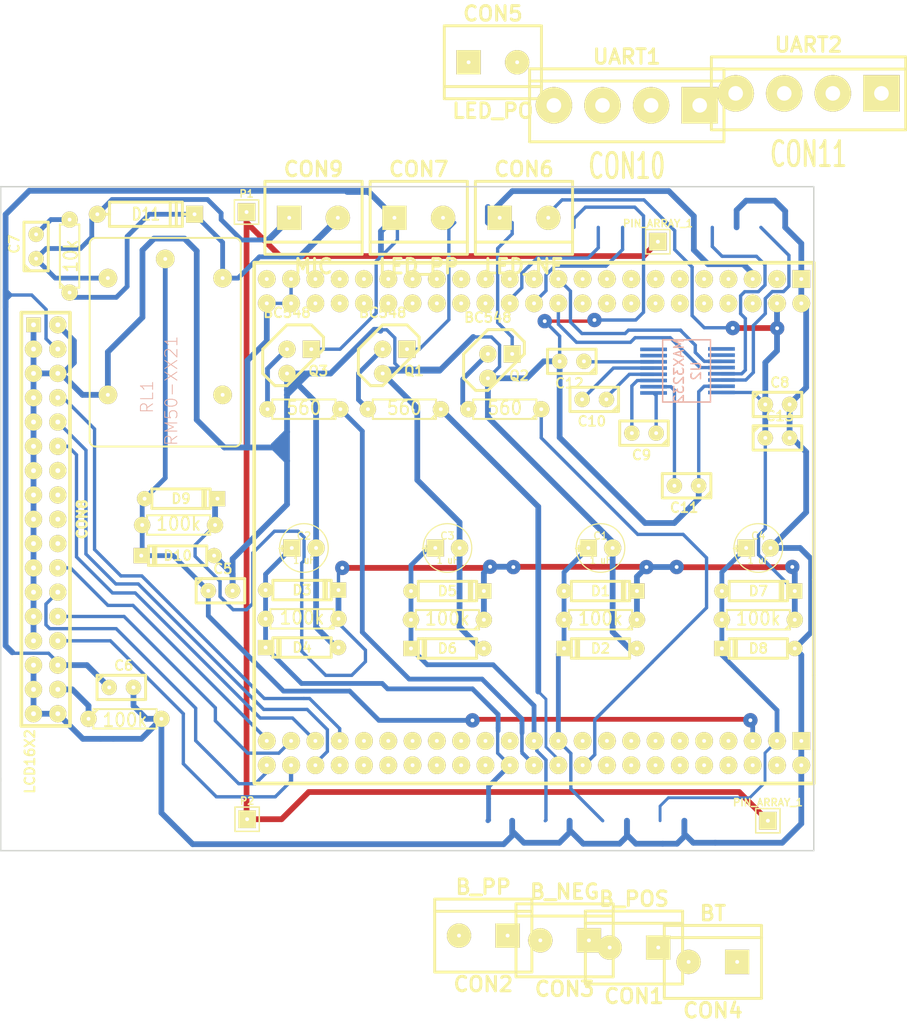
<source format=kicad_pcb>
(kicad_pcb (version 3) (host pcbnew "(2014-jan-25)-product")

  (general
    (links 139)
    (no_connects 23)
    (area 37.035924 41.383 123.340501 112.91565)
    (thickness 1.6)
    (drawings 6)
    (tracks 638)
    (zones 0)
    (modules 55)
    (nets 113)
  )

  (page A4)
  (layers
    (15 F.Cu signal)
    (0 B.Cu signal)
    (16 B.Adhes user)
    (17 F.Adhes user)
    (18 B.Paste user)
    (19 F.Paste user)
    (20 B.SilkS user)
    (21 F.SilkS user)
    (22 B.Mask user)
    (23 F.Mask user)
    (24 Dwgs.User user)
    (25 Cmts.User user)
    (26 Eco1.User user)
    (27 Eco2.User user)
    (28 Edge.Cuts user)
  )

  (setup
    (last_trace_width 0.35)
    (trace_clearance 0.35)
    (zone_clearance 0.3)
    (zone_45_only no)
    (trace_min 0.3)
    (segment_width 0.2)
    (edge_width 0.15)
    (via_size 1.5)
    (via_drill 0.4)
    (via_min_size 1)
    (via_min_drill 0.4)
    (uvia_size 0.508)
    (uvia_drill 0.127)
    (uvias_allowed no)
    (uvia_min_size 0.508)
    (uvia_min_drill 0.127)
    (pcb_text_width 0.3)
    (pcb_text_size 1 1)
    (mod_edge_width 0.15)
    (mod_text_size 1 1)
    (mod_text_width 0.15)
    (pad_size 2.54 2.54)
    (pad_drill 0.4)
    (pad_to_mask_clearance 0)
    (aux_axis_origin 0 0)
    (visible_elements FFFFFF7F)
    (pcbplotparams
      (layerselection 1)
      (usegerberextensions false)
      (excludeedgelayer false)
      (linewidth 0.150000)
      (plotframeref false)
      (viasonmask false)
      (mode 1)
      (useauxorigin false)
      (hpglpennumber 1)
      (hpglpenspeed 20)
      (hpglpendiameter 15)
      (hpglpenoverlay 2)
      (psnegative false)
      (psa4output false)
      (plotreference true)
      (plotvalue true)
      (plotinvisibletext false)
      (padsonsilk false)
      (subtractmaskfromsilk false)
      (outputformat 2)
      (mirror false)
      (drillshape 1)
      (scaleselection 1)
      (outputdirectory ""))
  )

  (net 0 "")
  (net 1 "/Beaglebone Black/DC_3.3V")
  (net 2 "/Beaglebone Black/GPIO1_0")
  (net 3 "/Beaglebone Black/GPIO1_1")
  (net 4 "/Beaglebone Black/GPIO1_2")
  (net 5 "/Beaglebone Black/GPIO1_30")
  (net 6 "/Beaglebone Black/GPIO1_31")
  (net 7 "/Beaglebone Black/GPIO1_4")
  (net 8 "/Beaglebone Black/GPIO1_5")
  (net 9 "/Beaglebone Black/GPIO1_6")
  (net 10 "/Beaglebone Black/GPIO2_10")
  (net 11 "/Beaglebone Black/GPIO2_11")
  (net 12 "/Beaglebone Black/GPIO2_12")
  (net 13 "/Beaglebone Black/GPIO2_6")
  (net 14 "/Beaglebone Black/GPIO2_7")
  (net 15 "/Beaglebone Black/GPIO2_8")
  (net 16 "/Beaglebone Black/GPIO2_9")
  (net 17 "/Beaglebone Black/UART1_RXD")
  (net 18 "/Beaglebone Black/UART1_TXD")
  (net 19 "/Beaglebone Black/UART2_RXD")
  (net 20 "/Beaglebone Black/UART2_TXD")
  (net 21 "/Beaglebone Black/VDD_5V")
  (net 22 /Tierra)
  (net 23 GND)
  (net 24 N-000001)
  (net 25 N-00000100)
  (net 26 N-00000101)
  (net 27 N-00000102)
  (net 28 N-00000103)
  (net 29 N-00000104)
  (net 30 N-00000105)
  (net 31 N-00000106)
  (net 32 N-00000107)
  (net 33 N-00000108)
  (net 34 N-00000109)
  (net 35 N-0000011)
  (net 36 N-00000110)
  (net 37 N-00000111)
  (net 38 N-00000112)
  (net 39 N-00000113)
  (net 40 N-0000012)
  (net 41 N-0000013)
  (net 42 N-0000015)
  (net 43 N-000002)
  (net 44 N-0000021)
  (net 45 N-0000022)
  (net 46 N-0000024)
  (net 47 N-0000025)
  (net 48 N-0000026)
  (net 49 N-0000028)
  (net 50 N-000003)
  (net 51 N-0000030)
  (net 52 N-0000031)
  (net 53 N-0000032)
  (net 54 N-0000033)
  (net 55 N-0000034)
  (net 56 N-0000035)
  (net 57 N-000004)
  (net 58 N-0000042)
  (net 59 N-0000043)
  (net 60 N-000005)
  (net 61 N-0000051)
  (net 62 N-0000052)
  (net 63 N-0000053)
  (net 64 N-0000054)
  (net 65 N-0000055)
  (net 66 N-0000056)
  (net 67 N-0000057)
  (net 68 N-0000058)
  (net 69 N-0000059)
  (net 70 N-000006)
  (net 71 N-0000060)
  (net 72 N-0000061)
  (net 73 N-0000062)
  (net 74 N-0000063)
  (net 75 N-0000064)
  (net 76 N-0000065)
  (net 77 N-0000066)
  (net 78 N-0000067)
  (net 79 N-0000068)
  (net 80 N-0000069)
  (net 81 N-0000070)
  (net 82 N-0000071)
  (net 83 N-0000072)
  (net 84 N-0000073)
  (net 85 N-0000074)
  (net 86 N-0000075)
  (net 87 N-0000076)
  (net 88 N-0000077)
  (net 89 N-0000078)
  (net 90 N-0000079)
  (net 91 N-000008)
  (net 92 N-0000080)
  (net 93 N-0000081)
  (net 94 N-0000082)
  (net 95 N-0000083)
  (net 96 N-0000084)
  (net 97 N-0000085)
  (net 98 N-0000086)
  (net 99 N-0000087)
  (net 100 N-0000088)
  (net 101 N-0000089)
  (net 102 N-000009)
  (net 103 N-0000090)
  (net 104 N-0000091)
  (net 105 N-0000092)
  (net 106 N-0000093)
  (net 107 N-0000094)
  (net 108 N-0000095)
  (net 109 N-0000096)
  (net 110 N-0000097)
  (net 111 N-0000098)
  (net 112 N-0000099)

  (net_class Default "This is the default net class."
    (clearance 0.35)
    (trace_width 0.35)
    (via_dia 1.5)
    (via_drill 0.4)
    (uvia_dia 0.508)
    (uvia_drill 0.127)
    (add_net "/Beaglebone Black/GPIO1_30")
    (add_net "/Beaglebone Black/GPIO1_31")
    (add_net "/Beaglebone Black/GPIO1_5")
    (add_net "/Beaglebone Black/GPIO1_6")
    (add_net "/Beaglebone Black/GPIO2_10")
    (add_net "/Beaglebone Black/GPIO2_11")
    (add_net "/Beaglebone Black/GPIO2_12")
    (add_net "/Beaglebone Black/GPIO2_6")
    (add_net "/Beaglebone Black/GPIO2_7")
    (add_net "/Beaglebone Black/GPIO2_8")
    (add_net "/Beaglebone Black/GPIO2_9")
    (add_net "/Beaglebone Black/UART1_RXD")
    (add_net "/Beaglebone Black/UART1_TXD")
    (add_net "/Beaglebone Black/UART2_RXD")
    (add_net "/Beaglebone Black/UART2_TXD")
    (add_net GND)
    (add_net N-000001)
    (add_net N-00000100)
    (add_net N-00000101)
    (add_net N-00000102)
    (add_net N-00000103)
    (add_net N-00000104)
    (add_net N-00000105)
    (add_net N-00000106)
    (add_net N-00000107)
    (add_net N-00000108)
    (add_net N-00000109)
    (add_net N-0000011)
    (add_net N-00000110)
    (add_net N-00000111)
    (add_net N-00000112)
    (add_net N-00000113)
    (add_net N-0000012)
    (add_net N-0000013)
    (add_net N-000002)
    (add_net N-0000021)
    (add_net N-0000022)
    (add_net N-0000024)
    (add_net N-0000025)
    (add_net N-0000026)
    (add_net N-0000028)
    (add_net N-000003)
    (add_net N-0000031)
    (add_net N-0000032)
    (add_net N-0000033)
    (add_net N-0000034)
    (add_net N-0000035)
    (add_net N-0000042)
    (add_net N-0000043)
    (add_net N-0000051)
    (add_net N-0000052)
    (add_net N-0000053)
    (add_net N-0000054)
    (add_net N-0000055)
    (add_net N-0000056)
    (add_net N-0000057)
    (add_net N-0000058)
    (add_net N-0000059)
    (add_net N-000006)
    (add_net N-0000060)
    (add_net N-0000061)
    (add_net N-0000062)
    (add_net N-0000063)
    (add_net N-0000064)
    (add_net N-0000065)
    (add_net N-0000066)
    (add_net N-0000067)
    (add_net N-0000068)
    (add_net N-0000069)
    (add_net N-0000070)
    (add_net N-0000071)
    (add_net N-0000072)
    (add_net N-0000073)
    (add_net N-0000074)
    (add_net N-0000075)
    (add_net N-0000076)
    (add_net N-0000077)
    (add_net N-0000078)
    (add_net N-0000079)
    (add_net N-000008)
    (add_net N-0000080)
    (add_net N-0000081)
    (add_net N-0000082)
    (add_net N-0000083)
    (add_net N-0000084)
    (add_net N-0000085)
    (add_net N-0000086)
    (add_net N-0000087)
    (add_net N-0000088)
    (add_net N-0000089)
    (add_net N-000009)
    (add_net N-0000090)
    (add_net N-0000091)
    (add_net N-0000092)
    (add_net N-0000093)
    (add_net N-0000094)
    (add_net N-0000095)
    (add_net N-0000096)
    (add_net N-0000097)
    (add_net N-0000098)
    (add_net N-0000099)
  )

  (net_class POWER ""
    (clearance 0.35)
    (trace_width 0.6)
    (via_dia 1.5)
    (via_drill 0.4)
    (uvia_dia 0.508)
    (uvia_drill 0.127)
    (add_net "/Beaglebone Black/DC_3.3V")
    (add_net "/Beaglebone Black/VDD_5V")
    (add_net /Tierra)
    (add_net N-0000030)
  )

  (net_class gruesas ""
    (clearance 0.35)
    (trace_width 0.5)
    (via_dia 1.5)
    (via_drill 0.4)
    (uvia_dia 0.508)
    (uvia_drill 0.127)
    (add_net "/Beaglebone Black/GPIO1_0")
    (add_net "/Beaglebone Black/GPIO1_1")
    (add_net "/Beaglebone Black/GPIO1_2")
    (add_net "/Beaglebone Black/GPIO1_4")
    (add_net N-0000015)
    (add_net N-000004)
    (add_net N-000005)
  )

  (module pin_array_12x2 (layer F.Cu) (tedit 53A18A56) (tstamp 53877D8C)
    (at 42.5 76.5 270)
    (descr "Double rangee de contacts 2 x 12 pins")
    (tags CONN)
    (path /53873DA3)
    (fp_text reference CON8 (at 0 -3.81 270) (layer F.SilkS)
      (effects (font (size 1.016 1.016) (thickness 0.27432)))
    )
    (fp_text value LCD16X2 (at 25.3 1.65 270) (layer F.SilkS)
      (effects (font (size 1.016 1.016) (thickness 0.2032)))
    )
    (fp_line (start 8.89 -2.54) (end 21.59 -2.54) (layer F.SilkS) (width 0.381))
    (fp_line (start 21.59 -2.54) (end 21.59 2.54) (layer F.SilkS) (width 0.381))
    (fp_line (start 21.59 2.54) (end 8.89 2.54) (layer F.SilkS) (width 0.381))
    (fp_line (start -21.59 -2.54) (end -21.59 2.54) (layer F.SilkS) (width 0.381))
    (fp_line (start -21.59 2.54) (end 8.89 2.54) (layer F.SilkS) (width 0.381))
    (fp_line (start 8.89 -2.54) (end -21.59 -2.54) (layer F.SilkS) (width 0.381))
    (pad 18 thru_hole rect (at -20.32 1.27 270) (size 1.524 1.524) (drill 0.5) (layers *.Cu *.Mask F.SilkS)
      (net 23 GND))
    (pad 1 thru_hole circle (at -20.32 -1.27 270) (size 1.8 1.8) (drill 0.5) (layers *.Cu *.Mask F.SilkS)
      (net 23 GND))
    (pad 19 thru_hole circle (at -17.78 1.27 270) (size 1.8 1.8) (drill 0.5) (layers *.Cu *.Mask F.SilkS)
      (net 23 GND))
    (pad 2 thru_hole circle (at -17.78 -1.27 270) (size 1.8 1.8) (drill 0.5) (layers *.Cu *.Mask F.SilkS)
      (net 21 "/Beaglebone Black/VDD_5V"))
    (pad 20 thru_hole circle (at -15.24 1.27 270) (size 1.8 1.8) (drill 0.5) (layers *.Cu *.Mask F.SilkS)
      (net 23 GND))
    (pad 3 thru_hole circle (at -15.24 -1.27 270) (size 1.8 1.8) (drill 0.5) (layers *.Cu *.Mask F.SilkS)
      (net 23 GND))
    (pad 21 thru_hole circle (at -12.7 1.27 270) (size 1.8 1.8) (drill 0.5) (layers *.Cu *.Mask F.SilkS)
      (net 23 GND))
    (pad 4 thru_hole circle (at -12.7 -1.27 270) (size 1.8 1.8) (drill 0.5) (layers *.Cu *.Mask F.SilkS)
      (net 12 "/Beaglebone Black/GPIO2_12"))
    (pad 22 thru_hole circle (at -10.16 1.27 270) (size 1.8 1.8) (drill 0.5) (layers *.Cu *.Mask F.SilkS)
      (net 23 GND))
    (pad 5 thru_hole circle (at -10.16 -1.27 270) (size 1.8 1.8) (drill 0.5) (layers *.Cu *.Mask F.SilkS)
      (net 11 "/Beaglebone Black/GPIO2_11"))
    (pad 23 thru_hole circle (at -7.62 1.27 270) (size 1.8 1.8) (drill 0.5) (layers *.Cu *.Mask F.SilkS)
      (net 23 GND))
    (pad 6 thru_hole circle (at -7.62 -1.27 270) (size 1.8 1.8) (drill 0.5) (layers *.Cu *.Mask F.SilkS)
      (net 10 "/Beaglebone Black/GPIO2_10"))
    (pad 24 thru_hole circle (at -5.08 1.27 270) (size 1.8 1.8) (drill 0.5) (layers *.Cu *.Mask F.SilkS)
      (net 23 GND))
    (pad 7 thru_hole circle (at -5.08 -1.27 270) (size 1.8 1.8) (drill 0.5) (layers *.Cu *.Mask F.SilkS)
      (net 55 N-0000034))
    (pad 25 thru_hole circle (at -2.54 1.27 270) (size 1.8 1.8) (drill 0.5) (layers *.Cu *.Mask F.SilkS)
      (net 23 GND))
    (pad 8 thru_hole circle (at -2.54 -1.27 270) (size 1.8 1.8) (drill 0.5) (layers *.Cu *.Mask F.SilkS)
      (net 54 N-0000033))
    (pad 26 thru_hole circle (at 0 1.27 270) (size 1.8 1.8) (drill 0.5) (layers *.Cu *.Mask F.SilkS)
      (net 23 GND))
    (pad 9 thru_hole circle (at 0 -1.27 270) (size 1.8 1.8) (drill 0.5) (layers *.Cu *.Mask F.SilkS)
      (net 53 N-0000032))
    (pad 27 thru_hole circle (at 2.54 1.27 270) (size 1.8 1.8) (drill 0.5) (layers *.Cu *.Mask F.SilkS)
      (net 23 GND))
    (pad 10 thru_hole circle (at 2.54 -1.27 270) (size 1.8 1.8) (drill 0.5) (layers *.Cu *.Mask F.SilkS)
      (net 52 N-0000031))
    (pad 28 thru_hole circle (at 5.08 1.27 270) (size 1.8 1.8) (drill 0.5) (layers *.Cu *.Mask F.SilkS)
      (net 23 GND))
    (pad 11 thru_hole circle (at 5.08 -1.27 270) (size 1.8 1.8) (drill 0.5) (layers *.Cu *.Mask F.SilkS)
      (net 13 "/Beaglebone Black/GPIO2_6"))
    (pad 29 thru_hole circle (at 7.62 1.27 270) (size 1.8 1.8) (drill 0.5) (layers *.Cu *.Mask F.SilkS)
      (net 23 GND))
    (pad 12 thru_hole circle (at 7.62 -1.27 270) (size 1.8 1.8) (drill 0.5) (layers *.Cu *.Mask F.SilkS)
      (net 14 "/Beaglebone Black/GPIO2_7"))
    (pad 30 thru_hole circle (at 10.16 1.27 270) (size 1.8 1.8) (drill 0.5) (layers *.Cu *.Mask F.SilkS)
      (net 23 GND))
    (pad 13 thru_hole circle (at 10.16 -1.27 270) (size 1.8 1.8) (drill 0.5) (layers *.Cu *.Mask F.SilkS)
      (net 15 "/Beaglebone Black/GPIO2_8"))
    (pad 31 thru_hole circle (at 12.7 1.27 270) (size 1.8 1.8) (drill 0.5) (layers *.Cu *.Mask F.SilkS)
      (net 23 GND))
    (pad 14 thru_hole circle (at 12.7 -1.27 270) (size 1.8 1.8) (drill 0.5) (layers *.Cu *.Mask F.SilkS)
      (net 16 "/Beaglebone Black/GPIO2_9"))
    (pad 32 thru_hole circle (at 15.24 1.27 270) (size 1.8 1.8) (drill 0.5) (layers *.Cu *.Mask F.SilkS)
      (net 23 GND))
    (pad 15 thru_hole circle (at 15.24 -1.27 270) (size 1.8 1.8) (drill 0.5) (layers *.Cu *.Mask F.SilkS)
      (net 21 "/Beaglebone Black/VDD_5V"))
    (pad 33 thru_hole circle (at 17.78 1.27 270) (size 1.8 1.8) (drill 0.5) (layers *.Cu *.Mask F.SilkS)
      (net 23 GND))
    (pad 16 thru_hole circle (at 17.78 -1.27 270) (size 1.8 1.8) (drill 0.5) (layers *.Cu *.Mask F.SilkS)
      (net 51 N-0000030))
    (pad 34 thru_hole circle (at 20.32 1.27 270) (size 1.8 1.8) (drill 0.5) (layers *.Cu *.Mask F.SilkS)
      (net 23 GND))
    (pad 17 thru_hole circle (at 20.32 -1.27 270) (size 1.8 1.8) (drill 0.5) (layers *.Cu *.Mask F.SilkS)
      (net 23 GND))
    (model pin_array/pins_array_12x2.wrl
      (at (xyz 0 0 0))
      (scale (xyz 1 1 1))
      (rotate (xyz 0 0 0))
    )
  )

  (module BEAGLEBONEBLACK locked (layer F.Cu) (tedit 53A18963) (tstamp 5396FFB4)
    (at 98 76.8)
    (tags "beaglebone black")
    (path /536A2AE7/537B69E1)
    (fp_text reference BG1 (at 0 1.778) (layer F.SilkS) hide
      (effects (font (thickness 0.3048)))
    )
    (fp_text value BEAGLEBONE_BLACK (at 0 -1.143) (layer F.SilkS) hide
      (effects (font (thickness 0.3048)))
    )
    (fp_line (start 24.8 27.2) (end 24.8 23.8) (layer F.SilkS) (width 0.381))
    (fp_line (start 24.8 23.8) (end 24.8 16) (layer F.SilkS) (width 0.381))
    (fp_line (start 24.8 16) (end 24.8 6) (layer F.SilkS) (width 0.381))
    (fp_line (start 24.8 6) (end 24.8 -27.1) (layer F.SilkS) (width 0.381))
    (fp_line (start -33.7 27.15) (end -33.7 -27.105) (layer F.SilkS) (width 0.381))
    (fp_line (start -33.68 27.305) (end 24.8 27.305) (layer F.SilkS) (width 0.381))
    (fp_line (start -33.68 -27.105) (end 24.8 -27.105) (layer F.SilkS) (width 0.381))
    (pad C1 thru_hole rect (at 23.495 -25.4) (size 1.85 1.85) (drill 0.4) (layers *.Cu *.Mask F.SilkS)
      (net 23 GND))
    (pad C2 thru_hole circle (at 23.495 -22.86) (size 1.85 1.85) (drill 0.4) (layers *.Cu *.Mask F.SilkS)
      (net 23 GND))
    (pad C3 thru_hole circle (at 20.955 -25.4) (size 1.85 1.85) (drill 0.4) (layers *.Cu *.Mask F.SilkS)
      (net 1 "/Beaglebone Black/DC_3.3V"))
    (pad C4 thru_hole circle (at 20.955 -22.86) (size 1.85 1.85) (drill 0.4) (layers *.Cu *.Mask F.SilkS)
      (net 1 "/Beaglebone Black/DC_3.3V"))
    (pad C5 thru_hole circle (at 18.415 -25.4) (size 1.85 1.85) (drill 0.4) (layers *.Cu *.Mask F.SilkS)
      (net 21 "/Beaglebone Black/VDD_5V"))
    (pad C6 thru_hole circle (at 18.415 -22.86) (size 1.85 1.85) (drill 0.4) (layers *.Cu *.Mask F.SilkS)
      (net 94 N-0000082))
    (pad C7 thru_hole circle (at 15.875 -25.4) (size 1.85 1.85) (drill 0.4) (layers *.Cu *.Mask F.SilkS)
      (net 95 N-0000083))
    (pad C8 thru_hole circle (at 15.875 -22.86) (size 1.85 1.85) (drill 0.4) (layers *.Cu *.Mask F.SilkS)
      (net 96 N-0000084))
    (pad C9 thru_hole circle (at 13.335 -25.4) (size 1.85 1.85) (drill 0.4) (layers *.Cu *.Mask F.SilkS)
      (net 97 N-0000085))
    (pad C10 thru_hole circle (at 13.335 -22.86) (size 1.85 1.85) (drill 0.4) (layers *.Cu *.Mask F.SilkS)
      (net 83 N-0000072))
    (pad C11 thru_hole circle (at 10.795 -25.4) (size 1.85 1.85) (drill 0.4) (layers *.Cu *.Mask F.SilkS)
      (net 98 N-0000086))
    (pad C12 thru_hole circle (at 10.795 -22.86) (size 1.85 1.85) (drill 0.4) (layers *.Cu *.Mask F.SilkS)
      (net 82 N-0000071))
    (pad C13 thru_hole circle (at 8.255 -25.4) (size 1.85 1.85) (drill 0.4) (layers *.Cu *.Mask F.SilkS)
      (net 99 N-0000087))
    (pad C14 thru_hole circle (at 8.255 -22.86) (size 1.85 1.85) (drill 0.4) (layers *.Cu *.Mask F.SilkS)
      (net 81 N-0000070))
    (pad C15 thru_hole circle (at 5.715 -25.4) (size 1.85 1.85) (drill 0.4) (layers *.Cu *.Mask F.SilkS)
      (net 100 N-0000088))
    (pad C16 thru_hole circle (at 5.715 -22.86) (size 1.85 1.85) (drill 0.4) (layers *.Cu *.Mask F.SilkS)
      (net 80 N-0000069))
    (pad C17 thru_hole circle (at 3.175 -25.4) (size 1.85 1.85) (drill 0.4) (layers *.Cu *.Mask F.SilkS)
      (net 101 N-0000089))
    (pad C18 thru_hole circle (at 3.175 -22.86) (size 1.85 1.85) (drill 0.4) (layers *.Cu *.Mask F.SilkS)
      (net 79 N-0000068))
    (pad C19 thru_hole circle (at 0.635 -25.4) (size 1.85 1.85) (drill 0.4) (layers *.Cu *.Mask F.SilkS)
      (net 103 N-0000090))
    (pad C20 thru_hole circle (at 0.635 -22.86) (size 1.85 1.85) (drill 0.4) (layers *.Cu *.Mask F.SilkS)
      (net 78 N-0000067))
    (pad C21 thru_hole circle (at -1.905 -25.4) (size 1.85 1.85) (drill 0.4) (layers *.Cu *.Mask F.SilkS)
      (net 20 "/Beaglebone Black/UART2_TXD"))
    (pad C22 thru_hole circle (at -1.905 -22.86) (size 1.85 1.85) (drill 0.4) (layers *.Cu *.Mask F.SilkS)
      (net 19 "/Beaglebone Black/UART2_RXD"))
    (pad C23 thru_hole circle (at -4.445 -25.4) (size 1.85 1.85) (drill 0.4) (layers *.Cu *.Mask F.SilkS)
      (net 104 N-0000091))
    (pad C24 thru_hole circle (at -4.445 -22.86) (size 1.85 1.85) (drill 0.4) (layers *.Cu *.Mask F.SilkS)
      (net 18 "/Beaglebone Black/UART1_TXD"))
    (pad C25 thru_hole circle (at -6.985 -25.4) (size 1.85 1.85) (drill 0.4) (layers *.Cu *.Mask F.SilkS)
      (net 38 N-00000112))
    (pad C26 thru_hole circle (at -6.985 -22.86) (size 1.85 1.85) (drill 0.4) (layers *.Cu *.Mask F.SilkS)
      (net 17 "/Beaglebone Black/UART1_RXD"))
    (pad C27 thru_hole circle (at -9.525 -25.4) (size 1.85 1.85) (drill 0.4) (layers *.Cu *.Mask F.SilkS)
      (net 93 N-0000081))
    (pad C28 thru_hole circle (at -9.525 -22.86) (size 1.85 1.85) (drill 0.4) (layers *.Cu *.Mask F.SilkS)
      (net 64 N-0000054))
    (pad C29 thru_hole circle (at -12.065 -25.4) (size 1.85 1.85) (drill 0.4) (layers *.Cu *.Mask F.SilkS)
      (net 68 N-0000058))
    (pad C30 thru_hole circle (at -12.065 -22.86) (size 1.85 1.85) (drill 0.4) (layers *.Cu *.Mask F.SilkS)
      (net 67 N-0000057))
    (pad C31 thru_hole circle (at -14.605 -25.4) (size 1.85 1.85) (drill 0.4) (layers *.Cu *.Mask F.SilkS)
      (net 76 N-0000065))
    (pad C32 thru_hole circle (at -14.605 -22.86) (size 1.85 1.85) (drill 0.4) (layers *.Cu *.Mask F.SilkS)
      (net 66 N-0000056))
    (pad C33 thru_hole circle (at -17.145 -25.4) (size 1.85 1.85) (drill 0.4) (layers *.Cu *.Mask F.SilkS)
      (net 75 N-0000064))
    (pad C34 thru_hole circle (at -17.145 -22.86) (size 1.85 1.85) (drill 0.4) (layers *.Cu *.Mask F.SilkS)
      (net 65 N-0000055))
    (pad C35 thru_hole circle (at -19.685 -25.4) (size 1.85 1.85) (drill 0.4) (layers *.Cu *.Mask F.SilkS)
      (net 74 N-0000063))
    (pad C36 thru_hole circle (at -19.685 -22.86) (size 1.85 1.85) (drill 0.4) (layers *.Cu *.Mask F.SilkS)
      (net 62 N-0000052))
    (pad C37 thru_hole circle (at -22.225 -25.4) (size 1.85 1.85) (drill 0.4) (layers *.Cu *.Mask F.SilkS)
      (net 73 N-0000062))
    (pad C38 thru_hole circle (at -22.225 -22.86) (size 1.85 1.85) (drill 0.4) (layers *.Cu *.Mask F.SilkS)
      (net 63 N-0000053))
    (pad C39 thru_hole circle (at -24.765 -25.4) (size 1.85 1.85) (drill 0.4) (layers *.Cu *.Mask F.SilkS)
      (net 72 N-0000061))
    (pad C40 thru_hole circle (at -24.765 -22.86) (size 1.85 1.85) (drill 0.4) (layers *.Cu *.Mask F.SilkS)
      (net 61 N-0000051))
    (pad C41 thru_hole circle (at -27.305 -25.4) (size 1.85 1.85) (drill 0.4) (layers *.Cu *.Mask F.SilkS)
      (net 71 N-0000060))
    (pad C42 thru_hole circle (at -27.305 -22.86) (size 1.85 1.85) (drill 0.4) (layers *.Cu *.Mask F.SilkS)
      (net 69 N-0000059))
    (pad C43 thru_hole circle (at -29.845 -25.4) (size 1.85 1.85) (drill 0.4) (layers *.Cu *.Mask F.SilkS)
      (net 23 GND))
    (pad C44 thru_hole circle (at -29.845 -22.86) (size 1.85 1.85) (drill 0.4) (layers *.Cu *.Mask F.SilkS)
      (net 23 GND))
    (pad C45 thru_hole circle (at -32.385 -25.4) (size 1.85 1.85) (drill 0.4) (layers *.Cu *.Mask F.SilkS)
      (net 39 N-00000113))
    (pad C46 thru_hole circle (at -32.385 -22.86) (size 1.85 1.85) (drill 0.4) (layers *.Cu *.Mask F.SilkS)
      (net 23 GND))
    (pad B1 thru_hole rect (at 23.495 22.86) (size 1.85 1.85) (drill 0.4) (layers *.Cu *.Mask F.SilkS)
      (net 23 GND))
    (pad B2 thru_hole circle (at 23.495 25.4) (size 1.85 1.85) (drill 0.4) (layers *.Cu *.Mask F.SilkS)
      (net 23 GND))
    (pad B3 thru_hole circle (at 20.955 22.86) (size 1.85 1.85) (drill 0.4) (layers *.Cu *.Mask F.SilkS)
      (net 9 "/Beaglebone Black/GPIO1_6"))
    (pad B4 thru_hole circle (at 20.955 25.4) (size 1.85 1.85) (drill 0.4) (layers *.Cu *.Mask F.SilkS)
      (net 106 N-0000093))
    (pad B5 thru_hole circle (at 18.415 22.86) (size 1.85 1.85) (drill 0.4) (layers *.Cu *.Mask F.SilkS)
      (net 4 "/Beaglebone Black/GPIO1_2"))
    (pad B6 thru_hole circle (at 18.415 25.4) (size 1.85 1.85) (drill 0.4) (layers *.Cu *.Mask F.SilkS)
      (net 107 N-0000094))
    (pad B7 thru_hole circle (at 15.875 22.86) (size 1.85 1.85) (drill 0.4) (layers *.Cu *.Mask F.SilkS)
      (net 105 N-0000092))
    (pad B8 thru_hole circle (at 15.875 25.4) (size 1.85 1.85) (drill 0.4) (layers *.Cu *.Mask F.SilkS)
      (net 25 N-00000100))
    (pad B9 thru_hole circle (at 13.335 22.86) (size 1.85 1.85) (drill 0.4) (layers *.Cu *.Mask F.SilkS)
      (net 26 N-00000101))
    (pad B10 thru_hole circle (at 13.335 25.4) (size 1.85 1.85) (drill 0.4) (layers *.Cu *.Mask F.SilkS)
      (net 28 N-00000103))
    (pad B11 thru_hole circle (at 10.795 22.86) (size 1.85 1.85) (drill 0.4) (layers *.Cu *.Mask F.SilkS)
      (net 27 N-00000102))
    (pad B12 thru_hole circle (at 10.795 25.4) (size 1.85 1.85) (drill 0.4) (layers *.Cu *.Mask F.SilkS)
      (net 30 N-00000105))
    (pad B13 thru_hole circle (at 8.255 22.86) (size 1.85 1.85) (drill 0.4) (layers *.Cu *.Mask F.SilkS)
      (net 29 N-00000104))
    (pad B14 thru_hole circle (at 8.255 25.4) (size 1.85 1.85) (drill 0.4) (layers *.Cu *.Mask F.SilkS)
      (net 31 N-00000106))
    (pad B15 thru_hole circle (at 5.715 22.86) (size 1.85 1.85) (drill 0.4) (layers *.Cu *.Mask F.SilkS)
      (net 32 N-00000107))
    (pad B16 thru_hole circle (at 5.715 25.4) (size 1.85 1.85) (drill 0.4) (layers *.Cu *.Mask F.SilkS)
      (net 34 N-00000109))
    (pad B17 thru_hole circle (at 3.175 22.86) (size 1.85 1.85) (drill 0.4) (layers *.Cu *.Mask F.SilkS)
      (net 33 N-00000108))
    (pad B18 thru_hole circle (at 3.175 25.4) (size 1.85 1.85) (drill 0.4) (layers *.Cu *.Mask F.SilkS)
      (net 36 N-00000110))
    (pad B19 thru_hole circle (at 0.635 22.86) (size 1.85 1.85) (drill 0.4) (layers *.Cu *.Mask F.SilkS)
      (net 109 N-0000096))
    (pad B20 thru_hole circle (at 0.635 25.4) (size 1.85 1.85) (drill 0.4) (layers *.Cu *.Mask F.SilkS)
      (net 6 "/Beaglebone Black/GPIO1_31"))
    (pad B21 thru_hole circle (at -1.905 22.86) (size 1.85 1.85) (drill 0.4) (layers *.Cu *.Mask F.SilkS)
      (net 5 "/Beaglebone Black/GPIO1_30"))
    (pad B22 thru_hole circle (at -1.905 25.4) (size 1.85 1.85) (drill 0.4) (layers *.Cu *.Mask F.SilkS)
      (net 8 "/Beaglebone Black/GPIO1_5"))
    (pad B23 thru_hole circle (at -4.445 22.86) (size 1.85 1.85) (drill 0.4) (layers *.Cu *.Mask F.SilkS)
      (net 7 "/Beaglebone Black/GPIO1_4"))
    (pad B24 thru_hole circle (at -4.445 25.4) (size 1.85 1.85) (drill 0.4) (layers *.Cu *.Mask F.SilkS)
      (net 3 "/Beaglebone Black/GPIO1_1"))
    (pad B25 thru_hole circle (at -6.985 22.86) (size 1.85 1.85) (drill 0.4) (layers *.Cu *.Mask F.SilkS)
      (net 112 N-0000099))
    (pad B26 thru_hole circle (at -6.985 25.4) (size 1.85 1.85) (drill 0.4) (layers *.Cu *.Mask F.SilkS)
      (net 2 "/Beaglebone Black/GPIO1_0"))
    (pad B27 thru_hole circle (at -9.525 22.86) (size 1.85 1.85) (drill 0.4) (layers *.Cu *.Mask F.SilkS)
      (net 90 N-0000079))
    (pad B28 thru_hole circle (at -9.525 25.4) (size 1.85 1.85) (drill 0.4) (layers *.Cu *.Mask F.SilkS)
      (net 89 N-0000078))
    (pad B29 thru_hole circle (at -12.065 22.86) (size 1.85 1.85) (drill 0.4) (layers *.Cu *.Mask F.SilkS)
      (net 92 N-0000080))
    (pad B30 thru_hole circle (at -12.065 25.4) (size 1.85 1.85) (drill 0.4) (layers *.Cu *.Mask F.SilkS)
      (net 88 N-0000077))
    (pad B31 thru_hole circle (at -14.605 22.86) (size 1.85 1.85) (drill 0.4) (layers *.Cu *.Mask F.SilkS)
      (net 77 N-0000066))
    (pad B32 thru_hole circle (at -14.605 25.4) (size 1.85 1.85) (drill 0.4) (layers *.Cu *.Mask F.SilkS)
      (net 87 N-0000076))
    (pad B33 thru_hole circle (at -17.145 22.86) (size 1.85 1.85) (drill 0.4) (layers *.Cu *.Mask F.SilkS)
      (net 37 N-00000111))
    (pad B34 thru_hole circle (at -17.145 25.4) (size 1.85 1.85) (drill 0.4) (layers *.Cu *.Mask F.SilkS)
      (net 86 N-0000075))
    (pad B35 thru_hole circle (at -19.685 22.86) (size 1.85 1.85) (drill 0.4) (layers *.Cu *.Mask F.SilkS)
      (net 110 N-0000097))
    (pad B36 thru_hole circle (at -19.685 25.4) (size 1.85 1.85) (drill 0.4) (layers *.Cu *.Mask F.SilkS)
      (net 85 N-0000074))
    (pad B37 thru_hole circle (at -22.225 22.86) (size 1.85 1.85) (drill 0.4) (layers *.Cu *.Mask F.SilkS)
      (net 111 N-0000098))
    (pad B38 thru_hole circle (at -22.225 25.4) (size 1.85 1.85) (drill 0.4) (layers *.Cu *.Mask F.SilkS)
      (net 84 N-0000073))
    (pad B39 thru_hole circle (at -24.765 22.86) (size 1.85 1.85) (drill 0.4) (layers *.Cu *.Mask F.SilkS)
      (net 12 "/Beaglebone Black/GPIO2_12"))
    (pad B40 thru_hole circle (at -24.765 25.4) (size 1.85 1.85) (drill 0.4) (layers *.Cu *.Mask F.SilkS)
      (net 108 N-0000095))
    (pad B41 thru_hole circle (at -27.305 22.86) (size 1.85 1.85) (drill 0.4) (layers *.Cu *.Mask F.SilkS)
      (net 10 "/Beaglebone Black/GPIO2_10"))
    (pad B42 thru_hole circle (at -27.305 25.4) (size 1.85 1.85) (drill 0.4) (layers *.Cu *.Mask F.SilkS)
      (net 11 "/Beaglebone Black/GPIO2_11"))
    (pad B43 thru_hole circle (at -29.845 22.86) (size 1.85 1.85) (drill 0.4) (layers *.Cu *.Mask F.SilkS)
      (net 15 "/Beaglebone Black/GPIO2_8"))
    (pad B44 thru_hole circle (at -29.845 25.4) (size 1.85 1.85) (drill 0.4) (layers *.Cu *.Mask F.SilkS)
      (net 16 "/Beaglebone Black/GPIO2_9"))
    (pad B45 thru_hole circle (at -32.385 22.86) (size 1.85 1.85) (drill 0.4) (layers *.Cu *.Mask F.SilkS)
      (net 13 "/Beaglebone Black/GPIO2_6"))
    (pad B46 thru_hole circle (at -32.385 25.4) (size 1.85 1.85) (drill 0.4) (layers *.Cu *.Mask F.SilkS)
      (net 14 "/Beaglebone Black/GPIO2_7"))
  )

  (module C1V5 (layer F.Cu) (tedit 3E070CF4) (tstamp 5399BB4A)
    (at 100.5 79.5)
    (descr "Condensateur e = 1 pas")
    (tags C)
    (path /536A1E67)
    (fp_text reference C1 (at 0 -1.26746) (layer F.SilkS)
      (effects (font (size 0.762 0.762) (thickness 0.127)))
    )
    (fp_text value "1 uF" (at 0 1.27) (layer F.SilkS)
      (effects (font (size 0.762 0.635) (thickness 0.127)))
    )
    (fp_text user + (at -2.286 0) (layer F.SilkS)
      (effects (font (size 0.762 0.762) (thickness 0.2032)))
    )
    (fp_circle (center 0 0) (end 0.127 -2.54) (layer F.SilkS) (width 0.127))
    (pad 1 thru_hole rect (at -1.27 0) (size 1.8 1.8) (drill 0.4) (layers *.Cu *.Mask F.SilkS)
      (net 5 "/Beaglebone Black/GPIO1_30"))
    (pad 2 thru_hole circle (at 1.27 0) (size 1.8 1.8) (drill 0.4) (layers *.Cu *.Mask F.SilkS)
      (net 23 GND))
    (model discret/c_vert_c1v5.wrl
      (at (xyz 0 0 0))
      (scale (xyz 1 1 1))
      (rotate (xyz 0 0 0))
    )
  )

  (module C1V5 (layer F.Cu) (tedit 3E070CF4) (tstamp 5399BB52)
    (at 69.5 79.5)
    (descr "Condensateur e = 1 pas")
    (tags C)
    (path /536A2185)
    (fp_text reference C2 (at 0 -1.26746) (layer F.SilkS)
      (effects (font (size 0.762 0.762) (thickness 0.127)))
    )
    (fp_text value "1 uF" (at 0 1.27) (layer F.SilkS)
      (effects (font (size 0.762 0.635) (thickness 0.127)))
    )
    (fp_text user + (at -2.286 0) (layer F.SilkS)
      (effects (font (size 0.762 0.762) (thickness 0.2032)))
    )
    (fp_circle (center 0 0) (end 0.127 -2.54) (layer F.SilkS) (width 0.127))
    (pad 1 thru_hole rect (at -1.27 0) (size 1.8 1.8) (drill 0.4) (layers *.Cu *.Mask F.SilkS)
      (net 2 "/Beaglebone Black/GPIO1_0"))
    (pad 2 thru_hole circle (at 1.27 0) (size 1.8 1.8) (drill 0.4) (layers *.Cu *.Mask F.SilkS)
      (net 23 GND))
    (model discret/c_vert_c1v5.wrl
      (at (xyz 0 0 0))
      (scale (xyz 1 1 1))
      (rotate (xyz 0 0 0))
    )
  )

  (module C1V5 (layer F.Cu) (tedit 53A18B18) (tstamp 5399BB5A)
    (at 84.5 79.5)
    (descr "Condensateur e = 1 pas")
    (tags C)
    (path /536A2153)
    (fp_text reference C3 (at 0 -1.26746) (layer F.SilkS)
      (effects (font (size 0.762 0.762) (thickness 0.127)))
    )
    (fp_text value "1 uF" (at 0 1.27) (layer F.SilkS)
      (effects (font (size 0.762 0.635) (thickness 0.127)))
    )
    (fp_text user + (at -2.286 0) (layer F.SilkS)
      (effects (font (size 0.762 0.762) (thickness 0.2032)))
    )
    (fp_circle (center 0 0) (end 0.127 -2.54) (layer F.SilkS) (width 0.127))
    (pad 1 thru_hole rect (at -1.27 0) (size 1.8 1.8) (drill 0.4) (layers *.Cu *.Mask F.SilkS)
      (net 7 "/Beaglebone Black/GPIO1_4"))
    (pad 2 thru_hole circle (at 1.27 0) (size 1.8 1.8) (drill 0.4) (layers *.Cu *.Mask F.SilkS)
      (net 23 GND))
    (model discret/c_vert_c1v5.wrl
      (at (xyz 0 0 0))
      (scale (xyz 1 1 1))
      (rotate (xyz 0 0 0))
    )
  )

  (module C1V5 (layer F.Cu) (tedit 3E070CF4) (tstamp 5399BB62)
    (at 117 79.5)
    (descr "Condensateur e = 1 pas")
    (tags C)
    (path /536A220C)
    (fp_text reference C4 (at 0 -1.26746) (layer F.SilkS)
      (effects (font (size 0.762 0.762) (thickness 0.127)))
    )
    (fp_text value "1 uF" (at 0 1.27) (layer F.SilkS)
      (effects (font (size 0.762 0.635) (thickness 0.127)))
    )
    (fp_text user + (at -2.286 0) (layer F.SilkS)
      (effects (font (size 0.762 0.762) (thickness 0.2032)))
    )
    (fp_circle (center 0 0) (end 0.127 -2.54) (layer F.SilkS) (width 0.127))
    (pad 1 thru_hole rect (at -1.27 0) (size 1.8 1.8) (drill 0.4) (layers *.Cu *.Mask F.SilkS)
      (net 9 "/Beaglebone Black/GPIO1_6"))
    (pad 2 thru_hole circle (at 1.27 0) (size 1.8 1.8) (drill 0.4) (layers *.Cu *.Mask F.SilkS)
      (net 23 GND))
    (model discret/c_vert_c1v5.wrl
      (at (xyz 0 0 0))
      (scale (xyz 1 1 1))
      (rotate (xyz 0 0 0))
    )
  )

  (module C1 (layer F.Cu) (tedit 53A18ACA) (tstamp 5399BB6D)
    (at 60.77 83.97)
    (descr "Condensateur e = 1 pas")
    (tags C)
    (path /5370F455)
    (fp_text reference C5 (at 0.254 -2.286) (layer F.SilkS)
      (effects (font (size 1.016 1.016) (thickness 0.2032)))
    )
    (fp_text value "0.1 uF" (at 0 -2.286) (layer F.SilkS) hide
      (effects (font (size 1.016 1.016) (thickness 0.2032)))
    )
    (fp_line (start -2.4892 -1.27) (end 2.54 -1.27) (layer F.SilkS) (width 0.3048))
    (fp_line (start 2.54 -1.27) (end 2.54 1.27) (layer F.SilkS) (width 0.3048))
    (fp_line (start 2.54 1.27) (end -2.54 1.27) (layer F.SilkS) (width 0.3048))
    (fp_line (start -2.54 1.27) (end -2.54 -1.27) (layer F.SilkS) (width 0.3048))
    (fp_line (start -2.54 -0.635) (end -1.905 -1.27) (layer F.SilkS) (width 0.3048))
    (pad 1 thru_hole circle (at -1.27 0) (size 1.6 1.6) (drill 0.4) (layers *.Cu *.Mask F.SilkS)
      (net 4 "/Beaglebone Black/GPIO1_2"))
    (pad 2 thru_hole circle (at 1.27 0) (size 1.6 1.6) (drill 0.4) (layers *.Cu *.Mask F.SilkS)
      (net 23 GND))
    (model discret/capa_1_pas.wrl
      (at (xyz 0 0 0))
      (scale (xyz 1 1 1))
      (rotate (xyz 0 0 0))
    )
  )

  (module C1 (layer F.Cu) (tedit 3F92C496) (tstamp 5399BB78)
    (at 50.41 94.07)
    (descr "Condensateur e = 1 pas")
    (tags C)
    (path /53713CF0)
    (fp_text reference C6 (at 0.254 -2.286) (layer F.SilkS)
      (effects (font (size 1.016 1.016) (thickness 0.2032)))
    )
    (fp_text value C (at 0 -2.286) (layer F.SilkS) hide
      (effects (font (size 1.016 1.016) (thickness 0.2032)))
    )
    (fp_line (start -2.4892 -1.27) (end 2.54 -1.27) (layer F.SilkS) (width 0.3048))
    (fp_line (start 2.54 -1.27) (end 2.54 1.27) (layer F.SilkS) (width 0.3048))
    (fp_line (start 2.54 1.27) (end -2.54 1.27) (layer F.SilkS) (width 0.3048))
    (fp_line (start -2.54 1.27) (end -2.54 -1.27) (layer F.SilkS) (width 0.3048))
    (fp_line (start -2.54 -0.635) (end -1.905 -1.27) (layer F.SilkS) (width 0.3048))
    (pad 1 thru_hole circle (at -1.27 0) (size 1.6 1.6) (drill 0.4) (layers *.Cu *.Mask F.SilkS)
      (net 21 "/Beaglebone Black/VDD_5V"))
    (pad 2 thru_hole circle (at 1.27 0) (size 1.6 1.6) (drill 0.4) (layers *.Cu *.Mask F.SilkS)
      (net 23 GND))
    (model discret/capa_1_pas.wrl
      (at (xyz 0 0 0))
      (scale (xyz 1 1 1))
      (rotate (xyz 0 0 0))
    )
  )

  (module C1 (layer F.Cu) (tedit 5399B907) (tstamp 5399BB83)
    (at 41.5 48 90)
    (descr "Condensateur e = 1 pas")
    (tags C)
    (path /5370F471)
    (fp_text reference C7 (at 0.254 -2.286 90) (layer F.SilkS)
      (effects (font (size 1.016 1.016) (thickness 0.2032)))
    )
    (fp_text value C (at 0 -2.286 90) (layer F.SilkS) hide
      (effects (font (size 1.016 1.016) (thickness 0.2032)))
    )
    (fp_line (start -2.4892 -1.27) (end 2.54 -1.27) (layer F.SilkS) (width 0.3048))
    (fp_line (start 2.54 -1.27) (end 2.54 1.27) (layer F.SilkS) (width 0.3048))
    (fp_line (start 2.54 1.27) (end -2.54 1.27) (layer F.SilkS) (width 0.3048))
    (fp_line (start -2.54 1.27) (end -2.54 -1.27) (layer F.SilkS) (width 0.3048))
    (fp_line (start -2.54 -0.635) (end -1.905 -1.27) (layer F.SilkS) (width 0.3048))
    (pad 1 thru_hole circle (at -1.27 0 90) (size 1.6 1.6) (drill 0.4) (layers *.Cu *.Mask F.SilkS)
      (net 57 N-000004))
    (pad 2 thru_hole circle (at 1.27 0 90) (size 1.6 1.6) (drill 0.4) (layers *.Cu *.Mask F.SilkS)
      (net 42 N-0000015))
    (model discret/capa_1_pas.wrl
      (at (xyz 0 0 0))
      (scale (xyz 1 1 1))
      (rotate (xyz 0 0 0))
    )
  )

  (module C1 (layer F.Cu) (tedit 3F92C496) (tstamp 5399BB8E)
    (at 119 64.5)
    (descr "Condensateur e = 1 pas")
    (tags C)
    (path /5370F22C)
    (fp_text reference C8 (at 0.254 -2.286) (layer F.SilkS)
      (effects (font (size 1.016 1.016) (thickness 0.2032)))
    )
    (fp_text value C (at 0 -2.286) (layer F.SilkS) hide
      (effects (font (size 1.016 1.016) (thickness 0.2032)))
    )
    (fp_line (start -2.4892 -1.27) (end 2.54 -1.27) (layer F.SilkS) (width 0.3048))
    (fp_line (start 2.54 -1.27) (end 2.54 1.27) (layer F.SilkS) (width 0.3048))
    (fp_line (start 2.54 1.27) (end -2.54 1.27) (layer F.SilkS) (width 0.3048))
    (fp_line (start -2.54 1.27) (end -2.54 -1.27) (layer F.SilkS) (width 0.3048))
    (fp_line (start -2.54 -0.635) (end -1.905 -1.27) (layer F.SilkS) (width 0.3048))
    (pad 1 thru_hole circle (at -1.27 0) (size 1.6 1.6) (drill 0.4) (layers *.Cu *.Mask F.SilkS)
      (net 1 "/Beaglebone Black/DC_3.3V"))
    (pad 2 thru_hole circle (at 1.27 0) (size 1.6 1.6) (drill 0.4) (layers *.Cu *.Mask F.SilkS)
      (net 23 GND))
    (model discret/capa_1_pas.wrl
      (at (xyz 0 0 0))
      (scale (xyz 1 1 1))
      (rotate (xyz 0 0 0))
    )
  )

  (module C1 (layer F.Cu) (tedit 3F92C496) (tstamp 5399BB99)
    (at 105.05 67.5 180)
    (descr "Condensateur e = 1 pas")
    (tags C)
    (path /537F53BA)
    (fp_text reference C9 (at 0.254 -2.286 180) (layer F.SilkS)
      (effects (font (size 1.016 1.016) (thickness 0.2032)))
    )
    (fp_text value C (at 0 -2.286 180) (layer F.SilkS) hide
      (effects (font (size 1.016 1.016) (thickness 0.2032)))
    )
    (fp_line (start -2.4892 -1.27) (end 2.54 -1.27) (layer F.SilkS) (width 0.3048))
    (fp_line (start 2.54 -1.27) (end 2.54 1.27) (layer F.SilkS) (width 0.3048))
    (fp_line (start 2.54 1.27) (end -2.54 1.27) (layer F.SilkS) (width 0.3048))
    (fp_line (start -2.54 1.27) (end -2.54 -1.27) (layer F.SilkS) (width 0.3048))
    (fp_line (start -2.54 -0.635) (end -1.905 -1.27) (layer F.SilkS) (width 0.3048))
    (pad 1 thru_hole circle (at -1.27 0 180) (size 1.6 1.6) (drill 0.4) (layers *.Cu *.Mask F.SilkS)
      (net 50 N-000003))
    (pad 2 thru_hole circle (at 1.27 0 180) (size 1.6 1.6) (drill 0.4) (layers *.Cu *.Mask F.SilkS)
      (net 43 N-000002))
    (model discret/capa_1_pas.wrl
      (at (xyz 0 0 0))
      (scale (xyz 1 1 1))
      (rotate (xyz 0 0 0))
    )
  )

  (module C1 (layer F.Cu) (tedit 3F92C496) (tstamp 5399BBA4)
    (at 99.85 63.975 180)
    (descr "Condensateur e = 1 pas")
    (tags C)
    (path /537F5967)
    (fp_text reference C10 (at 0.254 -2.286 180) (layer F.SilkS)
      (effects (font (size 1.016 1.016) (thickness 0.2032)))
    )
    (fp_text value C (at 0 -2.286 180) (layer F.SilkS) hide
      (effects (font (size 1.016 1.016) (thickness 0.2032)))
    )
    (fp_line (start -2.4892 -1.27) (end 2.54 -1.27) (layer F.SilkS) (width 0.3048))
    (fp_line (start 2.54 -1.27) (end 2.54 1.27) (layer F.SilkS) (width 0.3048))
    (fp_line (start 2.54 1.27) (end -2.54 1.27) (layer F.SilkS) (width 0.3048))
    (fp_line (start -2.54 1.27) (end -2.54 -1.27) (layer F.SilkS) (width 0.3048))
    (fp_line (start -2.54 -0.635) (end -1.905 -1.27) (layer F.SilkS) (width 0.3048))
    (pad 1 thru_hole circle (at -1.27 0 180) (size 1.6 1.6) (drill 0.4) (layers *.Cu *.Mask F.SilkS)
      (net 24 N-000001))
    (pad 2 thru_hole circle (at 1.27 0 180) (size 1.6 1.6) (drill 0.4) (layers *.Cu *.Mask F.SilkS)
      (net 91 N-000008))
    (model discret/capa_1_pas.wrl
      (at (xyz 0 0 0))
      (scale (xyz 1 1 1))
      (rotate (xyz 0 0 0))
    )
  )

  (module C1 (layer F.Cu) (tedit 3F92C496) (tstamp 5399BBAF)
    (at 109.5 73 180)
    (descr "Condensateur e = 1 pas")
    (tags C)
    (path /537F8624)
    (fp_text reference C11 (at 0.254 -2.286 180) (layer F.SilkS)
      (effects (font (size 1.016 1.016) (thickness 0.2032)))
    )
    (fp_text value C (at 0 -2.286 180) (layer F.SilkS) hide
      (effects (font (size 1.016 1.016) (thickness 0.2032)))
    )
    (fp_line (start -2.4892 -1.27) (end 2.54 -1.27) (layer F.SilkS) (width 0.3048))
    (fp_line (start 2.54 -1.27) (end 2.54 1.27) (layer F.SilkS) (width 0.3048))
    (fp_line (start 2.54 1.27) (end -2.54 1.27) (layer F.SilkS) (width 0.3048))
    (fp_line (start -2.54 1.27) (end -2.54 -1.27) (layer F.SilkS) (width 0.3048))
    (fp_line (start -2.54 -0.635) (end -1.905 -1.27) (layer F.SilkS) (width 0.3048))
    (pad 1 thru_hole circle (at -1.27 0 180) (size 1.6 1.6) (drill 0.4) (layers *.Cu *.Mask F.SilkS)
      (net 23 GND))
    (pad 2 thru_hole circle (at 1.27 0 180) (size 1.6 1.6) (drill 0.4) (layers *.Cu *.Mask F.SilkS)
      (net 56 N-0000035))
    (model discret/capa_1_pas.wrl
      (at (xyz 0 0 0))
      (scale (xyz 1 1 1))
      (rotate (xyz 0 0 0))
    )
  )

  (module C1 (layer F.Cu) (tedit 3F92C496) (tstamp 5399BBBA)
    (at 97.5 60 180)
    (descr "Condensateur e = 1 pas")
    (tags C)
    (path /537F5A5D)
    (fp_text reference C12 (at 0.254 -2.286 180) (layer F.SilkS)
      (effects (font (size 1.016 1.016) (thickness 0.2032)))
    )
    (fp_text value C (at 0 -2.286 180) (layer F.SilkS) hide
      (effects (font (size 1.016 1.016) (thickness 0.2032)))
    )
    (fp_line (start -2.4892 -1.27) (end 2.54 -1.27) (layer F.SilkS) (width 0.3048))
    (fp_line (start 2.54 -1.27) (end 2.54 1.27) (layer F.SilkS) (width 0.3048))
    (fp_line (start 2.54 1.27) (end -2.54 1.27) (layer F.SilkS) (width 0.3048))
    (fp_line (start -2.54 1.27) (end -2.54 -1.27) (layer F.SilkS) (width 0.3048))
    (fp_line (start -2.54 -0.635) (end -1.905 -1.27) (layer F.SilkS) (width 0.3048))
    (pad 1 thru_hole circle (at -1.27 0 180) (size 1.6 1.6) (drill 0.4) (layers *.Cu *.Mask F.SilkS)
      (net 102 N-000009))
    (pad 2 thru_hole circle (at 1.27 0 180) (size 1.6 1.6) (drill 0.4) (layers *.Cu *.Mask F.SilkS)
      (net 23 GND))
    (model discret/capa_1_pas.wrl
      (at (xyz 0 0 0))
      (scale (xyz 1 1 1))
      (rotate (xyz 0 0 0))
    )
  )

  (module C1 (layer F.Cu) (tedit 3F92C496) (tstamp 5399BBC5)
    (at 119 68)
    (descr "Condensateur e = 1 pas")
    (tags C)
    (path /537F5A63)
    (fp_text reference C13 (at 0.254 -2.286) (layer F.SilkS)
      (effects (font (size 1.016 1.016) (thickness 0.2032)))
    )
    (fp_text value C (at 0 -2.286) (layer F.SilkS) hide
      (effects (font (size 1.016 1.016) (thickness 0.2032)))
    )
    (fp_line (start -2.4892 -1.27) (end 2.54 -1.27) (layer F.SilkS) (width 0.3048))
    (fp_line (start 2.54 -1.27) (end 2.54 1.27) (layer F.SilkS) (width 0.3048))
    (fp_line (start 2.54 1.27) (end -2.54 1.27) (layer F.SilkS) (width 0.3048))
    (fp_line (start -2.54 1.27) (end -2.54 -1.27) (layer F.SilkS) (width 0.3048))
    (fp_line (start -2.54 -0.635) (end -1.905 -1.27) (layer F.SilkS) (width 0.3048))
    (pad 1 thru_hole circle (at -1.27 0) (size 1.6 1.6) (drill 0.4) (layers *.Cu *.Mask F.SilkS)
      (net 1 "/Beaglebone Black/DC_3.3V"))
    (pad 2 thru_hole circle (at 1.27 0) (size 1.6 1.6) (drill 0.4) (layers *.Cu *.Mask F.SilkS)
      (net 23 GND))
    (model discret/capa_1_pas.wrl
      (at (xyz 0 0 0))
      (scale (xyz 1 1 1))
      (rotate (xyz 0 0 0))
    )
  )

  (module D3 (layer F.Cu) (tedit 5399B8E8) (tstamp 5399BC45)
    (at 100.5 84)
    (descr "Diode 3 pas")
    (tags "DIODE DEV")
    (path /530B5B85)
    (fp_text reference D1 (at 0 0) (layer F.SilkS)
      (effects (font (size 1.016 1.016) (thickness 0.2032)))
    )
    (fp_text value 1N4148 (at 0 0) (layer F.SilkS) hide
      (effects (font (size 1.016 1.016) (thickness 0.2032)))
    )
    (fp_line (start 3.81 0) (end 3.048 0) (layer F.SilkS) (width 0.3048))
    (fp_line (start 3.048 0) (end 3.048 -1.016) (layer F.SilkS) (width 0.3048))
    (fp_line (start 3.048 -1.016) (end -3.048 -1.016) (layer F.SilkS) (width 0.3048))
    (fp_line (start -3.048 -1.016) (end -3.048 0) (layer F.SilkS) (width 0.3048))
    (fp_line (start -3.048 0) (end -3.81 0) (layer F.SilkS) (width 0.3048))
    (fp_line (start -3.048 0) (end -3.048 1.016) (layer F.SilkS) (width 0.3048))
    (fp_line (start -3.048 1.016) (end 3.048 1.016) (layer F.SilkS) (width 0.3048))
    (fp_line (start 3.048 1.016) (end 3.048 0) (layer F.SilkS) (width 0.3048))
    (fp_line (start 2.54 -1.016) (end 2.54 1.016) (layer F.SilkS) (width 0.3048))
    (fp_line (start 2.286 1.016) (end 2.286 -1.016) (layer F.SilkS) (width 0.3048))
    (pad 2 thru_hole rect (at 3.81 0) (size 1.6 1.6) (drill 0.4) (layers *.Cu *.Mask F.SilkS)
      (net 1 "/Beaglebone Black/DC_3.3V"))
    (pad 1 thru_hole circle (at -3.81 0) (size 1.6 1.6) (drill 0.4) (layers *.Cu *.Mask F.SilkS)
      (net 5 "/Beaglebone Black/GPIO1_30"))
    (model discret/diode.wrl
      (at (xyz 0 0 0))
      (scale (xyz 0.3 0.3 0.3))
      (rotate (xyz 0 0 0))
    )
  )

  (module D3 (layer F.Cu) (tedit 200000) (tstamp 5399BC55)
    (at 100.5 90 180)
    (descr "Diode 3 pas")
    (tags "DIODE DEV")
    (path /536A1F40)
    (fp_text reference D2 (at 0 0 180) (layer F.SilkS)
      (effects (font (size 1.016 1.016) (thickness 0.2032)))
    )
    (fp_text value 1N4148 (at 0 0 180) (layer F.SilkS) hide
      (effects (font (size 1.016 1.016) (thickness 0.2032)))
    )
    (fp_line (start 3.81 0) (end 3.048 0) (layer F.SilkS) (width 0.3048))
    (fp_line (start 3.048 0) (end 3.048 -1.016) (layer F.SilkS) (width 0.3048))
    (fp_line (start 3.048 -1.016) (end -3.048 -1.016) (layer F.SilkS) (width 0.3048))
    (fp_line (start -3.048 -1.016) (end -3.048 0) (layer F.SilkS) (width 0.3048))
    (fp_line (start -3.048 0) (end -3.81 0) (layer F.SilkS) (width 0.3048))
    (fp_line (start -3.048 0) (end -3.048 1.016) (layer F.SilkS) (width 0.3048))
    (fp_line (start -3.048 1.016) (end 3.048 1.016) (layer F.SilkS) (width 0.3048))
    (fp_line (start 3.048 1.016) (end 3.048 0) (layer F.SilkS) (width 0.3048))
    (fp_line (start 2.54 -1.016) (end 2.54 1.016) (layer F.SilkS) (width 0.3048))
    (fp_line (start 2.286 1.016) (end 2.286 -1.016) (layer F.SilkS) (width 0.3048))
    (pad 2 thru_hole rect (at 3.81 0 180) (size 1.6 1.6) (drill 0.4) (layers *.Cu *.Mask F.SilkS)
      (net 5 "/Beaglebone Black/GPIO1_30"))
    (pad 1 thru_hole circle (at -3.81 0 180) (size 1.6 1.6) (drill 0.4) (layers *.Cu *.Mask F.SilkS)
      (net 23 GND))
    (model discret/diode.wrl
      (at (xyz 0 0 0))
      (scale (xyz 0.3 0.3 0.3))
      (rotate (xyz 0 0 0))
    )
  )

  (module D3 (layer F.Cu) (tedit 200000) (tstamp 5399BC65)
    (at 69.3 83.9)
    (descr "Diode 3 pas")
    (tags "DIODE DEV")
    (path /536A217F)
    (fp_text reference D3 (at 0 0) (layer F.SilkS)
      (effects (font (size 1.016 1.016) (thickness 0.2032)))
    )
    (fp_text value 1N4148 (at 0 0) (layer F.SilkS) hide
      (effects (font (size 1.016 1.016) (thickness 0.2032)))
    )
    (fp_line (start 3.81 0) (end 3.048 0) (layer F.SilkS) (width 0.3048))
    (fp_line (start 3.048 0) (end 3.048 -1.016) (layer F.SilkS) (width 0.3048))
    (fp_line (start 3.048 -1.016) (end -3.048 -1.016) (layer F.SilkS) (width 0.3048))
    (fp_line (start -3.048 -1.016) (end -3.048 0) (layer F.SilkS) (width 0.3048))
    (fp_line (start -3.048 0) (end -3.81 0) (layer F.SilkS) (width 0.3048))
    (fp_line (start -3.048 0) (end -3.048 1.016) (layer F.SilkS) (width 0.3048))
    (fp_line (start -3.048 1.016) (end 3.048 1.016) (layer F.SilkS) (width 0.3048))
    (fp_line (start 3.048 1.016) (end 3.048 0) (layer F.SilkS) (width 0.3048))
    (fp_line (start 2.54 -1.016) (end 2.54 1.016) (layer F.SilkS) (width 0.3048))
    (fp_line (start 2.286 1.016) (end 2.286 -1.016) (layer F.SilkS) (width 0.3048))
    (pad 2 thru_hole rect (at 3.81 0) (size 1.6 1.6) (drill 0.4) (layers *.Cu *.Mask F.SilkS)
      (net 1 "/Beaglebone Black/DC_3.3V"))
    (pad 1 thru_hole circle (at -3.81 0) (size 1.6 1.6) (drill 0.4) (layers *.Cu *.Mask F.SilkS)
      (net 2 "/Beaglebone Black/GPIO1_0"))
    (model discret/diode.wrl
      (at (xyz 0 0 0))
      (scale (xyz 0.3 0.3 0.3))
      (rotate (xyz 0 0 0))
    )
  )

  (module D3 (layer F.Cu) (tedit 200000) (tstamp 5399BC75)
    (at 69.3 89.9 180)
    (descr "Diode 3 pas")
    (tags "DIODE DEV")
    (path /536A218E)
    (fp_text reference D4 (at 0 0 180) (layer F.SilkS)
      (effects (font (size 1.016 1.016) (thickness 0.2032)))
    )
    (fp_text value 1N4148 (at 0 0 180) (layer F.SilkS) hide
      (effects (font (size 1.016 1.016) (thickness 0.2032)))
    )
    (fp_line (start 3.81 0) (end 3.048 0) (layer F.SilkS) (width 0.3048))
    (fp_line (start 3.048 0) (end 3.048 -1.016) (layer F.SilkS) (width 0.3048))
    (fp_line (start 3.048 -1.016) (end -3.048 -1.016) (layer F.SilkS) (width 0.3048))
    (fp_line (start -3.048 -1.016) (end -3.048 0) (layer F.SilkS) (width 0.3048))
    (fp_line (start -3.048 0) (end -3.81 0) (layer F.SilkS) (width 0.3048))
    (fp_line (start -3.048 0) (end -3.048 1.016) (layer F.SilkS) (width 0.3048))
    (fp_line (start -3.048 1.016) (end 3.048 1.016) (layer F.SilkS) (width 0.3048))
    (fp_line (start 3.048 1.016) (end 3.048 0) (layer F.SilkS) (width 0.3048))
    (fp_line (start 2.54 -1.016) (end 2.54 1.016) (layer F.SilkS) (width 0.3048))
    (fp_line (start 2.286 1.016) (end 2.286 -1.016) (layer F.SilkS) (width 0.3048))
    (pad 2 thru_hole rect (at 3.81 0 180) (size 1.6 1.6) (drill 0.4) (layers *.Cu *.Mask F.SilkS)
      (net 2 "/Beaglebone Black/GPIO1_0"))
    (pad 1 thru_hole circle (at -3.81 0 180) (size 1.6 1.6) (drill 0.4) (layers *.Cu *.Mask F.SilkS)
      (net 23 GND))
    (model discret/diode.wrl
      (at (xyz 0 0 0))
      (scale (xyz 0.3 0.3 0.3))
      (rotate (xyz 0 0 0))
    )
  )

  (module D3 (layer F.Cu) (tedit 200000) (tstamp 5399BC85)
    (at 84.5 84)
    (descr "Diode 3 pas")
    (tags "DIODE DEV")
    (path /536A214D)
    (fp_text reference D5 (at 0 0) (layer F.SilkS)
      (effects (font (size 1.016 1.016) (thickness 0.2032)))
    )
    (fp_text value 1N4148 (at 0 0) (layer F.SilkS) hide
      (effects (font (size 1.016 1.016) (thickness 0.2032)))
    )
    (fp_line (start 3.81 0) (end 3.048 0) (layer F.SilkS) (width 0.3048))
    (fp_line (start 3.048 0) (end 3.048 -1.016) (layer F.SilkS) (width 0.3048))
    (fp_line (start 3.048 -1.016) (end -3.048 -1.016) (layer F.SilkS) (width 0.3048))
    (fp_line (start -3.048 -1.016) (end -3.048 0) (layer F.SilkS) (width 0.3048))
    (fp_line (start -3.048 0) (end -3.81 0) (layer F.SilkS) (width 0.3048))
    (fp_line (start -3.048 0) (end -3.048 1.016) (layer F.SilkS) (width 0.3048))
    (fp_line (start -3.048 1.016) (end 3.048 1.016) (layer F.SilkS) (width 0.3048))
    (fp_line (start 3.048 1.016) (end 3.048 0) (layer F.SilkS) (width 0.3048))
    (fp_line (start 2.54 -1.016) (end 2.54 1.016) (layer F.SilkS) (width 0.3048))
    (fp_line (start 2.286 1.016) (end 2.286 -1.016) (layer F.SilkS) (width 0.3048))
    (pad 2 thru_hole rect (at 3.81 0) (size 1.6 1.6) (drill 0.4) (layers *.Cu *.Mask F.SilkS)
      (net 1 "/Beaglebone Black/DC_3.3V"))
    (pad 1 thru_hole circle (at -3.81 0) (size 1.6 1.6) (drill 0.4) (layers *.Cu *.Mask F.SilkS)
      (net 7 "/Beaglebone Black/GPIO1_4"))
    (model discret/diode.wrl
      (at (xyz 0 0 0))
      (scale (xyz 0.3 0.3 0.3))
      (rotate (xyz 0 0 0))
    )
  )

  (module D3 (layer F.Cu) (tedit 200000) (tstamp 539F0492)
    (at 84.5 90 180)
    (descr "Diode 3 pas")
    (tags "DIODE DEV")
    (path /536A215C)
    (fp_text reference D6 (at 0 0 180) (layer F.SilkS)
      (effects (font (size 1.016 1.016) (thickness 0.2032)))
    )
    (fp_text value 1N4148 (at 0 0 180) (layer F.SilkS) hide
      (effects (font (size 1.016 1.016) (thickness 0.2032)))
    )
    (fp_line (start 3.81 0) (end 3.048 0) (layer F.SilkS) (width 0.3048))
    (fp_line (start 3.048 0) (end 3.048 -1.016) (layer F.SilkS) (width 0.3048))
    (fp_line (start 3.048 -1.016) (end -3.048 -1.016) (layer F.SilkS) (width 0.3048))
    (fp_line (start -3.048 -1.016) (end -3.048 0) (layer F.SilkS) (width 0.3048))
    (fp_line (start -3.048 0) (end -3.81 0) (layer F.SilkS) (width 0.3048))
    (fp_line (start -3.048 0) (end -3.048 1.016) (layer F.SilkS) (width 0.3048))
    (fp_line (start -3.048 1.016) (end 3.048 1.016) (layer F.SilkS) (width 0.3048))
    (fp_line (start 3.048 1.016) (end 3.048 0) (layer F.SilkS) (width 0.3048))
    (fp_line (start 2.54 -1.016) (end 2.54 1.016) (layer F.SilkS) (width 0.3048))
    (fp_line (start 2.286 1.016) (end 2.286 -1.016) (layer F.SilkS) (width 0.3048))
    (pad 2 thru_hole rect (at 3.81 0 180) (size 1.6 1.6) (drill 0.4) (layers *.Cu *.Mask F.SilkS)
      (net 7 "/Beaglebone Black/GPIO1_4"))
    (pad 1 thru_hole circle (at -3.81 0 180) (size 1.6 1.6) (drill 0.4) (layers *.Cu *.Mask F.SilkS)
      (net 23 GND))
    (model discret/diode.wrl
      (at (xyz 0 0 0))
      (scale (xyz 0.3 0.3 0.3))
      (rotate (xyz 0 0 0))
    )
  )

  (module D3 (layer F.Cu) (tedit 200000) (tstamp 5399BCA5)
    (at 117 84)
    (descr "Diode 3 pas")
    (tags "DIODE DEV")
    (path /536A2206)
    (fp_text reference D7 (at 0 0) (layer F.SilkS)
      (effects (font (size 1.016 1.016) (thickness 0.2032)))
    )
    (fp_text value 1N4148 (at 0 0) (layer F.SilkS) hide
      (effects (font (size 1.016 1.016) (thickness 0.2032)))
    )
    (fp_line (start 3.81 0) (end 3.048 0) (layer F.SilkS) (width 0.3048))
    (fp_line (start 3.048 0) (end 3.048 -1.016) (layer F.SilkS) (width 0.3048))
    (fp_line (start 3.048 -1.016) (end -3.048 -1.016) (layer F.SilkS) (width 0.3048))
    (fp_line (start -3.048 -1.016) (end -3.048 0) (layer F.SilkS) (width 0.3048))
    (fp_line (start -3.048 0) (end -3.81 0) (layer F.SilkS) (width 0.3048))
    (fp_line (start -3.048 0) (end -3.048 1.016) (layer F.SilkS) (width 0.3048))
    (fp_line (start -3.048 1.016) (end 3.048 1.016) (layer F.SilkS) (width 0.3048))
    (fp_line (start 3.048 1.016) (end 3.048 0) (layer F.SilkS) (width 0.3048))
    (fp_line (start 2.54 -1.016) (end 2.54 1.016) (layer F.SilkS) (width 0.3048))
    (fp_line (start 2.286 1.016) (end 2.286 -1.016) (layer F.SilkS) (width 0.3048))
    (pad 2 thru_hole rect (at 3.81 0) (size 1.6 1.6) (drill 0.4) (layers *.Cu *.Mask F.SilkS)
      (net 1 "/Beaglebone Black/DC_3.3V"))
    (pad 1 thru_hole circle (at -3.81 0) (size 1.6 1.6) (drill 0.4) (layers *.Cu *.Mask F.SilkS)
      (net 9 "/Beaglebone Black/GPIO1_6"))
    (model discret/diode.wrl
      (at (xyz 0 0 0))
      (scale (xyz 0.3 0.3 0.3))
      (rotate (xyz 0 0 0))
    )
  )

  (module D3 (layer F.Cu) (tedit 200000) (tstamp 5399BCB5)
    (at 117 90 180)
    (descr "Diode 3 pas")
    (tags "DIODE DEV")
    (path /536A2215)
    (fp_text reference D8 (at 0 0 180) (layer F.SilkS)
      (effects (font (size 1.016 1.016) (thickness 0.2032)))
    )
    (fp_text value 1N4148 (at 0 0 180) (layer F.SilkS) hide
      (effects (font (size 1.016 1.016) (thickness 0.2032)))
    )
    (fp_line (start 3.81 0) (end 3.048 0) (layer F.SilkS) (width 0.3048))
    (fp_line (start 3.048 0) (end 3.048 -1.016) (layer F.SilkS) (width 0.3048))
    (fp_line (start 3.048 -1.016) (end -3.048 -1.016) (layer F.SilkS) (width 0.3048))
    (fp_line (start -3.048 -1.016) (end -3.048 0) (layer F.SilkS) (width 0.3048))
    (fp_line (start -3.048 0) (end -3.81 0) (layer F.SilkS) (width 0.3048))
    (fp_line (start -3.048 0) (end -3.048 1.016) (layer F.SilkS) (width 0.3048))
    (fp_line (start -3.048 1.016) (end 3.048 1.016) (layer F.SilkS) (width 0.3048))
    (fp_line (start 3.048 1.016) (end 3.048 0) (layer F.SilkS) (width 0.3048))
    (fp_line (start 2.54 -1.016) (end 2.54 1.016) (layer F.SilkS) (width 0.3048))
    (fp_line (start 2.286 1.016) (end 2.286 -1.016) (layer F.SilkS) (width 0.3048))
    (pad 2 thru_hole rect (at 3.81 0 180) (size 1.6 1.6) (drill 0.4) (layers *.Cu *.Mask F.SilkS)
      (net 9 "/Beaglebone Black/GPIO1_6"))
    (pad 1 thru_hole circle (at -3.81 0 180) (size 1.6 1.6) (drill 0.4) (layers *.Cu *.Mask F.SilkS)
      (net 23 GND))
    (model discret/diode.wrl
      (at (xyz 0 0 0))
      (scale (xyz 0.3 0.3 0.3))
      (rotate (xyz 0 0 0))
    )
  )

  (module D3 (layer F.Cu) (tedit 53A18AEE) (tstamp 5399BCC5)
    (at 56.65 74.35)
    (descr "Diode 3 pas")
    (tags "DIODE DEV")
    (path /5370EC53)
    (fp_text reference D9 (at 0 0) (layer F.SilkS)
      (effects (font (size 1.016 1.016) (thickness 0.2032)))
    )
    (fp_text value 1N4148 (at 0 0) (layer F.SilkS) hide
      (effects (font (size 1.016 1.016) (thickness 0.2032)))
    )
    (fp_line (start 3.81 0) (end 3.048 0) (layer F.SilkS) (width 0.3048))
    (fp_line (start 3.048 0) (end 3.048 -1.016) (layer F.SilkS) (width 0.3048))
    (fp_line (start 3.048 -1.016) (end -3.048 -1.016) (layer F.SilkS) (width 0.3048))
    (fp_line (start -3.048 -1.016) (end -3.048 0) (layer F.SilkS) (width 0.3048))
    (fp_line (start -3.048 0) (end -3.81 0) (layer F.SilkS) (width 0.3048))
    (fp_line (start -3.048 0) (end -3.048 1.016) (layer F.SilkS) (width 0.3048))
    (fp_line (start -3.048 1.016) (end 3.048 1.016) (layer F.SilkS) (width 0.3048))
    (fp_line (start 3.048 1.016) (end 3.048 0) (layer F.SilkS) (width 0.3048))
    (fp_line (start 2.54 -1.016) (end 2.54 1.016) (layer F.SilkS) (width 0.3048))
    (fp_line (start 2.286 1.016) (end 2.286 -1.016) (layer F.SilkS) (width 0.3048))
    (pad 2 thru_hole rect (at 3.81 0) (size 1.6 1.6) (drill 0.4) (layers *.Cu *.Mask F.SilkS)
      (net 1 "/Beaglebone Black/DC_3.3V"))
    (pad 1 thru_hole circle (at -3.81 0) (size 1.6 1.6) (drill 0.4) (layers *.Cu *.Mask F.SilkS)
      (net 4 "/Beaglebone Black/GPIO1_2"))
    (model discret/diode.wrl
      (at (xyz 0 0 0))
      (scale (xyz 0.3 0.3 0.3))
      (rotate (xyz 0 0 0))
    )
  )

  (module D3 (layer F.Cu) (tedit 53A18ADE) (tstamp 5399BCD5)
    (at 56.3 80.3 180)
    (descr "Diode 3 pas")
    (tags "DIODE DEV")
    (path /5370EC59)
    (fp_text reference D10 (at 0 0 180) (layer F.SilkS)
      (effects (font (size 1.016 1.016) (thickness 0.2032)))
    )
    (fp_text value 1N4148 (at 0 0 180) (layer F.SilkS) hide
      (effects (font (size 1.016 1.016) (thickness 0.2032)))
    )
    (fp_line (start 3.81 0) (end 3.048 0) (layer F.SilkS) (width 0.3048))
    (fp_line (start 3.048 0) (end 3.048 -1.016) (layer F.SilkS) (width 0.3048))
    (fp_line (start 3.048 -1.016) (end -3.048 -1.016) (layer F.SilkS) (width 0.3048))
    (fp_line (start -3.048 -1.016) (end -3.048 0) (layer F.SilkS) (width 0.3048))
    (fp_line (start -3.048 0) (end -3.81 0) (layer F.SilkS) (width 0.3048))
    (fp_line (start -3.048 0) (end -3.048 1.016) (layer F.SilkS) (width 0.3048))
    (fp_line (start -3.048 1.016) (end 3.048 1.016) (layer F.SilkS) (width 0.3048))
    (fp_line (start 3.048 1.016) (end 3.048 0) (layer F.SilkS) (width 0.3048))
    (fp_line (start 2.54 -1.016) (end 2.54 1.016) (layer F.SilkS) (width 0.3048))
    (fp_line (start 2.286 1.016) (end 2.286 -1.016) (layer F.SilkS) (width 0.3048))
    (pad 2 thru_hole rect (at 3.81 0 180) (size 1.6 1.6) (drill 0.4) (layers *.Cu *.Mask F.SilkS)
      (net 4 "/Beaglebone Black/GPIO1_2"))
    (pad 1 thru_hole circle (at -3.81 0 180) (size 1.6 1.6) (drill 0.4) (layers *.Cu *.Mask F.SilkS)
      (net 23 GND))
    (model discret/diode.wrl
      (at (xyz 0 0 0))
      (scale (xyz 0.3 0.3 0.3))
      (rotate (xyz 0 0 0))
    )
  )

  (module D4 (layer F.Cu) (tedit 5399B8A4) (tstamp 5399BCE3)
    (at 52.98 44.63)
    (descr "Diode 4 pas")
    (tags "DIODE DEV")
    (path /5370F236)
    (fp_text reference D11 (at 0 0) (layer F.SilkS)
      (effects (font (size 1.27 1.016) (thickness 0.2032)))
    )
    (fp_text value 1N4001 (at 0 0) (layer F.SilkS) hide
      (effects (font (size 1.27 1.016) (thickness 0.2032)))
    )
    (fp_line (start -3.81 -1.27) (end 3.81 -1.27) (layer F.SilkS) (width 0.3048))
    (fp_line (start 3.81 -1.27) (end 3.81 1.27) (layer F.SilkS) (width 0.3048))
    (fp_line (start 3.81 1.27) (end -3.81 1.27) (layer F.SilkS) (width 0.3048))
    (fp_line (start -3.81 1.27) (end -3.81 -1.27) (layer F.SilkS) (width 0.3048))
    (fp_line (start 3.175 -1.27) (end 3.175 1.27) (layer F.SilkS) (width 0.3048))
    (fp_line (start 2.54 1.27) (end 2.54 -1.27) (layer F.SilkS) (width 0.3048))
    (fp_line (start -3.81 0) (end -5.08 0) (layer F.SilkS) (width 0.3048))
    (fp_line (start 3.81 0) (end 5.08 0) (layer F.SilkS) (width 0.3048))
    (pad 1 thru_hole circle (at -5.08 0) (size 1.778 1.778) (drill 0.4) (layers *.Cu *.Mask F.SilkS)
      (net 57 N-000004))
    (pad 2 thru_hole rect (at 5.08 0) (size 1.778 1.778) (drill 0.4) (layers *.Cu *.Mask F.SilkS)
      (net 60 N-000005))
    (model discret/diode.wrl
      (at (xyz 0 0 0))
      (scale (xyz 0.4 0.4 0.4))
      (rotate (xyz 0 0 0))
    )
  )

  (module PIN_ARRAY_1 (layer F.Cu) (tedit 4E4E744E) (tstamp 5399BCEC)
    (at 63.5 44.4)
    (descr "1 pin")
    (tags "CONN DEV")
    (path /53721609)
    (fp_text reference P1 (at 0 -1.905) (layer F.SilkS)
      (effects (font (size 0.762 0.762) (thickness 0.1524)))
    )
    (fp_text value CONN_1 (at 0 -1.905) (layer F.SilkS) hide
      (effects (font (size 0.762 0.762) (thickness 0.1524)))
    )
    (fp_line (start 1.27 1.27) (end -1.27 1.27) (layer F.SilkS) (width 0.1524))
    (fp_line (start -1.27 -1.27) (end 1.27 -1.27) (layer F.SilkS) (width 0.1524))
    (fp_line (start -1.27 1.27) (end -1.27 -1.27) (layer F.SilkS) (width 0.1524))
    (fp_line (start 1.27 -1.27) (end 1.27 1.27) (layer F.SilkS) (width 0.1524))
    (pad 1 thru_hole rect (at 0 0) (size 1.85 1.85) (drill 0.4) (layers *.Cu *.Mask F.SilkS)
      (net 22 /Tierra))
    (model pin_array\pin_1.wrl
      (at (xyz 0 0 0))
      (scale (xyz 1 1 1))
      (rotate (xyz 0 0 0))
    )
  )

  (module PIN_ARRAY_1 (layer F.Cu) (tedit 53A18A45) (tstamp 5399BCF5)
    (at 63.56 107.84)
    (descr "1 pin")
    (tags "CONN DEV")
    (path /537F6FAC)
    (fp_text reference P2 (at 0 -1.905) (layer F.SilkS)
      (effects (font (size 0.762 0.762) (thickness 0.1524)))
    )
    (fp_text value CONN_1 (at 0 -1.905) (layer F.SilkS) hide
      (effects (font (size 0.762 0.762) (thickness 0.1524)))
    )
    (fp_line (start 1.27 1.27) (end -1.27 1.27) (layer F.SilkS) (width 0.1524))
    (fp_line (start -1.27 -1.27) (end 1.27 -1.27) (layer F.SilkS) (width 0.1524))
    (fp_line (start -1.27 1.27) (end -1.27 -1.27) (layer F.SilkS) (width 0.1524))
    (fp_line (start 1.27 -1.27) (end 1.27 1.27) (layer F.SilkS) (width 0.1524))
    (pad 1 thru_hole rect (at 0 0) (size 1.85 1.85) (drill 0.4) (layers *.Cu *.Mask F.SilkS)
      (net 22 /Tierra))
    (model pin_array\pin_1.wrl
      (at (xyz 0 0 0))
      (scale (xyz 1 1 1))
      (rotate (xyz 0 0 0))
    )
  )

  (module TO92 (layer F.Cu) (tedit 539EF267) (tstamp 539EF210)
    (at 79 60)
    (descr "Transistor TO92 brochage type BC237")
    (tags "TR TO92")
    (path /530B5881)
    (fp_text reference Q1 (at 2 1) (layer F.SilkS)
      (effects (font (size 1.016 1.016) (thickness 0.2032)))
    )
    (fp_text value BC548 (at -1.27 -5.08) (layer F.SilkS)
      (effects (font (size 1.016 1.016) (thickness 0.2032)))
    )
    (fp_line (start -1.27 2.54) (end 2.54 -1.27) (layer F.SilkS) (width 0.3048))
    (fp_line (start 2.54 -1.27) (end 2.54 -2.54) (layer F.SilkS) (width 0.3048))
    (fp_line (start 2.54 -2.54) (end 1.27 -3.81) (layer F.SilkS) (width 0.3048))
    (fp_line (start 1.27 -3.81) (end -1.27 -3.81) (layer F.SilkS) (width 0.3048))
    (fp_line (start -1.27 -3.81) (end -3.81 -1.27) (layer F.SilkS) (width 0.3048))
    (fp_line (start -3.81 -1.27) (end -3.81 1.27) (layer F.SilkS) (width 0.3048))
    (fp_line (start -3.81 1.27) (end -2.54 2.54) (layer F.SilkS) (width 0.3048))
    (fp_line (start -2.54 2.54) (end -1.27 2.54) (layer F.SilkS) (width 0.3048))
    (pad 1 thru_hole rect (at 1.27 -1.27) (size 1.8 1.8) (drill 0.4) (layers *.Cu *.Mask F.SilkS)
      (net 47 N-0000025))
    (pad 2 thru_hole circle (at -1.27 -1.27) (size 1.8 1.8) (drill 0.4) (layers *.Cu *.Mask F.SilkS)
      (net 48 N-0000026))
    (pad 3 thru_hole circle (at -1.27 1.27) (size 1.8 1.8) (drill 0.4) (layers *.Cu *.Mask F.SilkS)
      (net 23 GND))
    (model discret/to98.wrl
      (at (xyz 0 0 0))
      (scale (xyz 1 1 1))
      (rotate (xyz 0 0 0))
    )
  )

  (module TO92 (layer F.Cu) (tedit 53A18B4A) (tstamp 5399BD13)
    (at 90 60.5)
    (descr "Transistor TO92 brochage type BC237")
    (tags "TR TO92")
    (path /530B5903)
    (fp_text reference Q2 (at 2 1) (layer F.SilkS)
      (effects (font (size 1.016 1.016) (thickness 0.2032)))
    )
    (fp_text value BC548 (at -1.27 -5.08) (layer F.SilkS)
      (effects (font (size 1.016 1.016) (thickness 0.2032)))
    )
    (fp_line (start -1.27 2.54) (end 2.54 -1.27) (layer F.SilkS) (width 0.3048))
    (fp_line (start 2.54 -1.27) (end 2.54 -2.54) (layer F.SilkS) (width 0.3048))
    (fp_line (start 2.54 -2.54) (end 1.27 -3.81) (layer F.SilkS) (width 0.3048))
    (fp_line (start 1.27 -3.81) (end -1.27 -3.81) (layer F.SilkS) (width 0.3048))
    (fp_line (start -1.27 -3.81) (end -3.81 -1.27) (layer F.SilkS) (width 0.3048))
    (fp_line (start -3.81 -1.27) (end -3.81 1.27) (layer F.SilkS) (width 0.3048))
    (fp_line (start -3.81 1.27) (end -2.54 2.54) (layer F.SilkS) (width 0.3048))
    (fp_line (start -2.54 2.54) (end -1.27 2.54) (layer F.SilkS) (width 0.3048))
    (pad 1 thru_hole rect (at 1.27 -1.27) (size 1.8 1.8) (drill 0.4) (layers *.Cu *.Mask F.SilkS)
      (net 49 N-0000028))
    (pad 2 thru_hole circle (at -1.27 -1.27) (size 1.8 1.8) (drill 0.4) (layers *.Cu *.Mask F.SilkS)
      (net 58 N-0000042))
    (pad 3 thru_hole circle (at -1.27 1.27) (size 1.8 1.8) (drill 0.4) (layers *.Cu *.Mask F.SilkS)
      (net 23 GND))
    (model discret/to98.wrl
      (at (xyz 0 0 0))
      (scale (xyz 1 1 1))
      (rotate (xyz 0 0 0))
    )
  )

  (module TO92 (layer F.Cu) (tedit 539EF26C) (tstamp 5399BD22)
    (at 69 60)
    (descr "Transistor TO92 brochage type BC237")
    (tags "TR TO92")
    (path /530B5927)
    (fp_text reference Q3 (at 2 1) (layer F.SilkS)
      (effects (font (size 1.016 1.016) (thickness 0.2032)))
    )
    (fp_text value BC548 (at -1.27 -5.08) (layer F.SilkS)
      (effects (font (size 1.016 1.016) (thickness 0.2032)))
    )
    (fp_line (start -1.27 2.54) (end 2.54 -1.27) (layer F.SilkS) (width 0.3048))
    (fp_line (start 2.54 -1.27) (end 2.54 -2.54) (layer F.SilkS) (width 0.3048))
    (fp_line (start 2.54 -2.54) (end 1.27 -3.81) (layer F.SilkS) (width 0.3048))
    (fp_line (start 1.27 -3.81) (end -1.27 -3.81) (layer F.SilkS) (width 0.3048))
    (fp_line (start -1.27 -3.81) (end -3.81 -1.27) (layer F.SilkS) (width 0.3048))
    (fp_line (start -3.81 -1.27) (end -3.81 1.27) (layer F.SilkS) (width 0.3048))
    (fp_line (start -3.81 1.27) (end -2.54 2.54) (layer F.SilkS) (width 0.3048))
    (fp_line (start -2.54 2.54) (end -1.27 2.54) (layer F.SilkS) (width 0.3048))
    (pad 1 thru_hole rect (at 1.27 -1.27) (size 1.8 1.8) (drill 0.4) (layers *.Cu *.Mask F.SilkS)
      (net 59 N-0000043))
    (pad 2 thru_hole circle (at -1.27 -1.27) (size 1.8 1.8) (drill 0.4) (layers *.Cu *.Mask F.SilkS)
      (net 46 N-0000024))
    (pad 3 thru_hole circle (at -1.27 1.27) (size 1.8 1.8) (drill 0.4) (layers *.Cu *.Mask F.SilkS)
      (net 23 GND))
    (model discret/to98.wrl
      (at (xyz 0 0 0))
      (scale (xyz 1 1 1))
      (rotate (xyz 0 0 0))
    )
  )

  (module R3 (layer F.Cu) (tedit 4E4C0E65) (tstamp 5399BD30)
    (at 80 65 180)
    (descr "Resitance 3 pas")
    (tags R)
    (path /530B589A)
    (autoplace_cost180 10)
    (fp_text reference R1 (at 0 0.127 180) (layer F.SilkS) hide
      (effects (font (size 1.397 1.27) (thickness 0.2032)))
    )
    (fp_text value 560 (at 0 0.127 180) (layer F.SilkS)
      (effects (font (size 1.397 1.27) (thickness 0.2032)))
    )
    (fp_line (start -3.81 0) (end -3.302 0) (layer F.SilkS) (width 0.2032))
    (fp_line (start 3.81 0) (end 3.302 0) (layer F.SilkS) (width 0.2032))
    (fp_line (start 3.302 0) (end 3.302 -1.016) (layer F.SilkS) (width 0.2032))
    (fp_line (start 3.302 -1.016) (end -3.302 -1.016) (layer F.SilkS) (width 0.2032))
    (fp_line (start -3.302 -1.016) (end -3.302 1.016) (layer F.SilkS) (width 0.2032))
    (fp_line (start -3.302 1.016) (end 3.302 1.016) (layer F.SilkS) (width 0.2032))
    (fp_line (start 3.302 1.016) (end 3.302 0) (layer F.SilkS) (width 0.2032))
    (fp_line (start -3.302 -0.508) (end -2.794 -1.016) (layer F.SilkS) (width 0.2032))
    (pad 1 thru_hole circle (at -3.81 0 180) (size 1.7 1.7) (drill 0.4) (layers *.Cu *.Mask F.SilkS)
      (net 8 "/Beaglebone Black/GPIO1_5"))
    (pad 2 thru_hole circle (at 3.81 0 180) (size 1.7 1.7) (drill 0.4) (layers *.Cu *.Mask F.SilkS)
      (net 48 N-0000026))
    (model discret/resistor.wrl
      (at (xyz 0 0 0))
      (scale (xyz 0.3 0.3 0.3))
      (rotate (xyz 0 0 0))
    )
  )

  (module R3 (layer F.Cu) (tedit 4E4C0E65) (tstamp 5399BD3E)
    (at 100.5 87 180)
    (descr "Resitance 3 pas")
    (tags R)
    (path /530B594B)
    (autoplace_cost180 10)
    (fp_text reference R4 (at 0 0.127 180) (layer F.SilkS) hide
      (effects (font (size 1.397 1.27) (thickness 0.2032)))
    )
    (fp_text value 100k (at 0 0.127 180) (layer F.SilkS)
      (effects (font (size 1.397 1.27) (thickness 0.2032)))
    )
    (fp_line (start -3.81 0) (end -3.302 0) (layer F.SilkS) (width 0.2032))
    (fp_line (start 3.81 0) (end 3.302 0) (layer F.SilkS) (width 0.2032))
    (fp_line (start 3.302 0) (end 3.302 -1.016) (layer F.SilkS) (width 0.2032))
    (fp_line (start 3.302 -1.016) (end -3.302 -1.016) (layer F.SilkS) (width 0.2032))
    (fp_line (start -3.302 -1.016) (end -3.302 1.016) (layer F.SilkS) (width 0.2032))
    (fp_line (start -3.302 1.016) (end 3.302 1.016) (layer F.SilkS) (width 0.2032))
    (fp_line (start 3.302 1.016) (end 3.302 0) (layer F.SilkS) (width 0.2032))
    (fp_line (start -3.302 -0.508) (end -2.794 -1.016) (layer F.SilkS) (width 0.2032))
    (pad 1 thru_hole circle (at -3.81 0 180) (size 1.7 1.7) (drill 0.4) (layers *.Cu *.Mask F.SilkS)
      (net 1 "/Beaglebone Black/DC_3.3V"))
    (pad 2 thru_hole circle (at 3.81 0 180) (size 1.7 1.7) (drill 0.4) (layers *.Cu *.Mask F.SilkS)
      (net 5 "/Beaglebone Black/GPIO1_30"))
    (model discret/resistor.wrl
      (at (xyz 0 0 0))
      (scale (xyz 0.3 0.3 0.3))
      (rotate (xyz 0 0 0))
    )
  )

  (module R3 (layer F.Cu) (tedit 4E4C0E65) (tstamp 5399BD4C)
    (at 69.3 86.9 180)
    (descr "Resitance 3 pas")
    (tags R)
    (path /536A2172)
    (autoplace_cost180 10)
    (fp_text reference R5 (at 0 0.127 180) (layer F.SilkS) hide
      (effects (font (size 1.397 1.27) (thickness 0.2032)))
    )
    (fp_text value 100k (at 0 0.127 180) (layer F.SilkS)
      (effects (font (size 1.397 1.27) (thickness 0.2032)))
    )
    (fp_line (start -3.81 0) (end -3.302 0) (layer F.SilkS) (width 0.2032))
    (fp_line (start 3.81 0) (end 3.302 0) (layer F.SilkS) (width 0.2032))
    (fp_line (start 3.302 0) (end 3.302 -1.016) (layer F.SilkS) (width 0.2032))
    (fp_line (start 3.302 -1.016) (end -3.302 -1.016) (layer F.SilkS) (width 0.2032))
    (fp_line (start -3.302 -1.016) (end -3.302 1.016) (layer F.SilkS) (width 0.2032))
    (fp_line (start -3.302 1.016) (end 3.302 1.016) (layer F.SilkS) (width 0.2032))
    (fp_line (start 3.302 1.016) (end 3.302 0) (layer F.SilkS) (width 0.2032))
    (fp_line (start -3.302 -0.508) (end -2.794 -1.016) (layer F.SilkS) (width 0.2032))
    (pad 1 thru_hole circle (at -3.81 0 180) (size 1.7 1.7) (drill 0.4) (layers *.Cu *.Mask F.SilkS)
      (net 1 "/Beaglebone Black/DC_3.3V"))
    (pad 2 thru_hole circle (at 3.81 0 180) (size 1.7 1.7) (drill 0.4) (layers *.Cu *.Mask F.SilkS)
      (net 2 "/Beaglebone Black/GPIO1_0"))
    (model discret/resistor.wrl
      (at (xyz 0 0 0))
      (scale (xyz 0.3 0.3 0.3))
      (rotate (xyz 0 0 0))
    )
  )

  (module R3 (layer F.Cu) (tedit 4E4C0E65) (tstamp 5399BD5A)
    (at 90.5 65 180)
    (descr "Resitance 3 pas")
    (tags R)
    (path /530B58FD)
    (autoplace_cost180 10)
    (fp_text reference R6 (at 0 0.127 180) (layer F.SilkS) hide
      (effects (font (size 1.397 1.27) (thickness 0.2032)))
    )
    (fp_text value 560 (at 0 0.127 180) (layer F.SilkS)
      (effects (font (size 1.397 1.27) (thickness 0.2032)))
    )
    (fp_line (start -3.81 0) (end -3.302 0) (layer F.SilkS) (width 0.2032))
    (fp_line (start 3.81 0) (end 3.302 0) (layer F.SilkS) (width 0.2032))
    (fp_line (start 3.302 0) (end 3.302 -1.016) (layer F.SilkS) (width 0.2032))
    (fp_line (start 3.302 -1.016) (end -3.302 -1.016) (layer F.SilkS) (width 0.2032))
    (fp_line (start -3.302 -1.016) (end -3.302 1.016) (layer F.SilkS) (width 0.2032))
    (fp_line (start -3.302 1.016) (end 3.302 1.016) (layer F.SilkS) (width 0.2032))
    (fp_line (start 3.302 1.016) (end 3.302 0) (layer F.SilkS) (width 0.2032))
    (fp_line (start -3.302 -0.508) (end -2.794 -1.016) (layer F.SilkS) (width 0.2032))
    (pad 1 thru_hole circle (at -3.81 0 180) (size 1.7 1.7) (drill 0.4) (layers *.Cu *.Mask F.SilkS)
      (net 6 "/Beaglebone Black/GPIO1_31"))
    (pad 2 thru_hole circle (at 3.81 0 180) (size 1.7 1.7) (drill 0.4) (layers *.Cu *.Mask F.SilkS)
      (net 58 N-0000042))
    (model discret/resistor.wrl
      (at (xyz 0 0 0))
      (scale (xyz 0.3 0.3 0.3))
      (rotate (xyz 0 0 0))
    )
  )

  (module R3 (layer F.Cu) (tedit 5399B8F4) (tstamp 5399BD68)
    (at 84.5 87 180)
    (descr "Resitance 3 pas")
    (tags R)
    (path /536A2140)
    (autoplace_cost180 10)
    (fp_text reference R9 (at 0 0.127 180) (layer F.SilkS) hide
      (effects (font (size 1.397 1.27) (thickness 0.2032)))
    )
    (fp_text value 100k (at 0 0.127 180) (layer F.SilkS)
      (effects (font (size 1.397 1.27) (thickness 0.2032)))
    )
    (fp_line (start -3.81 0) (end -3.302 0) (layer F.SilkS) (width 0.2032))
    (fp_line (start 3.81 0) (end 3.302 0) (layer F.SilkS) (width 0.2032))
    (fp_line (start 3.302 0) (end 3.302 -1.016) (layer F.SilkS) (width 0.2032))
    (fp_line (start 3.302 -1.016) (end -3.302 -1.016) (layer F.SilkS) (width 0.2032))
    (fp_line (start -3.302 -1.016) (end -3.302 1.016) (layer F.SilkS) (width 0.2032))
    (fp_line (start -3.302 1.016) (end 3.302 1.016) (layer F.SilkS) (width 0.2032))
    (fp_line (start 3.302 1.016) (end 3.302 0) (layer F.SilkS) (width 0.2032))
    (fp_line (start -3.302 -0.508) (end -2.794 -1.016) (layer F.SilkS) (width 0.2032))
    (pad 1 thru_hole circle (at -3.81 0 180) (size 1.7 1.7) (drill 0.4) (layers *.Cu *.Mask F.SilkS)
      (net 1 "/Beaglebone Black/DC_3.3V"))
    (pad 2 thru_hole circle (at 3.81 0 180) (size 1.7 1.7) (drill 0.4) (layers *.Cu *.Mask F.SilkS)
      (net 7 "/Beaglebone Black/GPIO1_4"))
    (model discret/resistor.wrl
      (at (xyz 0 0 0))
      (scale (xyz 0.3 0.3 0.3))
      (rotate (xyz 0 0 0))
    )
  )

  (module R3 (layer F.Cu) (tedit 4E4C0E65) (tstamp 5399BD76)
    (at 117 87 180)
    (descr "Resitance 3 pas")
    (tags R)
    (path /536A21F9)
    (autoplace_cost180 10)
    (fp_text reference R10 (at 0 0.127 180) (layer F.SilkS) hide
      (effects (font (size 1.397 1.27) (thickness 0.2032)))
    )
    (fp_text value 100k (at 0 0.127 180) (layer F.SilkS)
      (effects (font (size 1.397 1.27) (thickness 0.2032)))
    )
    (fp_line (start -3.81 0) (end -3.302 0) (layer F.SilkS) (width 0.2032))
    (fp_line (start 3.81 0) (end 3.302 0) (layer F.SilkS) (width 0.2032))
    (fp_line (start 3.302 0) (end 3.302 -1.016) (layer F.SilkS) (width 0.2032))
    (fp_line (start 3.302 -1.016) (end -3.302 -1.016) (layer F.SilkS) (width 0.2032))
    (fp_line (start -3.302 -1.016) (end -3.302 1.016) (layer F.SilkS) (width 0.2032))
    (fp_line (start -3.302 1.016) (end 3.302 1.016) (layer F.SilkS) (width 0.2032))
    (fp_line (start 3.302 1.016) (end 3.302 0) (layer F.SilkS) (width 0.2032))
    (fp_line (start -3.302 -0.508) (end -2.794 -1.016) (layer F.SilkS) (width 0.2032))
    (pad 1 thru_hole circle (at -3.81 0 180) (size 1.7 1.7) (drill 0.4) (layers *.Cu *.Mask F.SilkS)
      (net 1 "/Beaglebone Black/DC_3.3V"))
    (pad 2 thru_hole circle (at 3.81 0 180) (size 1.7 1.7) (drill 0.4) (layers *.Cu *.Mask F.SilkS)
      (net 9 "/Beaglebone Black/GPIO1_6"))
    (model discret/resistor.wrl
      (at (xyz 0 0 0))
      (scale (xyz 0.3 0.3 0.3))
      (rotate (xyz 0 0 0))
    )
  )

  (module R3 (layer F.Cu) (tedit 4E4C0E65) (tstamp 5399BD84)
    (at 69.5 65 180)
    (descr "Resitance 3 pas")
    (tags R)
    (path /530B5921)
    (autoplace_cost180 10)
    (fp_text reference R11 (at 0 0.127 180) (layer F.SilkS) hide
      (effects (font (size 1.397 1.27) (thickness 0.2032)))
    )
    (fp_text value 560 (at 0 0.127 180) (layer F.SilkS)
      (effects (font (size 1.397 1.27) (thickness 0.2032)))
    )
    (fp_line (start -3.81 0) (end -3.302 0) (layer F.SilkS) (width 0.2032))
    (fp_line (start 3.81 0) (end 3.302 0) (layer F.SilkS) (width 0.2032))
    (fp_line (start 3.302 0) (end 3.302 -1.016) (layer F.SilkS) (width 0.2032))
    (fp_line (start 3.302 -1.016) (end -3.302 -1.016) (layer F.SilkS) (width 0.2032))
    (fp_line (start -3.302 -1.016) (end -3.302 1.016) (layer F.SilkS) (width 0.2032))
    (fp_line (start -3.302 1.016) (end 3.302 1.016) (layer F.SilkS) (width 0.2032))
    (fp_line (start 3.302 1.016) (end 3.302 0) (layer F.SilkS) (width 0.2032))
    (fp_line (start -3.302 -0.508) (end -2.794 -1.016) (layer F.SilkS) (width 0.2032))
    (pad 1 thru_hole circle (at -3.81 0 180) (size 1.7 1.7) (drill 0.4) (layers *.Cu *.Mask F.SilkS)
      (net 3 "/Beaglebone Black/GPIO1_1"))
    (pad 2 thru_hole circle (at 3.81 0 180) (size 1.7 1.7) (drill 0.4) (layers *.Cu *.Mask F.SilkS)
      (net 46 N-0000024))
    (model discret/resistor.wrl
      (at (xyz 0 0 0))
      (scale (xyz 0.3 0.3 0.3))
      (rotate (xyz 0 0 0))
    )
  )

  (module R3 (layer F.Cu) (tedit 4E4C0E65) (tstamp 5399BD92)
    (at 56.4 77.1 180)
    (descr "Resitance 3 pas")
    (tags R)
    (path /5370ED4C)
    (autoplace_cost180 10)
    (fp_text reference R13 (at 0 0.127 180) (layer F.SilkS) hide
      (effects (font (size 1.397 1.27) (thickness 0.2032)))
    )
    (fp_text value 100k (at 0 0.127 180) (layer F.SilkS)
      (effects (font (size 1.397 1.27) (thickness 0.2032)))
    )
    (fp_line (start -3.81 0) (end -3.302 0) (layer F.SilkS) (width 0.2032))
    (fp_line (start 3.81 0) (end 3.302 0) (layer F.SilkS) (width 0.2032))
    (fp_line (start 3.302 0) (end 3.302 -1.016) (layer F.SilkS) (width 0.2032))
    (fp_line (start 3.302 -1.016) (end -3.302 -1.016) (layer F.SilkS) (width 0.2032))
    (fp_line (start -3.302 -1.016) (end -3.302 1.016) (layer F.SilkS) (width 0.2032))
    (fp_line (start -3.302 1.016) (end 3.302 1.016) (layer F.SilkS) (width 0.2032))
    (fp_line (start 3.302 1.016) (end 3.302 0) (layer F.SilkS) (width 0.2032))
    (fp_line (start -3.302 -0.508) (end -2.794 -1.016) (layer F.SilkS) (width 0.2032))
    (pad 1 thru_hole circle (at -3.81 0 180) (size 1.7 1.7) (drill 0.4) (layers *.Cu *.Mask F.SilkS)
      (net 1 "/Beaglebone Black/DC_3.3V"))
    (pad 2 thru_hole circle (at 3.81 0 180) (size 1.7 1.7) (drill 0.4) (layers *.Cu *.Mask F.SilkS)
      (net 4 "/Beaglebone Black/GPIO1_2"))
    (model discret/resistor.wrl
      (at (xyz 0 0 0))
      (scale (xyz 0.3 0.3 0.3))
      (rotate (xyz 0 0 0))
    )
  )

  (module R3 (layer F.Cu) (tedit 4E4C0E65) (tstamp 5399BDA0)
    (at 45 49 90)
    (descr "Resitance 3 pas")
    (tags R)
    (path /5370F687)
    (autoplace_cost180 10)
    (fp_text reference R14 (at 0 0.127 90) (layer F.SilkS) hide
      (effects (font (size 1.397 1.27) (thickness 0.2032)))
    )
    (fp_text value 10k (at 0 0.127 90) (layer F.SilkS)
      (effects (font (size 1.397 1.27) (thickness 0.2032)))
    )
    (fp_line (start -3.81 0) (end -3.302 0) (layer F.SilkS) (width 0.2032))
    (fp_line (start 3.81 0) (end 3.302 0) (layer F.SilkS) (width 0.2032))
    (fp_line (start 3.302 0) (end 3.302 -1.016) (layer F.SilkS) (width 0.2032))
    (fp_line (start 3.302 -1.016) (end -3.302 -1.016) (layer F.SilkS) (width 0.2032))
    (fp_line (start -3.302 -1.016) (end -3.302 1.016) (layer F.SilkS) (width 0.2032))
    (fp_line (start -3.302 1.016) (end 3.302 1.016) (layer F.SilkS) (width 0.2032))
    (fp_line (start 3.302 1.016) (end 3.302 0) (layer F.SilkS) (width 0.2032))
    (fp_line (start -3.302 -0.508) (end -2.794 -1.016) (layer F.SilkS) (width 0.2032))
    (pad 1 thru_hole circle (at -3.81 0 90) (size 1.7 1.7) (drill 0.4) (layers *.Cu *.Mask F.SilkS)
      (net 60 N-000005))
    (pad 2 thru_hole circle (at 3.81 0 90) (size 1.7 1.7) (drill 0.4) (layers *.Cu *.Mask F.SilkS)
      (net 42 N-0000015))
    (model discret/resistor.wrl
      (at (xyz 0 0 0))
      (scale (xyz 0.3 0.3 0.3))
      (rotate (xyz 0 0 0))
    )
  )

  (module R3 (layer F.Cu) (tedit 53A18A99) (tstamp 5399BDAE)
    (at 50.79 97.35)
    (descr "Resitance 3 pas")
    (tags R)
    (path /5370FD5C)
    (autoplace_cost180 10)
    (fp_text reference R15 (at 0 0.127) (layer F.SilkS) hide
      (effects (font (size 1.397 1.27) (thickness 0.2032)))
    )
    (fp_text value 100k (at 0 0.127) (layer F.SilkS)
      (effects (font (size 1.397 1.27) (thickness 0.2032)))
    )
    (fp_line (start -3.81 0) (end -3.302 0) (layer F.SilkS) (width 0.2032))
    (fp_line (start 3.81 0) (end 3.302 0) (layer F.SilkS) (width 0.2032))
    (fp_line (start 3.302 0) (end 3.302 -1.016) (layer F.SilkS) (width 0.2032))
    (fp_line (start 3.302 -1.016) (end -3.302 -1.016) (layer F.SilkS) (width 0.2032))
    (fp_line (start -3.302 -1.016) (end -3.302 1.016) (layer F.SilkS) (width 0.2032))
    (fp_line (start -3.302 1.016) (end 3.302 1.016) (layer F.SilkS) (width 0.2032))
    (fp_line (start 3.302 1.016) (end 3.302 0) (layer F.SilkS) (width 0.2032))
    (fp_line (start -3.302 -0.508) (end -2.794 -1.016) (layer F.SilkS) (width 0.2032))
    (pad 1 thru_hole circle (at -3.81 0) (size 1.7 1.7) (drill 0.4) (layers *.Cu *.Mask F.SilkS)
      (net 51 N-0000030))
    (pad 2 thru_hole circle (at 3.81 0) (size 1.7 1.7) (drill 0.4) (layers *.Cu *.Mask F.SilkS)
      (net 23 GND))
    (model discret/resistor.wrl
      (at (xyz 0 0 0))
      (scale (xyz 0.3 0.3 0.3))
      (rotate (xyz 0 0 0))
    )
  )

  (module relay-JS-M (layer F.Cu) (tedit 539EFE7B) (tstamp 5399BDBF)
    (at 55 58 90)
    (descr "AUTOMOTIVE ULTRA-MINIATURE POWER RELAY NAIS")
    (tags "AUTOMOTIVE ULTRA-MINIATURE POWER RELAY NAIS")
    (path /5370EC46)
    (attr virtual)
    (fp_text reference RL1 (at -5.715 -1.905 90) (layer B.SilkS)
      (effects (font (size 1.27 1.27) (thickness 0.0889)))
    )
    (fp_text value RM50-XX21 (at -5.08 0.635 90) (layer B.SilkS)
      (effects (font (size 1.27 1.27) (thickness 0.0889)))
    )
    (fp_line (start -10.28954 -7.8994) (end 10.28954 -7.8994) (layer F.SilkS) (width 0.2032))
    (fp_line (start 10.89914 -7.2898) (end 10.89914 7.2898) (layer F.SilkS) (width 0.2032))
    (fp_line (start 10.28954 7.8994) (end -10.28954 7.8994) (layer F.SilkS) (width 0.2032))
    (fp_line (start -10.89914 7.2898) (end -10.89914 -7.2898) (layer F.SilkS) (width 0.2032))
    (fp_arc (start -10.28954 -7.2898) (end -10.89914 -7.2898) (angle 90) (layer F.SilkS) (width 0.2032))
    (fp_arc (start 10.28954 -7.2898) (end 10.28954 -7.8994) (angle 90) (layer F.SilkS) (width 0.2032))
    (fp_arc (start 10.28954 7.2898) (end 10.89914 7.2898) (angle 90) (layer F.SilkS) (width 0.2032))
    (fp_arc (start -10.28954 7.2898) (end -10.28954 7.8994) (angle 90) (layer F.SilkS) (width 0.2032))
    (pad 1 thru_hole circle (at 6.69798 -5.99948 90) (size 1.94818 1.94818) (drill 0.4) (layers *.Cu F.Paste F.SilkS F.Mask)
      (net 57 N-000004))
    (pad 2 thru_hole circle (at 6.69798 5.99948 90) (size 1.94818 1.94818) (drill 0.4) (layers *.Cu F.Paste F.SilkS F.Mask)
      (net 60 N-000005))
    (pad C thru_hole circle (at 8.6995 0 90) (size 1.94818 1.94818) (drill 0.4) (layers *.Cu F.Paste F.SilkS F.Mask)
      (net 4 "/Beaglebone Black/GPIO1_2"))
    (pad NC thru_hole circle (at -5.4991 5.99948 90) (size 1.94818 1.94818) (drill 0.4) (layers *.Cu F.Paste F.SilkS F.Mask))
    (pad NO thru_hole circle (at -5.4991 -5.99948 90) (size 1.94818 1.94818) (drill 0.4) (layers *.Cu F.Paste F.SilkS F.Mask)
      (net 23 GND))
  )

  (module ssop16 (layer B.Cu) (tedit 538332D5) (tstamp 5399BDD8)
    (at 109.5 61 90)
    (path /537F4CCC)
    (fp_text reference U2 (at 0 1 90) (layer B.SilkS)
      (effects (font (size 1 1) (thickness 0.15)) (justify mirror))
    )
    (fp_text value MAX3232 (at 0 -0.8 90) (layer B.SilkS)
      (effects (font (size 1 1) (thickness 0.15)) (justify mirror))
    )
    (fp_line (start 0 -2.5) (end 3.25 -2.5) (layer B.SilkS) (width 0.15))
    (fp_line (start 3.25 -2.5) (end 3.25 2.5) (layer B.SilkS) (width 0.15))
    (fp_line (start 3.25 2.5) (end -3.25 2.5) (layer B.SilkS) (width 0.15))
    (fp_line (start -3.25 2.5) (end -3.25 -2.5) (layer B.SilkS) (width 0.15))
    (fp_line (start -3.25 -2.5) (end 0 -2.5) (layer B.SilkS) (width 0.15))
    (pad 1 smd rect (at -2.3 -3.45 90) (size 0.38 2.8) (layers B.Cu B.Paste B.Mask)
      (net 50 N-000003))
    (pad 2 smd rect (at -1.65 -3.45 90) (size 0.38 2.8) (layers B.Cu B.Paste B.Mask)
      (net 56 N-0000035))
    (pad 3 smd rect (at -1 -3.45 90) (size 0.38 2.8) (layers B.Cu B.Paste B.Mask)
      (net 43 N-000002))
    (pad 4 smd rect (at -0.35 -3.45 90) (size 0.38 2.8) (layers B.Cu B.Paste B.Mask)
      (net 24 N-000001))
    (pad 5 smd rect (at 0.3 -3.45 90) (size 0.38 2.8) (layers B.Cu B.Paste B.Mask)
      (net 91 N-000008))
    (pad 6 smd rect (at 0.95 -3.45 90) (size 0.38 2.8) (layers B.Cu B.Paste B.Mask)
      (net 102 N-000009))
    (pad 7 smd rect (at 1.6 -3.45 90) (size 0.38 2.8) (layers B.Cu B.Paste B.Mask)
      (net 70 N-000006))
    (pad 8 smd rect (at 2.25 -3.45 90) (size 0.38 2.8) (layers B.Cu B.Paste B.Mask)
      (net 41 N-0000013))
    (pad 9 smd rect (at 2.3 3.65 90) (size 0.38 2.8) (layers B.Cu B.Paste B.Mask)
      (net 40 N-0000012))
    (pad 10 smd rect (at 1.65 3.65 90) (size 0.38 2.8) (layers B.Cu B.Paste B.Mask)
      (net 35 N-0000011))
    (pad 11 smd rect (at 1 3.65 90) (size 0.38 2.8) (layers B.Cu B.Paste B.Mask)
      (net 20 "/Beaglebone Black/UART2_TXD"))
    (pad 12 smd rect (at 0.35 3.65 90) (size 0.38 2.8) (layers B.Cu B.Paste B.Mask)
      (net 19 "/Beaglebone Black/UART2_RXD"))
    (pad 13 smd rect (at -0.3 3.65 90) (size 0.38 2.8) (layers B.Cu B.Paste B.Mask)
      (net 44 N-0000021))
    (pad 14 smd rect (at -0.95 3.65 90) (size 0.38 2.8) (layers B.Cu B.Paste B.Mask)
      (net 45 N-0000022))
    (pad 15 smd rect (at -1.6 3.65 90) (size 0.38 2.8) (layers B.Cu B.Paste B.Mask)
      (net 23 GND))
    (pad 16 smd rect (at -2.25 3.65 90) (size 0.38 2.8) (layers B.Cu B.Paste B.Mask)
      (net 1 "/Beaglebone Black/DC_3.3V"))
  )

  (module PIN_ARRAY_1 (layer F.Cu) (tedit 53A0C0FE) (tstamp 53A244A6)
    (at 106.5 47.5)
    (descr "1 pin")
    (tags "CONN DEV")
    (fp_text reference PIN_ARRAY_1 (at 0 -1.905) (layer F.SilkS)
      (effects (font (size 0.762 0.762) (thickness 0.1524)))
    )
    (fp_text value Val** (at 0 -1.905) (layer F.SilkS) hide
      (effects (font (size 0.762 0.762) (thickness 0.1524)))
    )
    (fp_line (start 1.27 1.27) (end -1.27 1.27) (layer F.SilkS) (width 0.1524))
    (fp_line (start -1.27 -1.27) (end 1.27 -1.27) (layer F.SilkS) (width 0.1524))
    (fp_line (start -1.27 1.27) (end -1.27 -1.27) (layer F.SilkS) (width 0.1524))
    (fp_line (start 1.27 -1.27) (end 1.27 1.27) (layer F.SilkS) (width 0.1524))
    (pad 1 thru_hole rect (at 0 0) (size 1.85 1.85) (drill 0.4) (layers *.Cu *.Mask F.SilkS)
      (net 22 /Tierra))
    (model pin_array\pin_1.wrl
      (at (xyz 0 0 0))
      (scale (xyz 1 1 1))
      (rotate (xyz 0 0 0))
    )
  )

  (module PIN_ARRAY_1 (layer F.Cu) (tedit 53A0C103) (tstamp 53A244D3)
    (at 118 108)
    (descr "1 pin")
    (tags "CONN DEV")
    (fp_text reference PIN_ARRAY_1 (at 0 -1.905) (layer F.SilkS)
      (effects (font (size 0.762 0.762) (thickness 0.1524)))
    )
    (fp_text value Val** (at 0 -1.905) (layer F.SilkS) hide
      (effects (font (size 0.762 0.762) (thickness 0.1524)))
    )
    (fp_line (start 1.27 1.27) (end -1.27 1.27) (layer F.SilkS) (width 0.1524))
    (fp_line (start -1.27 -1.27) (end 1.27 -1.27) (layer F.SilkS) (width 0.1524))
    (fp_line (start -1.27 1.27) (end -1.27 -1.27) (layer F.SilkS) (width 0.1524))
    (fp_line (start 1.27 -1.27) (end 1.27 1.27) (layer F.SilkS) (width 0.1524))
    (pad 1 thru_hole rect (at 0 0) (size 1.85 1.85) (drill 0.4) (layers *.Cu *.Mask F.SilkS)
      (net 22 /Tierra))
    (model pin_array\pin_1.wrl
      (at (xyz 0 0 0))
      (scale (xyz 1 1 1))
      (rotate (xyz 0 0 0))
    )
  )

  (module Connect:bornier2 (layer F.Cu) (tedit 53A6F517) (tstamp 539EF429)
    (at 70.5 45)
    (descr "Bornier d'alimentation 2 pins")
    (tags DEV)
    (path /5370F341)
    (fp_text reference CON9 (at 0 -5.08) (layer F.SilkS)
      (effects (font (thickness 0.3048)))
    )
    (fp_text value MIC (at 0 5.08) (layer F.SilkS)
      (effects (font (thickness 0.3048)))
    )
    (fp_line (start 5.08 2.54) (end -5.08 2.54) (layer F.SilkS) (width 0.3048))
    (fp_line (start 5.08 3.81) (end 5.08 -3.81) (layer F.SilkS) (width 0.3048))
    (fp_line (start 5.08 -3.81) (end -5.08 -3.81) (layer F.SilkS) (width 0.3048))
    (fp_line (start -5.08 -3.81) (end -5.08 3.81) (layer F.SilkS) (width 0.3048))
    (fp_line (start -5.08 3.81) (end 5.08 3.81) (layer F.SilkS) (width 0.3048))
    (pad 1 thru_hole rect (at -2.54 0) (size 2.54 2.54) (drill 0.4) (layers *.Cu *.Mask F.SilkS)
      (net 57 N-000004))
    (pad 2 thru_hole circle (at 2.54 0) (size 2.54 2.54) (drill 0.4) (layers *.Cu *.Mask F.SilkS)
      (net 60 N-000005))
    (model Device/bornier_2.wrl
      (at (xyz 0 0 0))
      (scale (xyz 1 1 1))
      (rotate (xyz 0 0 0))
    )
  )

  (module Connect:bornier2 (layer F.Cu) (tedit 53A6F445) (tstamp 5399BC12)
    (at 81.5 45)
    (descr "Bornier d'alimentation 2 pins")
    (tags DEV)
    (path /530B5993)
    (fp_text reference CON7 (at 0 -5.08) (layer F.SilkS)
      (effects (font (thickness 0.3048)))
    )
    (fp_text value LED_PP (at 0 5.08) (layer F.SilkS)
      (effects (font (thickness 0.3048)))
    )
    (fp_line (start 5.08 2.54) (end -5.08 2.54) (layer F.SilkS) (width 0.3048))
    (fp_line (start 5.08 3.81) (end 5.08 -3.81) (layer F.SilkS) (width 0.3048))
    (fp_line (start 5.08 -3.81) (end -5.08 -3.81) (layer F.SilkS) (width 0.3048))
    (fp_line (start -5.08 -3.81) (end -5.08 3.81) (layer F.SilkS) (width 0.3048))
    (fp_line (start -5.08 3.81) (end 5.08 3.81) (layer F.SilkS) (width 0.3048))
    (pad 1 thru_hole rect (at -2.54 0) (size 2.54 2.54) (drill 0.4) (layers *.Cu *.Mask F.SilkS)
      (net 21 "/Beaglebone Black/VDD_5V"))
    (pad 2 thru_hole circle (at 2.54 0) (size 2.54 2.54) (drill 0.4) (layers *.Cu *.Mask F.SilkS)
      (net 59 N-0000043))
    (model Device/bornier_2.wrl
      (at (xyz 0 0 0))
      (scale (xyz 1 1 1))
      (rotate (xyz 0 0 0))
    )
  )

  (module Connect:bornier2 (layer F.Cu) (tedit 53A6F46F) (tstamp 5399BC07)
    (at 92.5 45)
    (descr "Bornier d'alimentation 2 pins")
    (tags DEV)
    (path /530B598D)
    (fp_text reference CON6 (at 0 -5.08) (layer F.SilkS)
      (effects (font (thickness 0.3048)))
    )
    (fp_text value LED_NE (at 0 5.08) (layer F.SilkS)
      (effects (font (thickness 0.3048)))
    )
    (fp_line (start 5.08 2.54) (end -5.08 2.54) (layer F.SilkS) (width 0.3048))
    (fp_line (start 5.08 3.81) (end 5.08 -3.81) (layer F.SilkS) (width 0.3048))
    (fp_line (start 5.08 -3.81) (end -5.08 -3.81) (layer F.SilkS) (width 0.3048))
    (fp_line (start -5.08 -3.81) (end -5.08 3.81) (layer F.SilkS) (width 0.3048))
    (fp_line (start -5.08 3.81) (end 5.08 3.81) (layer F.SilkS) (width 0.3048))
    (pad 1 thru_hole rect (at -2.54 0) (size 2.54 2.54) (drill 0.4) (layers *.Cu *.Mask F.SilkS)
      (net 21 "/Beaglebone Black/VDD_5V"))
    (pad 2 thru_hole circle (at 2.54 0) (size 2.54 2.54) (drill 0.4) (layers *.Cu *.Mask F.SilkS)
      (net 47 N-0000025))
    (model Device/bornier_2.wrl
      (at (xyz 0 0 0))
      (scale (xyz 1 1 1))
      (rotate (xyz 0 0 0))
    )
  )

  (module Connect:bornier2 (layer F.Cu) (tedit 53A6F479) (tstamp 5399BBFC)
    (at 89.25 28.75)
    (descr "Bornier d'alimentation 2 pins")
    (tags DEV)
    (path /530B5980)
    (fp_text reference CON5 (at 0 -5.08) (layer F.SilkS)
      (effects (font (thickness 0.3048)))
    )
    (fp_text value LED_PO (at 0 5.08) (layer F.SilkS)
      (effects (font (thickness 0.3048)))
    )
    (fp_line (start 5.08 2.54) (end -5.08 2.54) (layer F.SilkS) (width 0.3048))
    (fp_line (start 5.08 3.81) (end 5.08 -3.81) (layer F.SilkS) (width 0.3048))
    (fp_line (start 5.08 -3.81) (end -5.08 -3.81) (layer F.SilkS) (width 0.3048))
    (fp_line (start -5.08 -3.81) (end -5.08 3.81) (layer F.SilkS) (width 0.3048))
    (fp_line (start -5.08 3.81) (end 5.08 3.81) (layer F.SilkS) (width 0.3048))
    (pad 1 thru_hole rect (at -2.54 0) (size 2.54 2.54) (drill 0.4) (layers *.Cu *.Mask F.SilkS)
      (net 21 "/Beaglebone Black/VDD_5V"))
    (pad 2 thru_hole circle (at 2.54 0) (size 2.54 2.54) (drill 0.4) (layers *.Cu *.Mask F.SilkS)
      (net 49 N-0000028))
    (model Device/bornier_2.wrl
      (at (xyz 0 0 0))
      (scale (xyz 1 1 1))
      (rotate (xyz 0 0 0))
    )
  )

  (module Connect:bornier4 (layer F.Cu) (tedit 53A6F48F) (tstamp 5399BC29)
    (at 103.25 33.25 180)
    (descr "Bornier d'alimentation 4 pins")
    (tags DEV)
    (path /536BAD59)
    (fp_text reference CON10 (at 0 -6.35 180) (layer F.SilkS)
      (effects (font (size 2.6162 1.59766) (thickness 0.3048)))
    )
    (fp_text value UART1 (at 0 5.08 180) (layer F.SilkS)
      (effects (font (thickness 0.3048)))
    )
    (fp_line (start -10.16 -3.81) (end -10.16 3.81) (layer F.SilkS) (width 0.3048))
    (fp_line (start 10.16 3.81) (end 10.16 -3.81) (layer F.SilkS) (width 0.3048))
    (fp_line (start 10.16 2.54) (end -10.16 2.54) (layer F.SilkS) (width 0.3048))
    (fp_line (start -10.16 -3.81) (end 10.16 -3.81) (layer F.SilkS) (width 0.3048))
    (fp_line (start -10.16 3.81) (end 10.16 3.81) (layer F.SilkS) (width 0.3048))
    (pad 2 thru_hole circle (at -2.54 0 180) (size 3.81 3.81) (drill 1.524) (layers *.Cu *.Mask F.SilkS)
      (net 17 "/Beaglebone Black/UART1_RXD"))
    (pad 3 thru_hole circle (at 2.54 0 180) (size 3.81 3.81) (drill 1.524) (layers *.Cu *.Mask F.SilkS)
      (net 23 GND))
    (pad 1 thru_hole rect (at -7.62 0 180) (size 3.81 3.81) (drill 1.524) (layers *.Cu *.Mask F.SilkS)
      (net 18 "/Beaglebone Black/UART1_TXD"))
    (pad 4 thru_hole circle (at 7.62 0 180) (size 3.81 3.81) (drill 1.524) (layers *.Cu *.Mask F.SilkS)
      (net 1 "/Beaglebone Black/DC_3.3V"))
    (model Device/bornier_4.wrl
      (at (xyz 0 0 0))
      (scale (xyz 1 1 1))
      (rotate (xyz 0 0 0))
    )
  )

  (module Connect:bornier4 (layer F.Cu) (tedit 53A6F49F) (tstamp 5399BC35)
    (at 122.25 32 180)
    (descr "Bornier d'alimentation 4 pins")
    (tags DEV)
    (path /537F80E0)
    (fp_text reference CON11 (at 0 -6.35 180) (layer F.SilkS)
      (effects (font (size 2.6162 1.59766) (thickness 0.3048)))
    )
    (fp_text value UART2 (at 0 5.08 180) (layer F.SilkS)
      (effects (font (thickness 0.3048)))
    )
    (fp_line (start -10.16 -3.81) (end -10.16 3.81) (layer F.SilkS) (width 0.3048))
    (fp_line (start 10.16 3.81) (end 10.16 -3.81) (layer F.SilkS) (width 0.3048))
    (fp_line (start 10.16 2.54) (end -10.16 2.54) (layer F.SilkS) (width 0.3048))
    (fp_line (start -10.16 -3.81) (end 10.16 -3.81) (layer F.SilkS) (width 0.3048))
    (fp_line (start -10.16 3.81) (end 10.16 3.81) (layer F.SilkS) (width 0.3048))
    (pad 2 thru_hole circle (at -2.54 0 180) (size 3.81 3.81) (drill 1.524) (layers *.Cu *.Mask F.SilkS)
      (net 45 N-0000022))
    (pad 3 thru_hole circle (at 2.54 0 180) (size 3.81 3.81) (drill 1.524) (layers *.Cu *.Mask F.SilkS)
      (net 23 GND))
    (pad 1 thru_hole rect (at -7.62 0 180) (size 3.81 3.81) (drill 1.524) (layers *.Cu *.Mask F.SilkS)
      (net 23 GND))
    (pad 4 thru_hole circle (at 7.62 0 180) (size 3.81 3.81) (drill 1.524) (layers *.Cu *.Mask F.SilkS)
      (net 44 N-0000021))
    (model Device/bornier_4.wrl
      (at (xyz 0 0 0))
      (scale (xyz 1 1 1))
      (rotate (xyz 0 0 0))
    )
  )

  (module Connect:bornier2 (layer F.Cu) (tedit 53A6F4BA) (tstamp 5399BBDB)
    (at 88.25 120 180)
    (descr "Bornier d'alimentation 2 pins")
    (tags DEV)
    (path /536A2179)
    (fp_text reference CON2 (at 0 -5.08 180) (layer F.SilkS)
      (effects (font (thickness 0.3048)))
    )
    (fp_text value B_PP (at 0 5.08 180) (layer F.SilkS)
      (effects (font (thickness 0.3048)))
    )
    (fp_line (start 5.08 2.54) (end -5.08 2.54) (layer F.SilkS) (width 0.3048))
    (fp_line (start 5.08 3.81) (end 5.08 -3.81) (layer F.SilkS) (width 0.3048))
    (fp_line (start 5.08 -3.81) (end -5.08 -3.81) (layer F.SilkS) (width 0.3048))
    (fp_line (start -5.08 -3.81) (end -5.08 3.81) (layer F.SilkS) (width 0.3048))
    (fp_line (start -5.08 3.81) (end 5.08 3.81) (layer F.SilkS) (width 0.3048))
    (pad 1 thru_hole rect (at -2.54 0 180) (size 2.54 2.54) (drill 0.4) (layers *.Cu *.Mask F.SilkS)
      (net 23 GND))
    (pad 2 thru_hole circle (at 2.54 0 180) (size 2.54 2.54) (drill 0.4) (layers *.Cu *.Mask F.SilkS)
      (net 2 "/Beaglebone Black/GPIO1_0"))
    (model Device/bornier_2.wrl
      (at (xyz 0 0 0))
      (scale (xyz 1 1 1))
      (rotate (xyz 0 0 0))
    )
  )

  (module Connect:bornier2 (layer F.Cu) (tedit 53A6F4C4) (tstamp 5399BBE6)
    (at 96.75 120.5 180)
    (descr "Bornier d'alimentation 2 pins")
    (tags DEV)
    (path /536A2147)
    (fp_text reference CON3 (at 0 -5.08 180) (layer F.SilkS)
      (effects (font (thickness 0.3048)))
    )
    (fp_text value B_NEG (at 0 5.08 180) (layer F.SilkS)
      (effects (font (thickness 0.3048)))
    )
    (fp_line (start 5.08 2.54) (end -5.08 2.54) (layer F.SilkS) (width 0.3048))
    (fp_line (start 5.08 3.81) (end 5.08 -3.81) (layer F.SilkS) (width 0.3048))
    (fp_line (start 5.08 -3.81) (end -5.08 -3.81) (layer F.SilkS) (width 0.3048))
    (fp_line (start -5.08 -3.81) (end -5.08 3.81) (layer F.SilkS) (width 0.3048))
    (fp_line (start -5.08 3.81) (end 5.08 3.81) (layer F.SilkS) (width 0.3048))
    (pad 1 thru_hole rect (at -2.54 0 180) (size 2.54 2.54) (drill 0.4) (layers *.Cu *.Mask F.SilkS)
      (net 23 GND))
    (pad 2 thru_hole circle (at 2.54 0 180) (size 2.54 2.54) (drill 0.4) (layers *.Cu *.Mask F.SilkS)
      (net 7 "/Beaglebone Black/GPIO1_4"))
    (model Device/bornier_2.wrl
      (at (xyz 0 0 0))
      (scale (xyz 1 1 1))
      (rotate (xyz 0 0 0))
    )
  )

  (module Connect:bornier2 (layer F.Cu) (tedit 53A6F4CD) (tstamp 5399BBD0)
    (at 104 121.25 180)
    (descr "Bornier d'alimentation 2 pins")
    (tags DEV)
    (path /530B5A1A)
    (fp_text reference CON1 (at 0 -5.08 180) (layer F.SilkS)
      (effects (font (thickness 0.3048)))
    )
    (fp_text value B_POS (at 0 5.08 180) (layer F.SilkS)
      (effects (font (thickness 0.3048)))
    )
    (fp_line (start 5.08 2.54) (end -5.08 2.54) (layer F.SilkS) (width 0.3048))
    (fp_line (start 5.08 3.81) (end 5.08 -3.81) (layer F.SilkS) (width 0.3048))
    (fp_line (start 5.08 -3.81) (end -5.08 -3.81) (layer F.SilkS) (width 0.3048))
    (fp_line (start -5.08 -3.81) (end -5.08 3.81) (layer F.SilkS) (width 0.3048))
    (fp_line (start -5.08 3.81) (end 5.08 3.81) (layer F.SilkS) (width 0.3048))
    (pad 1 thru_hole rect (at -2.54 0 180) (size 2.54 2.54) (drill 0.4) (layers *.Cu *.Mask F.SilkS)
      (net 23 GND))
    (pad 2 thru_hole circle (at 2.54 0 180) (size 2.54 2.54) (drill 0.4) (layers *.Cu *.Mask F.SilkS)
      (net 5 "/Beaglebone Black/GPIO1_30"))
    (model Device/bornier_2.wrl
      (at (xyz 0 0 0))
      (scale (xyz 1 1 1))
      (rotate (xyz 0 0 0))
    )
  )

  (module Connect:bornier2 (layer F.Cu) (tedit 53A6F4D5) (tstamp 5399BBF1)
    (at 112.25 122.75 180)
    (descr "Bornier d'alimentation 2 pins")
    (tags DEV)
    (path /536A2200)
    (fp_text reference CON4 (at 0 -5.08 180) (layer F.SilkS)
      (effects (font (thickness 0.3048)))
    )
    (fp_text value BT (at 0 5.08 180) (layer F.SilkS)
      (effects (font (thickness 0.3048)))
    )
    (fp_line (start 5.08 2.54) (end -5.08 2.54) (layer F.SilkS) (width 0.3048))
    (fp_line (start 5.08 3.81) (end 5.08 -3.81) (layer F.SilkS) (width 0.3048))
    (fp_line (start 5.08 -3.81) (end -5.08 -3.81) (layer F.SilkS) (width 0.3048))
    (fp_line (start -5.08 -3.81) (end -5.08 3.81) (layer F.SilkS) (width 0.3048))
    (fp_line (start -5.08 3.81) (end 5.08 3.81) (layer F.SilkS) (width 0.3048))
    (pad 1 thru_hole rect (at -2.54 0 180) (size 2.54 2.54) (drill 0.4) (layers *.Cu *.Mask F.SilkS)
      (net 23 GND))
    (pad 2 thru_hole circle (at 2.54 0 180) (size 2.54 2.54) (drill 0.4) (layers *.Cu *.Mask F.SilkS)
      (net 9 "/Beaglebone Black/GPIO1_6"))
    (model Device/bornier_2.wrl
      (at (xyz 0 0 0))
      (scale (xyz 1 1 1))
      (rotate (xyz 0 0 0))
    )
  )

  (gr_line (start 122.8 103.9) (end 122.8 103.8) (angle 90) (layer Edge.Cuts) (width 0.15))
  (gr_line (start 37.8 111.125) (end 122.8 111.125) (angle 90) (layer Edge.Cuts) (width 0.15))
  (gr_line (start 37.8 103.55) (end 37.8 103.9) (angle 90) (layer Edge.Cuts) (width 0.15))
  (gr_line (start 37.8 41.75) (end 37.8 111.125) (angle 90) (layer Edge.Cuts) (width 0.15))
  (gr_line (start 122.8 41.75) (end 37.8 41.75) (angle 90) (layer Edge.Cuts) (width 0.15))
  (gr_line (start 122.8 111.125) (end 122.8 41.75) (angle 90) (layer Edge.Cuts) (width 0.15))

  (segment (start 73.11 86.9) (end 73.11 83.9) (width 0.6) (layer B.Cu) (net 1))
  (segment (start 88.31 87) (end 88.31 84) (width 0.6) (layer B.Cu) (net 1))
  (segment (start 104.31 87) (end 104.31 84) (width 0.6) (layer B.Cu) (net 1))
  (segment (start 120.81 87) (end 120.81 84) (width 0.6) (layer B.Cu) (net 1))
  (segment (start 116.48 63.25) (end 117.73 64.5) (width 0.35) (layer B.Cu) (net 1) (tstamp 53A04668))
  (segment (start 113.15 63.25) (end 116.48 63.25) (width 0.35) (layer B.Cu) (net 1))
  (segment (start 117.73 60.12) (end 118.955 58.895) (width 0.6) (layer B.Cu) (net 1) (tstamp 53A04676))
  (segment (start 118.955 56.54) (end 118.955 53.94) (width 0.6) (layer B.Cu) (net 1) (tstamp 53A05033))
  (segment (start 118.955 58.895) (end 118.955 56.54) (width 0.6) (layer B.Cu) (net 1) (tstamp 53A04678))
  (segment (start 117.73 64.5) (end 117.73 60.12) (width 0.6) (layer B.Cu) (net 1))
  (segment (start 117.73 68) (end 117.73 64.5) (width 0.6) (layer B.Cu) (net 1))
  (segment (start 60.21 74.6) (end 60.46 74.35) (width 0.6) (layer B.Cu) (net 1) (tstamp 53A04958))
  (segment (start 60.21 77.1) (end 60.21 74.6) (width 0.6) (layer B.Cu) (net 1))
  (segment (start 73.11 81.98) (end 73.51 81.58) (width 0.35) (layer B.Cu) (net 1) (tstamp 53A04DC8))
  (via (at 73.51 81.58) (size 1.5) (layers F.Cu B.Cu) (net 1))
  (segment (start 88.96 81.46) (end 88.31 82.11) (width 0.35) (layer B.Cu) (net 1) (tstamp 53A04DD9))
  (via (at 88.96 81.46) (size 1.5) (layers F.Cu B.Cu) (net 1))
  (segment (start 73.11 83.9) (end 73.11 81.98) (width 0.35) (layer B.Cu) (net 1))
  (segment (start 73.11 87.36) (end 75.93 90.18) (width 0.35) (layer B.Cu) (net 1) (tstamp 53A04DFF))
  (segment (start 75.93 90.18) (end 75.93 91.37) (width 0.35) (layer B.Cu) (net 1) (tstamp 53A04E01))
  (segment (start 75.93 91.37) (end 74.49 92.81) (width 0.35) (layer B.Cu) (net 1) (tstamp 53A04E03))
  (segment (start 74.49 92.81) (end 71.78 92.81) (width 0.35) (layer B.Cu) (net 1) (tstamp 53A04E04))
  (segment (start 71.78 92.81) (end 69.27 90.3) (width 0.35) (layer B.Cu) (net 1) (tstamp 53A04E07))
  (segment (start 69.27 90.3) (end 69.27 81.07) (width 0.35) (layer B.Cu) (net 1) (tstamp 53A04E09))
  (segment (start 69.27 81.07) (end 69.51 80.83) (width 0.35) (layer B.Cu) (net 1) (tstamp 53A04E0B))
  (segment (start 69.51 80.83) (end 69.51 78.37) (width 0.35) (layer B.Cu) (net 1) (tstamp 53A04E0C))
  (segment (start 69.51 78.37) (end 68.89 77.75) (width 0.35) (layer B.Cu) (net 1) (tstamp 53A04E0D))
  (segment (start 68.89 77.75) (end 66.42 77.75) (width 0.35) (layer B.Cu) (net 1) (tstamp 53A04E0F))
  (segment (start 66.42 77.75) (end 64.16 80.01) (width 0.35) (layer B.Cu) (net 1) (tstamp 53A04E11))
  (segment (start 64.16 80.01) (end 64.16 85.29) (width 0.35) (layer B.Cu) (net 1) (tstamp 53A04E13))
  (segment (start 64.16 85.29) (end 63.5 85.95) (width 0.35) (layer B.Cu) (net 1) (tstamp 53A04E15))
  (segment (start 63.5 85.95) (end 62.1 85.95) (width 0.35) (layer B.Cu) (net 1) (tstamp 53A04E17))
  (segment (start 62.1 85.95) (end 60.73 84.58) (width 0.35) (layer B.Cu) (net 1) (tstamp 53A04E18))
  (segment (start 60.73 84.58) (end 60.73 82.98) (width 0.35) (layer B.Cu) (net 1) (tstamp 53A04E19))
  (segment (start 60.73 82.98) (end 58.12 80.37) (width 0.35) (layer B.Cu) (net 1) (tstamp 53A04E1A))
  (segment (start 58.12 80.37) (end 58.12 79.19) (width 0.35) (layer B.Cu) (net 1) (tstamp 53A04E1B))
  (segment (start 58.12 79.19) (end 60.21 77.1) (width 0.35) (layer B.Cu) (net 1) (tstamp 53A04E1D))
  (segment (start 73.11 86.9) (end 73.11 87.36) (width 0.35) (layer B.Cu) (net 1))
  (segment (start 117.02 80.21) (end 120.81 84) (width 0.35) (layer B.Cu) (net 1) (tstamp 53A04F02))
  (segment (start 117.02 78.18) (end 117.02 80.21) (width 0.35) (layer B.Cu) (net 1) (tstamp 53A04F00))
  (segment (start 117.73 77.47) (end 117.02 78.18) (width 0.35) (layer B.Cu) (net 1) (tstamp 53A04EFE))
  (segment (start 117.73 68) (end 117.73 77.47) (width 0.35) (layer B.Cu) (net 1))
  (segment (start 118.97 56.54) (end 118.955 56.54) (width 0.35) (layer B.Cu) (net 1) (tstamp 53A05032))
  (segment (start 118.955 56.54) (end 118.97 56.54) (width 0.35) (layer B.Cu) (net 1) (tstamp 53A05030))
  (segment (start 118.97 56.54) (end 118.955 56.54) (width 0.35) (layer B.Cu) (net 1) (tstamp 53A0502F))
  (via (at 114.33 56.52) (size 1.5) (layers F.Cu B.Cu) (net 1))
  (via (at 118.97 56.54) (size 1.5) (layers F.Cu B.Cu) (net 1))
  (segment (start 88.84 81.58) (end 88.96 81.46) (width 0.6) (layer F.Cu) (net 1) (tstamp 53A05090))
  (segment (start 73.51 81.58) (end 88.84 81.58) (width 0.6) (layer F.Cu) (net 1))
  (segment (start 118.95 56.52) (end 118.97 56.54) (width 0.6) (layer F.Cu) (net 1) (tstamp 53A050B4))
  (segment (start 114.33 56.52) (end 118.95 56.52) (width 0.6) (layer F.Cu) (net 1))
  (segment (start 120.55 81.48) (end 120.81 81.74) (width 0.6) (layer B.Cu) (net 1) (tstamp 53A05304))
  (via (at 120.55 81.48) (size 1.5) (layers F.Cu B.Cu) (net 1))
  (segment (start 120.52 81.51) (end 120.55 81.48) (width 0.6) (layer F.Cu) (net 1) (tstamp 53A052FF))
  (segment (start 108.48 81.51) (end 120.52 81.51) (width 0.6) (layer F.Cu) (net 1) (tstamp 53A052FB))
  (segment (start 108.46 81.49) (end 108.48 81.51) (width 0.6) (layer F.Cu) (net 1) (tstamp 53A052FA))
  (via (at 108.46 81.49) (size 1.5) (layers F.Cu B.Cu) (net 1))
  (segment (start 105.32 81.49) (end 108.46 81.49) (width 0.6) (layer B.Cu) (net 1) (tstamp 53A052F7))
  (segment (start 105.31 81.5) (end 105.32 81.49) (width 0.6) (layer B.Cu) (net 1) (tstamp 53A052F6))
  (segment (start 120.81 81.74) (end 120.81 84) (width 0.6) (layer B.Cu) (net 1) (tstamp 53A05305))
  (via (at 105.31 81.5) (size 1.5) (layers F.Cu B.Cu) (net 1))
  (segment (start 105.28 81.47) (end 105.31 81.5) (width 0.6) (layer F.Cu) (net 1) (tstamp 53A052F0))
  (segment (start 91.42 81.47) (end 105.28 81.47) (width 0.6) (layer F.Cu) (net 1) (tstamp 53A052EC))
  (segment (start 91.39 81.5) (end 91.42 81.47) (width 0.6) (layer F.Cu) (net 1) (tstamp 53A052EB))
  (via (at 91.39 81.5) (size 1.5) (layers F.Cu B.Cu) (net 1))
  (segment (start 91.32 81.5) (end 91.39 81.5) (width 0.6) (layer B.Cu) (net 1) (tstamp 53A052E9))
  (segment (start 91.28 81.46) (end 91.32 81.5) (width 0.6) (layer B.Cu) (net 1) (tstamp 53A052E3))
  (segment (start 88.96 81.46) (end 91.28 81.46) (width 0.6) (layer B.Cu) (net 1))
  (segment (start 104.31 82.5) (end 105.31 81.5) (width 0.6) (layer B.Cu) (net 1) (tstamp 53A05308))
  (segment (start 104.31 84) (end 104.31 82.5) (width 0.6) (layer B.Cu) (net 1))
  (segment (start 88.31 82.11) (end 88.96 81.46) (width 0.6) (layer B.Cu) (net 1) (tstamp 53A0530C))
  (segment (start 88.31 84) (end 88.31 82.11) (width 0.6) (layer B.Cu) (net 1))
  (segment (start 110.08 55.22) (end 111.35 56.49) (width 0.35) (layer B.Cu) (net 1) (tstamp 53A0501F))
  (segment (start 111.35 56.49) (end 114.3 56.49) (width 0.35) (layer B.Cu) (net 1) (tstamp 53A05022))
  (segment (start 114.3 56.49) (end 114.33 56.52) (width 0.35) (layer B.Cu) (net 1) (tstamp 53A05025))
  (segment (start 88.8 107.93) (end 88.8 105.7) (width 0.5) (layer B.Cu) (net 2) (tstamp 539F0202))
  (segment (start 88.8 105.7) (end 88.8 104.415) (width 0.5) (layer B.Cu) (net 2) (tstamp 539F0203))
  (segment (start 88.8 104.415) (end 91.015 102.2) (width 0.5) (layer B.Cu) (net 2) (tstamp 539F0204))
  (segment (start 88.73 108) (end 88.8 107.93) (width 0.5) (layer B.Cu) (net 2))
  (segment (start 89.8 98.6) (end 89.8 98.5) (width 0.3) (layer B.Cu) (net 2) (tstamp 539F0403))
  (segment (start 65.49 89.9) (end 65.49 86.9) (width 0.5) (layer B.Cu) (net 2))
  (segment (start 65.49 86.9) (end 65.49 83.9) (width 0.5) (layer B.Cu) (net 2))
  (segment (start 65.49 82.24) (end 68.23 79.5) (width 0.5) (layer B.Cu) (net 2) (tstamp 539F0561))
  (segment (start 65.49 83.9) (end 65.49 82.24) (width 0.5) (layer B.Cu) (net 2))
  (segment (start 89.75 100.935) (end 89.75 98.65) (width 0.35) (layer B.Cu) (net 2) (tstamp 53A036B2))
  (segment (start 89.75 98.65) (end 89.8 98.6) (width 0.35) (layer B.Cu) (net 2) (tstamp 53A036B7))
  (segment (start 91.015 102.2) (end 89.75 100.935) (width 0.35) (layer B.Cu) (net 2))
  (segment (start 69.245 93.655) (end 65.49 89.9) (width 0.5) (layer B.Cu) (net 2) (tstamp 53A04E64))
  (segment (start 87.125 94.225) (end 78.255 94.225) (width 0.5) (layer B.Cu) (net 2) (tstamp 53A04224))
  (segment (start 89.8 96.9) (end 87.125 94.225) (width 0.5) (layer B.Cu) (net 2) (tstamp 53A04223))
  (segment (start 89.8 98.6) (end 89.8 98.3) (width 0.5) (layer B.Cu) (net 2))
  (segment (start 89.8 98.3) (end 89.8 96.9) (width 0.5) (layer B.Cu) (net 2))
  (segment (start 77.685 93.655) (end 78.255 94.225) (width 0.5) (layer B.Cu) (net 2) (tstamp 53A04E66))
  (segment (start 69.245 93.655) (end 77.685 93.655) (width 0.5) (layer B.Cu) (net 2))
  (segment (start 93.555 102.055) (end 92.25 100.75) (width 0.3) (layer B.Cu) (net 3) (tstamp 539F0585))
  (segment (start 92.25 100.75) (end 92.25 99) (width 0.3) (layer B.Cu) (net 3) (tstamp 539F0586))
  (segment (start 92.25 98.8) (end 92.25 98.5) (width 0.3) (layer B.Cu) (net 3) (tstamp 53A03459))
  (segment (start 92.25 99) (end 92.25 98.8) (width 0.3) (layer B.Cu) (net 3) (tstamp 539F0588))
  (segment (start 93.555 102.2) (end 93.555 102.055) (width 0.3) (layer B.Cu) (net 3))
  (segment (start 92.25 98.8) (end 92.25 97.85) (width 0.3) (layer B.Cu) (net 3))
  (segment (start 92.25 97.85) (end 92.2 97.8) (width 0.3) (layer B.Cu) (net 3) (tstamp 53A0345B))
  (segment (start 75.6 67.29) (end 73.31 65) (width 0.5) (layer B.Cu) (net 3) (tstamp 53A0349A))
  (segment (start 75.6 88.3) (end 75.6 67.29) (width 0.5) (layer B.Cu) (net 3) (tstamp 53A0421C))
  (segment (start 92.3 98.825) (end 92.3 97.9) (width 0.35) (layer B.Cu) (net 3) (tstamp 53A04210))
  (segment (start 92.3 100.945) (end 92.3 98.825) (width 0.35) (layer B.Cu) (net 3) (tstamp 53A036BB))
  (segment (start 92.3 97.9) (end 92.2 97.8) (width 0.35) (layer B.Cu) (net 3) (tstamp 53A036BE))
  (segment (start 93.555 102.2) (end 92.3 100.945) (width 0.35) (layer B.Cu) (net 3))
  (segment (start 92.3 97.375) (end 88.125 93.2) (width 0.5) (layer B.Cu) (net 3) (tstamp 53A04212))
  (segment (start 88.125 93.2) (end 80.5 93.2) (width 0.5) (layer B.Cu) (net 3) (tstamp 53A04216))
  (segment (start 80.5 93.2) (end 75.6 88.3) (width 0.5) (layer B.Cu) (net 3) (tstamp 53A04218))
  (segment (start 92.3 98.825) (end 92.3 97.375) (width 0.5) (layer B.Cu) (net 3))
  (segment (start 52.59 74.6) (end 52.84 74.35) (width 0.5) (layer B.Cu) (net 4) (tstamp 53A0493F))
  (segment (start 52.59 77.1) (end 52.59 74.6) (width 0.5) (layer B.Cu) (net 4))
  (segment (start 52.59 80.2) (end 52.49 80.3) (width 0.5) (layer B.Cu) (net 4) (tstamp 53A04947))
  (segment (start 52.59 77.1) (end 52.59 80.2) (width 0.5) (layer B.Cu) (net 4))
  (segment (start 55.83 80.3) (end 59.5 83.97) (width 0.5) (layer B.Cu) (net 4) (tstamp 53A0494D))
  (segment (start 52.49 80.3) (end 55.83 80.3) (width 0.5) (layer B.Cu) (net 4))
  (segment (start 59.5 86.59) (end 67.365002 94.455002) (width 0.5) (layer B.Cu) (net 4) (tstamp 53A04E6B))
  (segment (start 67.365002 94.455002) (end 74.285002 94.455002) (width 0.5) (layer B.Cu) (net 4) (tstamp 53A04E6D))
  (segment (start 74.285002 94.455002) (end 77.34 97.51) (width 0.5) (layer B.Cu) (net 4) (tstamp 53A04E6F))
  (segment (start 77.34 97.51) (end 87.12 97.51) (width 0.5) (layer B.Cu) (net 4) (tstamp 53A04E77))
  (via (at 87.12 97.51) (size 1.5) (layers F.Cu B.Cu) (net 4))
  (segment (start 87.12 97.51) (end 87.23 97.4) (width 0.5) (layer F.Cu) (net 4) (tstamp 53A04E7C))
  (segment (start 87.23 97.4) (end 116.07 97.4) (width 0.5) (layer F.Cu) (net 4) (tstamp 53A04E7D))
  (segment (start 116.07 97.4) (end 116.17 97.5) (width 0.5) (layer F.Cu) (net 4) (tstamp 53A04E88))
  (via (at 116.17 97.5) (size 1.5) (layers F.Cu B.Cu) (net 4))
  (segment (start 116.17 97.5) (end 116.415 97.745) (width 0.5) (layer B.Cu) (net 4) (tstamp 53A04E8F))
  (segment (start 116.415 97.745) (end 116.415 99.66) (width 0.5) (layer B.Cu) (net 4) (tstamp 53A04E90))
  (segment (start 59.5 83.97) (end 59.5 86.59) (width 0.5) (layer B.Cu) (net 4))
  (segment (start 55 72.19) (end 52.84 74.35) (width 0.5) (layer B.Cu) (net 4) (tstamp 53A051CC))
  (segment (start 55 49.3005) (end 55 72.19) (width 0.5) (layer B.Cu) (net 4))
  (segment (start 96.095 90.595) (end 96.095 99.66) (width 0.5) (layer B.Cu) (net 5) (tstamp 539F0564))
  (segment (start 96.69 90) (end 96.095 90.595) (width 0.5) (layer B.Cu) (net 5))
  (segment (start 96.69 90) (end 96.69 87) (width 0.5) (layer B.Cu) (net 5))
  (segment (start 96.69 87) (end 96.69 84) (width 0.5) (layer B.Cu) (net 5))
  (segment (start 96.69 82.04) (end 99.23 79.5) (width 0.5) (layer B.Cu) (net 5) (tstamp 539F056B))
  (segment (start 96.69 84) (end 96.69 82.04) (width 0.5) (layer B.Cu) (net 5))
  (segment (start 97.4 104.67) (end 100.73 108) (width 0.35) (layer B.Cu) (net 5) (tstamp 53A036DC))
  (segment (start 97.4 100.965) (end 97.4 104.67) (width 0.35) (layer B.Cu) (net 5) (tstamp 53A036DA))
  (segment (start 96.095 99.66) (end 97.4 100.965) (width 0.35) (layer B.Cu) (net 5))
  (segment (start 98.8 102.2) (end 99.9 101.1) (width 0.35) (layer B.Cu) (net 6) (tstamp 53A03708))
  (segment (start 99.9 101.1) (end 99.9 97.45) (width 0.35) (layer B.Cu) (net 6) (tstamp 53A03709))
  (segment (start 99.9 97.45) (end 105.915 91.435) (width 0.35) (layer B.Cu) (net 6) (tstamp 53A0370D))
  (segment (start 98.635 102.2) (end 98.8 102.2) (width 0.35) (layer B.Cu) (net 6))
  (segment (start 105.915 91.425) (end 108.92 88.42) (width 0.35) (layer B.Cu) (net 6) (tstamp 53A0528B))
  (segment (start 105.915 91.435) (end 105.915 91.425) (width 0.35) (layer B.Cu) (net 6))
  (segment (start 94.31 68) (end 104.39 78.08) (width 0.35) (layer B.Cu) (net 6) (tstamp 53A0529E))
  (segment (start 104.39 78.08) (end 109.14 78.08) (width 0.35) (layer B.Cu) (net 6) (tstamp 53A052A3))
  (segment (start 109.14 78.08) (end 111.59 80.53) (width 0.35) (layer B.Cu) (net 6) (tstamp 53A052A5))
  (segment (start 111.59 80.53) (end 111.59 85.74) (width 0.35) (layer B.Cu) (net 6) (tstamp 53A052A6))
  (segment (start 111.59 85.74) (end 108.92 88.41) (width 0.35) (layer B.Cu) (net 6) (tstamp 53A052B0))
  (segment (start 108.92 88.41) (end 108.92 88.42) (width 0.35) (layer B.Cu) (net 6) (tstamp 53A052B4))
  (segment (start 94.31 65) (end 94.31 68) (width 0.35) (layer B.Cu) (net 6))
  (segment (start 93.555 99.66) (end 93.555 99.355) (width 0.5) (layer B.Cu) (net 7))
  (segment (start 80.69 90) (end 80.69 87) (width 0.5) (layer B.Cu) (net 7))
  (segment (start 80.69 87) (end 80.69 84) (width 0.5) (layer B.Cu) (net 7))
  (segment (start 80.69 81.31) (end 82.5 79.5) (width 0.5) (layer B.Cu) (net 7) (tstamp 539F055D))
  (segment (start 82.5 79.5) (end 83.23 79.5) (width 0.5) (layer B.Cu) (net 7) (tstamp 539F055E))
  (segment (start 80.69 84) (end 80.69 81.31) (width 0.5) (layer B.Cu) (net 7))
  (segment (start 94.8 107.93) (end 94.8 101.65) (width 0.35) (layer B.Cu) (net 7) (tstamp 53A036CA))
  (segment (start 94.8 101.65) (end 93.85 100.7) (width 0.35) (layer B.Cu) (net 7) (tstamp 53A036CD))
  (segment (start 93.85 100.7) (end 93.85 99.955) (width 0.35) (layer B.Cu) (net 7) (tstamp 53A036D2))
  (segment (start 93.85 99.955) (end 93.555 99.66) (width 0.35) (layer B.Cu) (net 7) (tstamp 53A036D6))
  (segment (start 94.73 108) (end 94.8 107.93) (width 0.35) (layer B.Cu) (net 7))
  (segment (start 93.555 95.98) (end 89.275 91.7) (width 0.5) (layer B.Cu) (net 7) (tstamp 53A04201))
  (segment (start 89.275 91.7) (end 82.39 91.7) (width 0.5) (layer B.Cu) (net 7) (tstamp 53A04205))
  (segment (start 82.39 91.7) (end 80.69 90) (width 0.5) (layer B.Cu) (net 7) (tstamp 53A0420A))
  (segment (start 93.555 99.66) (end 93.555 95.98) (width 0.5) (layer B.Cu) (net 7))
  (segment (start 94 75.19) (end 83.81 65) (width 0.6) (layer B.Cu) (net 8) (tstamp 53A0356E))
  (segment (start 96.095 102.2) (end 96.095 101.595) (width 0.3) (layer B.Cu) (net 8))
  (segment (start 94.8 95.3) (end 94 94.5) (width 0.3) (layer B.Cu) (net 8) (tstamp 53A03532))
  (segment (start 94.8 100.3) (end 94.8 95.3) (width 0.3) (layer B.Cu) (net 8) (tstamp 53A0352F))
  (segment (start 96.095 101.595) (end 94.8 100.3) (width 0.3) (layer B.Cu) (net 8) (tstamp 53A0352D))
  (segment (start 94 94.5) (end 94 75.19) (width 0.6) (layer B.Cu) (net 8))
  (segment (start 106.73 106.47) (end 107.6 105.6) (width 0.3) (layer B.Cu) (net 9) (tstamp 539F03E6))
  (segment (start 107.6 105.6) (end 116.1 105.6) (width 0.3) (layer B.Cu) (net 9) (tstamp 539F03E8))
  (segment (start 116.1 105.6) (end 117.7 104) (width 0.3) (layer B.Cu) (net 9) (tstamp 539F03E9))
  (segment (start 117.7 104) (end 117.7 100.915) (width 0.3) (layer B.Cu) (net 9) (tstamp 539F03EB))
  (segment (start 117.7 100.915) (end 118.955 99.66) (width 0.3) (layer B.Cu) (net 9) (tstamp 539F03ED))
  (segment (start 106.73 108) (end 106.73 106.47) (width 0.3) (layer B.Cu) (net 9))
  (segment (start 118.955 96.455) (end 113.19 90.69) (width 0.5) (layer B.Cu) (net 9) (tstamp 539F056E))
  (segment (start 113.19 90.69) (end 113.19 90) (width 0.5) (layer B.Cu) (net 9) (tstamp 539F0570))
  (segment (start 118.955 99.66) (end 118.955 96.455) (width 0.5) (layer B.Cu) (net 9))
  (segment (start 113.19 90) (end 113.19 87) (width 0.5) (layer B.Cu) (net 9))
  (segment (start 113.19 84.31) (end 113.19 84) (width 0.5) (layer B.Cu) (net 9) (tstamp 539F0575))
  (segment (start 113.19 87) (end 113.19 84.31) (width 0.5) (layer B.Cu) (net 9))
  (segment (start 113.19 82.04) (end 115.73 79.5) (width 0.5) (layer B.Cu) (net 9) (tstamp 539F0578))
  (segment (start 113.19 84) (end 113.19 82.04) (width 0.5) (layer B.Cu) (net 9))
  (segment (start 44.84 68.88) (end 45.72 69.76) (width 0.35) (layer B.Cu) (net 10) (tstamp 53A047FA))
  (segment (start 45.72 69.76) (end 45.72 80.43) (width 0.35) (layer B.Cu) (net 10) (tstamp 53A047FF))
  (segment (start 45.72 80.43) (end 49.49 84.2) (width 0.35) (layer B.Cu) (net 10) (tstamp 53A04801))
  (segment (start 49.49 84.2) (end 51.86 84.2) (width 0.35) (layer B.Cu) (net 10) (tstamp 53A04803))
  (segment (start 51.86 84.2) (end 64.93 97.27) (width 0.35) (layer B.Cu) (net 10) (tstamp 53A04804))
  (segment (start 64.93 97.27) (end 68.305 97.27) (width 0.35) (layer B.Cu) (net 10) (tstamp 53A04806))
  (segment (start 68.305 97.27) (end 70.695 99.66) (width 0.35) (layer B.Cu) (net 10) (tstamp 53A0480A))
  (segment (start 43.77 68.88) (end 44.84 68.88) (width 0.35) (layer B.Cu) (net 10))
  (segment (start 70.695 102.015) (end 71.95 100.76) (width 0.35) (layer B.Cu) (net 11) (tstamp 53A04A75))
  (segment (start 71.95 100.76) (end 71.95 98.48) (width 0.35) (layer B.Cu) (net 11) (tstamp 53A04A76))
  (segment (start 71.95 98.48) (end 69.84 96.37) (width 0.35) (layer B.Cu) (net 11) (tstamp 53A04A78))
  (segment (start 69.84 96.37) (end 65.29 96.37) (width 0.35) (layer B.Cu) (net 11) (tstamp 53A04A7C))
  (segment (start 65.29 96.37) (end 52.18 83.26) (width 0.35) (layer B.Cu) (net 11) (tstamp 53A04A7E))
  (segment (start 52.18 83.26) (end 49.84 83.26) (width 0.35) (layer B.Cu) (net 11) (tstamp 53A04A80))
  (segment (start 49.84 83.26) (end 46.71 80.13) (width 0.35) (layer B.Cu) (net 11) (tstamp 53A04A85))
  (segment (start 46.71 80.13) (end 46.71 69.28) (width 0.35) (layer B.Cu) (net 11) (tstamp 53A04A87))
  (segment (start 46.71 69.28) (end 43.77 66.34) (width 0.35) (layer B.Cu) (net 11) (tstamp 53A04A89))
  (segment (start 70.695 102.2) (end 70.695 102.015) (width 0.35) (layer B.Cu) (net 11))
  (segment (start 44.34 63.8) (end 47.61 67.07) (width 0.35) (layer B.Cu) (net 12) (tstamp 53A04A8E))
  (segment (start 47.61 67.07) (end 47.61 79.66) (width 0.35) (layer B.Cu) (net 12) (tstamp 53A04A91))
  (segment (start 47.61 79.66) (end 50.37 82.42) (width 0.35) (layer B.Cu) (net 12) (tstamp 53A04A95))
  (segment (start 50.37 82.42) (end 52.55 82.42) (width 0.35) (layer B.Cu) (net 12) (tstamp 53A04A9A))
  (segment (start 52.55 82.42) (end 65.36 95.23) (width 0.35) (layer B.Cu) (net 12) (tstamp 53A04A9B))
  (segment (start 65.36 95.23) (end 69.49 95.23) (width 0.35) (layer B.Cu) (net 12) (tstamp 53A04A9C))
  (segment (start 43.77 63.8) (end 44.34 63.8) (width 0.35) (layer B.Cu) (net 12))
  (segment (start 70.09 95.23) (end 73.235 98.375) (width 0.35) (layer B.Cu) (net 12) (tstamp 53A04E5D))
  (segment (start 73.235 98.375) (end 73.235 99.66) (width 0.35) (layer B.Cu) (net 12) (tstamp 53A04E5E))
  (segment (start 69.49 95.23) (end 70.09 95.23) (width 0.35) (layer B.Cu) (net 12))
  (segment (start 45.09 81.58) (end 49.01 85.5) (width 0.35) (layer B.Cu) (net 13) (tstamp 53A047DD))
  (segment (start 49.01 85.5) (end 51.63 85.5) (width 0.35) (layer B.Cu) (net 13) (tstamp 53A047DF))
  (segment (start 51.63 85.5) (end 65.615 99.485) (width 0.35) (layer B.Cu) (net 13) (tstamp 53A047E2))
  (segment (start 65.615 99.485) (end 65.615 99.66) (width 0.35) (layer B.Cu) (net 13) (tstamp 53A047E4))
  (segment (start 43.77 81.58) (end 45.09 81.58) (width 0.35) (layer B.Cu) (net 13))
  (segment (start 65.615 102.935) (end 64.42 104.13) (width 0.35) (layer B.Cu) (net 14) (tstamp 53A047C6))
  (segment (start 64.42 104.13) (end 62.68 104.13) (width 0.35) (layer B.Cu) (net 14) (tstamp 53A047C8))
  (segment (start 62.68 104.13) (end 58.18 99.63) (width 0.35) (layer B.Cu) (net 14) (tstamp 53A047CA))
  (segment (start 58.18 99.63) (end 58.18 96.24) (width 0.35) (layer B.Cu) (net 14) (tstamp 53A047CD))
  (segment (start 58.18 96.24) (end 49.87 87.93) (width 0.35) (layer B.Cu) (net 14) (tstamp 53A047CF))
  (segment (start 49.87 87.93) (end 42.93 87.93) (width 0.35) (layer B.Cu) (net 14) (tstamp 53A047D1))
  (segment (start 42.93 87.93) (end 42.53 87.53) (width 0.35) (layer B.Cu) (net 14) (tstamp 53A047D4))
  (segment (start 42.53 87.53) (end 42.53 85.36) (width 0.35) (layer B.Cu) (net 14) (tstamp 53A047D6))
  (segment (start 42.53 85.36) (end 43.77 84.12) (width 0.35) (layer B.Cu) (net 14) (tstamp 53A047D8))
  (segment (start 65.615 102.2) (end 65.615 102.935) (width 0.35) (layer B.Cu) (net 14))
  (segment (start 50.7 86.66) (end 60.24 96.2) (width 0.35) (layer B.Cu) (net 15) (tstamp 53A04A01))
  (segment (start 60.24 96.2) (end 60.24 97.56) (width 0.35) (layer B.Cu) (net 15) (tstamp 53A04A05))
  (segment (start 60.24 97.56) (end 63.62 100.94) (width 0.35) (layer B.Cu) (net 15) (tstamp 53A04A07))
  (segment (start 63.62 100.94) (end 66.875 100.94) (width 0.35) (layer B.Cu) (net 15) (tstamp 53A04A09))
  (segment (start 66.875 100.94) (end 68.155 99.66) (width 0.35) (layer B.Cu) (net 15) (tstamp 53A04A0C))
  (segment (start 43.77 86.66) (end 50.7 86.66) (width 0.35) (layer B.Cu) (net 15))
  (segment (start 68.155 103.845) (end 68.155 102.2) (width 0.45) (layer B.Cu) (net 16) (tstamp 53A0475A))
  (segment (start 68.155 103.845) (end 68.155 102.2) (width 0.35) (layer B.Cu) (net 16) (tstamp 53A047C2))
  (segment (start 49.27 89.2) (end 56.89 96.82) (width 0.35) (layer B.Cu) (net 16) (tstamp 53A047B4))
  (segment (start 56.89 96.82) (end 56.89 102.04) (width 0.35) (layer B.Cu) (net 16) (tstamp 53A047B8))
  (segment (start 56.89 102.04) (end 60.35 105.5) (width 0.35) (layer B.Cu) (net 16) (tstamp 53A047BC))
  (segment (start 60.35 105.5) (end 66.5 105.5) (width 0.35) (layer B.Cu) (net 16) (tstamp 53A047BE))
  (segment (start 66.5 105.5) (end 68.155 103.845) (width 0.35) (layer B.Cu) (net 16) (tstamp 53A047C0))
  (segment (start 43.77 89.2) (end 49.27 89.2) (width 0.35) (layer B.Cu) (net 16))
  (segment (start 91.015 53.56) (end 92.275 52.3) (width 0.35) (layer B.Cu) (net 17) (tstamp 53A044AA))
  (segment (start 92.275 52.3) (end 92.275 50.8) (width 0.35) (layer B.Cu) (net 17) (tstamp 53A044AB))
  (segment (start 92.275 50.8) (end 92.96 50.115) (width 0.35) (layer B.Cu) (net 17) (tstamp 53A044AE))
  (segment (start 91.015 53.94) (end 91.015 53.56) (width 0.35) (layer B.Cu) (net 17))
  (segment (start 100.27 48.14) (end 99.21 49.2) (width 0.35) (layer B.Cu) (net 17) (tstamp 53A050DF))
  (segment (start 99.21 49.2) (end 93.9 49.2) (width 0.35) (layer B.Cu) (net 17) (tstamp 53A050E1))
  (segment (start 93.9 49.2) (end 92.96 50.14) (width 0.35) (layer B.Cu) (net 17) (tstamp 53A050E2))
  (segment (start 92.96 50.14) (end 92.96 50.115) (width 0.35) (layer B.Cu) (net 17) (tstamp 53A050E4))
  (segment (start 100.27 46) (end 100.27 48.14) (width 0.35) (layer B.Cu) (net 17))
  (segment (start 93.555 53.87) (end 94.8 52.625) (width 0.35) (layer B.Cu) (net 18) (tstamp 53A044B8))
  (segment (start 94.8 52.625) (end 94.8 50.975) (width 0.35) (layer B.Cu) (net 18) (tstamp 53A044BA))
  (segment (start 94.8 50.975) (end 95.725 50.05) (width 0.35) (layer B.Cu) (net 18) (tstamp 53A044BB))
  (segment (start 95.725 50.05) (end 101.075 50.05) (width 0.35) (layer B.Cu) (net 18) (tstamp 53A044BE))
  (segment (start 101.075 50.05) (end 102.81 48.315) (width 0.35) (layer B.Cu) (net 18) (tstamp 53A044BF))
  (segment (start 102.81 48.315) (end 102.81 46) (width 0.35) (layer B.Cu) (net 18) (tstamp 53A044C2))
  (segment (start 93.555 53.94) (end 93.555 53.87) (width 0.35) (layer B.Cu) (net 18))
  (segment (start 107.79 57.53) (end 110.91 60.65) (width 0.35) (layer B.Cu) (net 19) (tstamp 53A050CA))
  (segment (start 110.91 60.65) (end 113.15 60.65) (width 0.35) (layer B.Cu) (net 19) (tstamp 53A043A4))
  (segment (start 104.12 57.53) (end 107.79 57.53) (width 0.35) (layer B.Cu) (net 19) (tstamp 53A0BEBB))
  (segment (start 96.095 56.115) (end 97.99 58.01) (width 0.35) (layer B.Cu) (net 19) (tstamp 53A0BEB4))
  (segment (start 97.99 58.01) (end 103.64 58.01) (width 0.35) (layer B.Cu) (net 19) (tstamp 53A0BEB6))
  (segment (start 103.64 58.01) (end 104.12 57.53) (width 0.35) (layer B.Cu) (net 19) (tstamp 53A0BEB8))
  (segment (start 96.095 53.94) (end 96.095 56.115) (width 0.35) (layer B.Cu) (net 19))
  (segment (start 97.36 53.39) (end 97.36 52.665) (width 0.35) (layer B.Cu) (net 20) (tstamp 53A0BEBD))
  (segment (start 97.36 52.665) (end 96.095 51.4) (width 0.35) (layer B.Cu) (net 20) (tstamp 53A0439C))
  (segment (start 110.41 58.31) (end 108.92 56.82) (width 0.35) (layer B.Cu) (net 20) (tstamp 53A04397))
  (segment (start 110.41 59.06) (end 110.41 58.31) (width 0.35) (layer B.Cu) (net 20) (tstamp 53A04396))
  (segment (start 111.35 60) (end 110.41 59.06) (width 0.35) (layer B.Cu) (net 20) (tstamp 53A04395))
  (segment (start 113.15 60) (end 111.35 60) (width 0.35) (layer B.Cu) (net 20))
  (segment (start 97.36 55.89) (end 98.56 57.09) (width 0.35) (layer B.Cu) (net 20) (tstamp 53A0BEBF))
  (segment (start 98.56 57.09) (end 103.08 57.09) (width 0.35) (layer B.Cu) (net 20) (tstamp 53A0BEC0))
  (segment (start 103.08 57.09) (end 103.43 56.74) (width 0.35) (layer B.Cu) (net 20) (tstamp 53A0BEC1))
  (segment (start 103.43 56.74) (end 108.87 56.74) (width 0.35) (layer B.Cu) (net 20) (tstamp 53A0BEC2))
  (segment (start 108.87 56.74) (end 108.92 56.79) (width 0.35) (layer B.Cu) (net 20) (tstamp 53A0BEC3))
  (segment (start 108.92 56.79) (end 108.92 56.82) (width 0.35) (layer B.Cu) (net 20) (tstamp 53A0BEC5))
  (segment (start 97.36 53.39) (end 97.36 55.89) (width 0.35) (layer B.Cu) (net 20))
  (segment (start 77.55 49.05) (end 77.55 46.41) (width 0.6) (layer B.Cu) (net 21))
  (segment (start 77.55 46.41) (end 78.96 45) (width 0.6) (layer B.Cu) (net 21) (tstamp 53A6F645) (status 800000))
  (segment (start 78.96 45) (end 78.96 44.96) (width 0.6) (layer B.Cu) (net 21))
  (segment (start 78.96 44.96) (end 76.18 42.18) (width 0.6) (layer B.Cu) (net 21) (tstamp 53A6F623))
  (segment (start 38.31 44.65) (end 38.31 54.34) (width 0.6) (layer B.Cu) (net 21) (tstamp 53A6F627))
  (segment (start 40.78 42.18) (end 38.31 44.65) (width 0.6) (layer B.Cu) (net 21) (tstamp 53A6F625))
  (segment (start 76.18 42.18) (end 40.78 42.18) (width 0.6) (layer B.Cu) (net 21) (tstamp 53A6F624))
  (segment (start 74.02 42.3) (end 76.26 42.3) (width 0.6) (layer B.Cu) (net 21))
  (segment (start 60.9 42.3) (end 74.02 42.3) (width 0.35) (layer B.Cu) (net 21))
  (segment (start 60.9 42.3) (end 61.2 42.3) (width 0.35) (layer B.Cu) (net 21) (tstamp 53A03CE4))
  (segment (start 76.26 42.3) (end 78.96 45) (width 0.6) (layer B.Cu) (net 21) (tstamp 53A6F619))
  (segment (start 88.73 43.88) (end 88.73 45.5) (width 0.6) (layer B.Cu) (net 21) (tstamp 53A037EC))
  (segment (start 88.73 43.88) (end 88.73 45.5) (width 0.6) (layer B.Cu) (net 21) (tstamp 53A03883))
  (segment (start 43.77 91.47) (end 42.8 90.5) (width 0.35) (layer B.Cu) (net 21) (tstamp 53A03F59))
  (segment (start 42.8 90.5) (end 39.1 90.5) (width 0.35) (layer B.Cu) (net 21) (tstamp 53A03F5A))
  (segment (start 39.1 90.5) (end 39 90.4) (width 0.35) (layer B.Cu) (net 21) (tstamp 53A03F5E))
  (segment (start 43.77 91.74) (end 43.77 91.47) (width 0.35) (layer B.Cu) (net 21))
  (segment (start 38.31 53.07) (end 38.31 52.56) (width 0.6) (layer B.Cu) (net 21) (tstamp 53A03FCF))
  (segment (start 38.31 53.64) (end 38.31 53.07) (width 0.6) (layer B.Cu) (net 21) (tstamp 53A03FD8))
  (segment (start 38.31 89.71) (end 38.31 54.34) (width 0.6) (layer B.Cu) (net 21) (tstamp 53A03F8F))
  (segment (start 38.31 54.34) (end 38.31 53.64) (width 0.6) (layer B.Cu) (net 21) (tstamp 53A6F62B))
  (segment (start 39 90.4) (end 38.31 89.71) (width 0.6) (layer B.Cu) (net 21))
  (segment (start 38.88 53.07) (end 38.31 53.07) (width 0.35) (layer B.Cu) (net 21) (tstamp 53A03FD6))
  (segment (start 43.62 58.72) (end 42.54 57.64) (width 0.35) (layer B.Cu) (net 21) (tstamp 53A03FBC))
  (segment (start 42.54 57.64) (end 42.54 54.57) (width 0.35) (layer B.Cu) (net 21) (tstamp 53A03FBE))
  (segment (start 42.54 54.57) (end 41.04 53.07) (width 0.35) (layer B.Cu) (net 21) (tstamp 53A03FC2))
  (segment (start 41.04 53.07) (end 38.88 53.07) (width 0.35) (layer B.Cu) (net 21) (tstamp 53A03FC4))
  (segment (start 43.77 58.72) (end 43.62 58.72) (width 0.35) (layer B.Cu) (net 21))
  (segment (start 38.37 52.56) (end 38.88 53.07) (width 0.35) (layer B.Cu) (net 21) (tstamp 53A03FD3))
  (segment (start 38.31 52.56) (end 38.37 52.56) (width 0.35) (layer B.Cu) (net 21))
  (segment (start 38.31 53.64) (end 38.88 53.07) (width 0.35) (layer B.Cu) (net 21))
  (segment (start 115.425 49.85) (end 111.75 49.85) (width 0.6) (layer B.Cu) (net 21) (tstamp 53A04096))
  (segment (start 116.415 50.84) (end 115.425 49.85) (width 0.6) (layer B.Cu) (net 21) (tstamp 53A04095))
  (segment (start 111.75 49.85) (end 110.26 48.36) (width 0.6) (layer B.Cu) (net 21) (tstamp 53A0387D))
  (segment (start 116.415 51.4) (end 116.415 50.84) (width 0.6) (layer B.Cu) (net 21))
  (segment (start 46.81 91.74) (end 49.14 94.07) (width 0.6) (layer B.Cu) (net 21) (tstamp 53A046FA))
  (segment (start 43.77 91.74) (end 46.81 91.74) (width 0.6) (layer B.Cu) (net 21))
  (segment (start 88.73 44.77) (end 91.29 42.21) (width 0.6) (layer B.Cu) (net 21) (tstamp 53A04FEE))
  (segment (start 91.29 42.21) (end 107.64 42.21) (width 0.6) (layer B.Cu) (net 21) (tstamp 53A04FEF))
  (segment (start 107.64 42.21) (end 110.26 44.83) (width 0.6) (layer B.Cu) (net 21) (tstamp 53A04FF2))
  (segment (start 110.26 44.83) (end 110.26 48.36) (width 0.6) (layer B.Cu) (net 21) (tstamp 53A04FF4))
  (segment (start 88.73 45.5) (end 88.73 44.77) (width 0.6) (layer B.Cu) (net 21))
  (segment (start 79.27 47.33) (end 79.27 45.5) (width 0.35) (layer B.Cu) (net 21) (tstamp 53A03663))
  (segment (start 77.05 49.55) (end 77.55 49.05) (width 0.35) (layer B.Cu) (net 21) (tstamp 53A0365C))
  (segment (start 77.55 49.05) (end 79.27 47.33) (width 0.35) (layer B.Cu) (net 21) (tstamp 53A6F643))
  (segment (start 77.05 54.95) (end 77.05 49.55) (width 0.35) (layer B.Cu) (net 21) (tstamp 53A0364F))
  (segment (start 73.27 58.73) (end 77.05 54.95) (width 0.35) (layer B.Cu) (net 21) (tstamp 53A0364B))
  (segment (start 63.5 107.78) (end 63.56 107.84) (width 0.6) (layer F.Cu) (net 22) (tstamp 53A04F4D))
  (segment (start 63.5 44.4) (end 63.5 107.78) (width 0.6) (layer F.Cu) (net 22))
  (segment (start 63.5 45.5) (end 67 49) (width 0.6) (layer F.Cu) (net 22) (tstamp 53A2452D))
  (segment (start 67 49) (end 105 49) (width 0.6) (layer F.Cu) (net 22) (tstamp 53A2452E))
  (segment (start 105 49) (end 106.5 47.5) (width 0.6) (layer F.Cu) (net 22) (tstamp 53A24530))
  (segment (start 63.5 44.4) (end 63.5 45.5) (width 0.6) (layer F.Cu) (net 22))
  (segment (start 67.16 107.84) (end 70 105) (width 0.6) (layer F.Cu) (net 22) (tstamp 53A24533))
  (segment (start 70 105) (end 115 105) (width 0.6) (layer F.Cu) (net 22) (tstamp 53A24535))
  (segment (start 115 105) (end 118 108) (width 0.6) (layer F.Cu) (net 22) (tstamp 53A24537))
  (segment (start 63.56 107.84) (end 67.16 107.84) (width 0.6) (layer F.Cu) (net 22))
  (segment (start 121.495 99.66) (end 121.495 102.2) (width 0.6) (layer B.Cu) (net 23))
  (segment (start 119.5 110.3) (end 112.5 110.3) (width 0.6) (layer B.Cu) (net 23) (tstamp 539F020C))
  (segment (start 121.495 108.305) (end 119.5 110.3) (width 0.6) (layer B.Cu) (net 23) (tstamp 539F020B))
  (segment (start 121.495 102.2) (end 121.495 108.305) (width 0.6) (layer B.Cu) (net 23))
  (segment (start 107 110.4) (end 104.2 110.4) (width 0.6) (layer B.Cu) (net 23) (tstamp 539F021C))
  (segment (start 104.2 110.4) (end 103.27 109.47) (width 0.6) (layer B.Cu) (net 23) (tstamp 539F0212))
  (segment (start 103.27 109.47) (end 103.27 108) (width 0.6) (layer B.Cu) (net 23) (tstamp 539F0213))
  (segment (start 97.27 108.97) (end 98.7 110.4) (width 0.6) (layer B.Cu) (net 23) (tstamp 539F0216))
  (segment (start 98.7 110.4) (end 102.5 110.4) (width 0.6) (layer B.Cu) (net 23) (tstamp 539F0217))
  (segment (start 102.5 110.4) (end 103.27 109.63) (width 0.6) (layer B.Cu) (net 23) (tstamp 539F0218))
  (segment (start 103.27 109.63) (end 103.27 108) (width 0.6) (layer B.Cu) (net 23) (tstamp 539F0219))
  (segment (start 97.27 108) (end 97.27 108.97) (width 0.6) (layer B.Cu) (net 23))
  (segment (start 108.5 110.4) (end 109.27 109.63) (width 0.6) (layer B.Cu) (net 23) (tstamp 539F021E))
  (segment (start 109.27 109.63) (end 109.27 108) (width 0.6) (layer B.Cu) (net 23) (tstamp 539F021F))
  (segment (start 107 110.4) (end 108.5 110.4) (width 0.6) (layer B.Cu) (net 23))
  (segment (start 109.27 109.37) (end 110.2 110.3) (width 0.6) (layer B.Cu) (net 23) (tstamp 539F0222))
  (segment (start 110.2 110.3) (end 112.5 110.3) (width 0.6) (layer B.Cu) (net 23) (tstamp 539F0223))
  (segment (start 109.27 108) (end 109.27 109.37) (width 0.6) (layer B.Cu) (net 23))
  (segment (start 91.27 109.07) (end 91.27 108) (width 0.6) (layer B.Cu) (net 23) (tstamp 539F022F))
  (segment (start 92.5 110.3) (end 91.27 109.07) (width 0.6) (layer B.Cu) (net 23) (tstamp 539F022E))
  (segment (start 96.2 110.3) (end 92.5 110.3) (width 0.6) (layer B.Cu) (net 23) (tstamp 539F022D))
  (segment (start 97.27 109.23) (end 96.2 110.3) (width 0.6) (layer B.Cu) (net 23) (tstamp 539F022C))
  (segment (start 97.27 108) (end 97.27 109.23) (width 0.6) (layer B.Cu) (net 23))
  (segment (start 103.5 90) (end 101.77 88.27) (width 0.6) (layer B.Cu) (net 23) (tstamp 539F076B))
  (segment (start 101.77 88.27) (end 101.77 79.5) (width 0.6) (layer B.Cu) (net 23) (tstamp 539F076C))
  (segment (start 104.31 90) (end 103.5 90) (width 0.6) (layer B.Cu) (net 23))
  (segment (start 88 90) (end 85.77 87.77) (width 0.6) (layer B.Cu) (net 23) (tstamp 539F076F))
  (segment (start 85.77 87.77) (end 85.77 79.5) (width 0.6) (layer B.Cu) (net 23) (tstamp 539F0770))
  (segment (start 88.31 90) (end 88 90) (width 0.6) (layer B.Cu) (net 23))
  (segment (start 70.77 87.77) (end 70.77 79.5) (width 0.6) (layer B.Cu) (net 23) (tstamp 539F0774))
  (segment (start 72.9 89.9) (end 70.77 87.77) (width 0.6) (layer B.Cu) (net 23) (tstamp 539F0773))
  (segment (start 73.11 89.9) (end 72.9 89.9) (width 0.6) (layer B.Cu) (net 23))
  (segment (start 83.8 60.85) (end 87.2 57.45) (width 0.35) (layer B.Cu) (net 23) (tstamp 53A0373F))
  (segment (start 87.2 57.45) (end 89.1 57.45) (width 0.35) (layer B.Cu) (net 23) (tstamp 53A03741))
  (segment (start 89.1 57.45) (end 89.95 58.3) (width 0.35) (layer B.Cu) (net 23) (tstamp 53A03743))
  (segment (start 89.95 58.3) (end 89.95 60.55) (width 0.35) (layer B.Cu) (net 23) (tstamp 53A03744))
  (segment (start 89.95 60.55) (end 88.73 61.77) (width 0.35) (layer B.Cu) (net 23) (tstamp 53A03745))
  (segment (start 79.65 60.85) (end 83.8 60.85) (width 0.35) (layer B.Cu) (net 23) (tstamp 53A0373E))
  (segment (start 79 60.2) (end 79.65 60.85) (width 0.35) (layer B.Cu) (net 23) (tstamp 53A0373C))
  (segment (start 79 57.55) (end 79 60.2) (width 0.35) (layer B.Cu) (net 23) (tstamp 53A0373B))
  (segment (start 78.15 56.7) (end 79 57.55) (width 0.35) (layer B.Cu) (net 23) (tstamp 53A0373A))
  (segment (start 77.5 56.7) (end 78.15 56.7) (width 0.35) (layer B.Cu) (net 23) (tstamp 53A041CD))
  (segment (start 76.85 56.7) (end 77.5 56.7) (width 0.35) (layer B.Cu) (net 23) (tstamp 53A03737))
  (segment (start 65.615 53.94) (end 68.155 53.94) (width 0.35) (layer B.Cu) (net 23))
  (segment (start 68.155 53.94) (end 68.155 51.4) (width 0.35) (layer B.Cu) (net 23))
  (segment (start 121.495 90.685) (end 120.81 90) (width 0.6) (layer B.Cu) (net 23) (tstamp 53A04154))
  (segment (start 121.495 99.66) (end 121.495 90.685) (width 0.6) (layer B.Cu) (net 23))
  (segment (start 101.77 78.87) (end 88.73 65.83) (width 0.6) (layer B.Cu) (net 23) (tstamp 53A04195))
  (segment (start 88.73 65.83) (end 88.73 61.77) (width 0.6) (layer B.Cu) (net 23) (tstamp 53A04197))
  (segment (start 101.77 79.5) (end 101.77 78.87) (width 0.6) (layer B.Cu) (net 23))
  (segment (start 81.35 64.89) (end 81.35 72.4) (width 0.6) (layer B.Cu) (net 23) (tstamp 53A0419D))
  (segment (start 81.35 72.4) (end 85.77 76.82) (width 0.6) (layer B.Cu) (net 23) (tstamp 53A041A8))
  (segment (start 85.77 76.82) (end 85.77 79.5) (width 0.6) (layer B.Cu) (net 23) (tstamp 53A041AA))
  (segment (start 77.73 61.27) (end 81.35 64.89) (width 0.6) (layer B.Cu) (net 23))
  (segment (start 70.77 64.31) (end 70.77 79.5) (width 0.6) (layer B.Cu) (net 23) (tstamp 53A041B2))
  (segment (start 67.73 61.27) (end 70.77 64.31) (width 0.6) (layer B.Cu) (net 23))
  (segment (start 78.15 60.85) (end 83.8 60.85) (width 0.6) (layer B.Cu) (net 23) (tstamp 53A041C0))
  (segment (start 77.73 61.27) (end 78.15 60.85) (width 0.6) (layer B.Cu) (net 23))
  (segment (start 77.4 56.7) (end 77.5 56.8) (width 0.6) (layer B.Cu) (net 23) (tstamp 53A041CB))
  (segment (start 77.5 56.8) (end 77.5 56.7) (width 0.6) (layer B.Cu) (net 23) (tstamp 53A041CC))
  (segment (start 76.85 56.7) (end 77.4 56.7) (width 0.6) (layer B.Cu) (net 23) (tstamp 53A041C9))
  (segment (start 67.73 61.27) (end 69.42 61.27) (width 0.6) (layer B.Cu) (net 23))
  (segment (start 69.42 61.27) (end 69.96 61.27) (width 0.6) (layer B.Cu) (net 23) (tstamp 53A049E8))
  (segment (start 69.96 61.27) (end 72.28 61.27) (width 0.6) (layer B.Cu) (net 23) (tstamp 53A049EF))
  (segment (start 72.28 61.27) (end 76.85 56.7) (width 0.6) (layer B.Cu) (net 23))
  (segment (start 78.025 60.975) (end 83.675 60.975) (width 0.6) (layer B.Cu) (net 23) (tstamp 53A041CF))
  (segment (start 83.675 60.975) (end 87.2 57.45) (width 0.6) (layer B.Cu) (net 23) (tstamp 53A041D1))
  (segment (start 77.73 61.27) (end 78.025 60.975) (width 0.6) (layer B.Cu) (net 23))
  (segment (start 122 54.445) (end 121.495 53.94) (width 0.35) (layer B.Cu) (net 23) (tstamp 53A04435))
  (segment (start 122 54.445) (end 121.495 53.94) (width 0.6) (layer B.Cu) (net 23) (tstamp 53A04457))
  (segment (start 122 62.73) (end 122 54.445) (width 0.6) (layer B.Cu) (net 23) (tstamp 53A04455))
  (segment (start 120.27 64.46) (end 122 62.73) (width 0.6) (layer B.Cu) (net 23) (tstamp 53A04453))
  (segment (start 120.27 64.5) (end 120.27 64.46) (width 0.6) (layer B.Cu) (net 23))
  (segment (start 121.495 53.94) (end 121.495 51.4) (width 0.6) (layer B.Cu) (net 23))
  (segment (start 121.495 47.685) (end 119.81 46) (width 0.6) (layer B.Cu) (net 23) (tstamp 53A0445C))
  (segment (start 121.495 51.4) (end 121.495 47.685) (width 0.6) (layer B.Cu) (net 23))
  (segment (start 114.73 44.2) (end 115.72 43.21) (width 0.6) (layer B.Cu) (net 23) (tstamp 53A0445F))
  (segment (start 115.72 43.21) (end 118.72 43.21) (width 0.6) (layer B.Cu) (net 23) (tstamp 53A04460))
  (segment (start 118.72 43.21) (end 119.81 44.3) (width 0.6) (layer B.Cu) (net 23) (tstamp 53A04461))
  (segment (start 119.81 44.3) (end 119.81 46) (width 0.6) (layer B.Cu) (net 23) (tstamp 53A04462))
  (segment (start 114.73 46) (end 114.73 44.2) (width 0.6) (layer B.Cu) (net 23))
  (segment (start 111.34 62.6) (end 111.08 62.86) (width 0.35) (layer B.Cu) (net 23) (tstamp 53A04698))
  (segment (start 113.15 62.6) (end 111.34 62.6) (width 0.35) (layer B.Cu) (net 23))
  (segment (start 43.77 96.82) (end 41.23 96.82) (width 0.6) (layer B.Cu) (net 23))
  (segment (start 41.23 96.82) (end 41.23 94.28) (width 0.6) (layer B.Cu) (net 23))
  (segment (start 41.23 94.28) (end 41.23 91.74) (width 0.6) (layer B.Cu) (net 23))
  (segment (start 41.23 89.2) (end 41.23 86.66) (width 0.6) (layer B.Cu) (net 23))
  (segment (start 41.23 86.66) (end 41.23 84.12) (width 0.6) (layer B.Cu) (net 23))
  (segment (start 41.23 84.12) (end 41.23 81.58) (width 0.6) (layer B.Cu) (net 23))
  (segment (start 41.23 79.04) (end 41.23 76.5) (width 0.6) (layer B.Cu) (net 23))
  (segment (start 41.23 81.58) (end 41.23 79.04) (width 0.6) (layer B.Cu) (net 23))
  (segment (start 41.23 76.5) (end 41.23 73.96) (width 0.6) (layer B.Cu) (net 23))
  (segment (start 41.23 73.96) (end 41.23 71.42) (width 0.6) (layer B.Cu) (net 23))
  (segment (start 41.23 71.42) (end 41.23 68.88) (width 0.6) (layer B.Cu) (net 23))
  (segment (start 41.23 67.21) (end 41.23 66.34) (width 0.6) (layer B.Cu) (net 23) (tstamp 53A0484A))
  (segment (start 41.23 68.88) (end 41.23 67.21) (width 0.6) (layer B.Cu) (net 23))
  (segment (start 41.23 66.34) (end 41.23 63.8) (width 0.6) (layer B.Cu) (net 23))
  (segment (start 41.23 63.8) (end 41.23 61.26) (width 0.6) (layer B.Cu) (net 23))
  (segment (start 41.23 61.26) (end 43.77 61.26) (width 0.6) (layer B.Cu) (net 23))
  (segment (start 44.32 61.26) (end 45.45 60.13) (width 0.6) (layer B.Cu) (net 23) (tstamp 53A04855))
  (segment (start 45.45 60.13) (end 45.45 57.86) (width 0.6) (layer B.Cu) (net 23) (tstamp 53A04856))
  (segment (start 45.45 57.86) (end 43.77 56.18) (width 0.6) (layer B.Cu) (net 23) (tstamp 53A04857))
  (segment (start 43.77 61.26) (end 44.32 61.26) (width 0.6) (layer B.Cu) (net 23))
  (segment (start 44.11 61.26) (end 46.3491 63.4991) (width 0.6) (layer B.Cu) (net 23) (tstamp 53A0485A))
  (segment (start 46.3491 63.4991) (end 49.00052 63.4991) (width 0.6) (layer B.Cu) (net 23) (tstamp 53A0485B))
  (segment (start 43.77 61.26) (end 44.11 61.26) (width 0.6) (layer B.Cu) (net 23))
  (segment (start 41.23 61.26) (end 41.23 58.72) (width 0.6) (layer B.Cu) (net 23))
  (segment (start 41.23 58.72) (end 41.23 56.18) (width 0.6) (layer B.Cu) (net 23))
  (segment (start 62.04 82.23) (end 60.11 80.3) (width 0.6) (layer B.Cu) (net 23) (tstamp 53A04955))
  (segment (start 62.04 83.97) (end 62.04 82.23) (width 0.6) (layer B.Cu) (net 23))
  (segment (start 51.68 95.99) (end 53.04 97.35) (width 0.6) (layer B.Cu) (net 23) (tstamp 53A0498B))
  (segment (start 53.04 97.35) (end 54.6 97.35) (width 0.6) (layer B.Cu) (net 23) (tstamp 53A0498C))
  (segment (start 51.68 94.07) (end 51.68 95.99) (width 0.6) (layer B.Cu) (net 23))
  (segment (start 54.6 107.18) (end 54.6 97.35) (width 0.6) (layer B.Cu) (net 23) (tstamp 53A04992))
  (segment (start 91.27 109.56) (end 91.27 108) (width 0.6) (layer B.Cu) (net 23) (tstamp 53A04984))
  (segment (start 90.38 110.45) (end 91.27 109.56) (width 0.6) (layer B.Cu) (net 23) (tstamp 53A04982))
  (segment (start 57.87 110.45) (end 90.38 110.45) (width 0.6) (layer B.Cu) (net 23) (tstamp 53A04990))
  (segment (start 57.87 110.45) (end 54.6 107.18) (width 0.6) (layer B.Cu) (net 23))
  (segment (start 46.39 99.44) (end 48.23 99.44) (width 0.6) (layer B.Cu) (net 23) (tstamp 53A0499A))
  (segment (start 48.23 99.44) (end 49.57 99.44) (width 0.6) (layer B.Cu) (net 23) (tstamp 53A0499D))
  (segment (start 49.57 99.44) (end 52.51 99.44) (width 0.6) (layer B.Cu) (net 23) (tstamp 53A0499E))
  (segment (start 52.51 99.44) (end 54.6 97.35) (width 0.6) (layer B.Cu) (net 23) (tstamp 53A049A0))
  (segment (start 43.77 96.82) (end 46.39 99.44) (width 0.6) (layer B.Cu) (net 23))
  (segment (start 67.73 63.03) (end 67.73 61.27) (width 0.6) (layer B.Cu) (net 23) (tstamp 53A049E3))
  (segment (start 67.73 63.51) (end 67.73 63.03) (width 0.6) (layer B.Cu) (net 23) (tstamp 53A049EA))
  (segment (start 67.73 67.37) (end 67.73 63.51) (width 0.6) (layer B.Cu) (net 23) (tstamp 53A051F6))
  (segment (start 67.73 70.4) (end 67.73 67.37) (width 0.6) (layer B.Cu) (net 23) (tstamp 53A051F1))
  (segment (start 67.73 74.95) (end 67.73 70.4) (width 0.6) (layer B.Cu) (net 23) (tstamp 53A049D6))
  (segment (start 62.04 80.64) (end 67.73 74.95) (width 0.6) (layer B.Cu) (net 23) (tstamp 53A049D3))
  (segment (start 62.04 83.97) (end 62.04 80.64) (width 0.6) (layer B.Cu) (net 23))
  (segment (start 67.73 61.94) (end 68.38 62.59) (width 0.6) (layer B.Cu) (net 23) (tstamp 53A049DB))
  (segment (start 67.73 61.27) (end 67.73 61.94) (width 0.6) (layer B.Cu) (net 23))
  (segment (start 68.26 61.27) (end 68.81 61.82) (width 0.6) (layer B.Cu) (net 23) (tstamp 53A049E0))
  (segment (start 67.73 61.27) (end 68.26 61.27) (width 0.6) (layer B.Cu) (net 23))
  (segment (start 67.73 62.96) (end 69.42 61.27) (width 0.6) (layer B.Cu) (net 23) (tstamp 53A049E5))
  (segment (start 67.73 63.03) (end 67.73 62.96) (width 0.6) (layer B.Cu) (net 23))
  (segment (start 67.73 63.5) (end 69.96 61.27) (width 0.6) (layer B.Cu) (net 23) (tstamp 53A049EC))
  (segment (start 67.73 63.51) (end 67.73 63.5) (width 0.6) (layer B.Cu) (net 23))
  (segment (start 92.8 61.77) (end 94.57 60) (width 0.6) (layer B.Cu) (net 23) (tstamp 53A04B37))
  (segment (start 94.57 60) (end 96.23 60) (width 0.6) (layer B.Cu) (net 23) (tstamp 53A04B3A))
  (segment (start 88.73 61.77) (end 92.8 61.77) (width 0.6) (layer B.Cu) (net 23))
  (segment (start 96.23 67.96) (end 105.16 76.89) (width 0.6) (layer B.Cu) (net 23) (tstamp 53A04B3E))
  (segment (start 105.16 76.89) (end 108.22 76.89) (width 0.6) (layer B.Cu) (net 23) (tstamp 53A04B40))
  (segment (start 108.22 76.89) (end 110.77 74.34) (width 0.6) (layer B.Cu) (net 23) (tstamp 53A04B44))
  (segment (start 110.77 74.34) (end 110.77 73) (width 0.6) (layer B.Cu) (net 23) (tstamp 53A04B45))
  (segment (start 96.23 60) (end 96.23 67.96) (width 0.6) (layer B.Cu) (net 23))
  (segment (start 110.77 63.17) (end 111.08 62.86) (width 0.35) (layer B.Cu) (net 23) (tstamp 53A04B85))
  (segment (start 110.77 73) (end 110.77 63.17) (width 0.35) (layer B.Cu) (net 23))
  (segment (start 122 69.46) (end 122 75.77) (width 0.6) (layer B.Cu) (net 23) (tstamp 53A04ED8))
  (segment (start 122 75.77) (end 118.27 79.5) (width 0.6) (layer B.Cu) (net 23) (tstamp 53A04EC8))
  (segment (start 120.54 68) (end 122 69.46) (width 0.6) (layer B.Cu) (net 23) (tstamp 53A04ED4))
  (segment (start 120.27 68) (end 120.54 68) (width 0.6) (layer B.Cu) (net 23))
  (segment (start 120.27 68) (end 120.27 64.5) (width 0.6) (layer B.Cu) (net 23))
  (segment (start 121.37 79.5) (end 122.52 80.65) (width 0.6) (layer B.Cu) (net 23) (tstamp 53A04EE4))
  (segment (start 122.52 80.65) (end 122.52 88.29) (width 0.6) (layer B.Cu) (net 23) (tstamp 53A04EE6))
  (segment (start 122.52 88.29) (end 120.81 90) (width 0.6) (layer B.Cu) (net 23) (tstamp 53A04EF2))
  (segment (start 118.27 79.5) (end 121.37 79.5) (width 0.6) (layer B.Cu) (net 23))
  (segment (start 63.59 69) (end 66.33 69) (width 0.6) (layer B.Cu) (net 23) (tstamp 53A0520F))
  (segment (start 67.17 69.84) (end 67.73 70.4) (width 0.6) (layer B.Cu) (net 23) (tstamp 53A051FD))
  (segment (start 66.33 69) (end 67.17 69.84) (width 0.6) (layer B.Cu) (net 23) (tstamp 53A051EE))
  (segment (start 61.18 69) (end 63.59 69) (width 0.6) (layer B.Cu) (net 23) (tstamp 53A051E5))
  (segment (start 58.29 66.11) (end 61.18 69) (width 0.6) (layer B.Cu) (net 23) (tstamp 53A051E1))
  (segment (start 58.29 48.46) (end 58.29 66.11) (width 0.6) (layer B.Cu) (net 23) (tstamp 53A051E0))
  (segment (start 57 47.17) (end 58.29 48.46) (width 0.6) (layer B.Cu) (net 23) (tstamp 53A051DF))
  (segment (start 53.83 47.17) (end 57 47.17) (width 0.6) (layer B.Cu) (net 23) (tstamp 53A051DE))
  (segment (start 52.62 48.38) (end 53.83 47.17) (width 0.6) (layer B.Cu) (net 23) (tstamp 53A051DD))
  (segment (start 52.62 55.4) (end 52.62 48.38) (width 0.6) (layer B.Cu) (net 23) (tstamp 53A051DB))
  (segment (start 49.00052 59.01948) (end 52.62 55.4) (width 0.6) (layer B.Cu) (net 23) (tstamp 53A051D9))
  (segment (start 49.00052 63.4991) (end 49.00052 59.01948) (width 0.6) (layer B.Cu) (net 23))
  (segment (start 67.19 67.91) (end 67.73 67.37) (width 0.6) (layer B.Cu) (net 23) (tstamp 53A051F8))
  (segment (start 66.79 68.31) (end 67.19 67.91) (width 0.6) (layer B.Cu) (net 23) (tstamp 53A051FF))
  (segment (start 66.33 68.77) (end 66.79 68.31) (width 0.6) (layer B.Cu) (net 23) (tstamp 53A051F3))
  (segment (start 66.33 69) (end 66.33 68.77) (width 0.6) (layer B.Cu) (net 23))
  (segment (start 67.19 69.82) (end 67.17 69.84) (width 0.6) (layer B.Cu) (net 23) (tstamp 53A051FA))
  (segment (start 67.19 67.91) (end 67.19 69.82) (width 0.6) (layer B.Cu) (net 23))
  (segment (start 66.79 69.03) (end 66.87 69.11) (width 0.6) (layer B.Cu) (net 23) (tstamp 53A05201))
  (segment (start 66.79 68.31) (end 66.79 69.03) (width 0.6) (layer B.Cu) (net 23))
  (segment (start 65.615 57.885) (end 63.59 59.91) (width 0.6) (layer B.Cu) (net 23) (tstamp 53A05208))
  (segment (start 63.59 59.91) (end 63.59 69) (width 0.6) (layer B.Cu) (net 23) (tstamp 53A0520B))
  (segment (start 65.615 53.94) (end 65.615 57.885) (width 0.6) (layer B.Cu) (net 23))
  (segment (start 97.73 45.09) (end 98.93 43.89) (width 0.35) (layer B.Cu) (net 23) (tstamp 53A0BEC8))
  (segment (start 98.93 43.89) (end 104.09 43.89) (width 0.35) (layer B.Cu) (net 23) (tstamp 53A0BECA))
  (segment (start 104.09 43.89) (end 105 44.8) (width 0.35) (layer B.Cu) (net 23) (tstamp 53A0BECE))
  (segment (start 105 44.8) (end 105 54.87) (width 0.35) (layer B.Cu) (net 23) (tstamp 53A0BED1))
  (segment (start 105 54.87) (end 104.19 55.68) (width 0.35) (layer B.Cu) (net 23) (tstamp 53A0BED9))
  (segment (start 104.19 55.68) (end 99.87 55.68) (width 0.35) (layer B.Cu) (net 23) (tstamp 53A0BEDD))
  (via (at 99.87 55.68) (size 1.5) (layers F.Cu B.Cu) (net 23))
  (segment (start 99.87 55.68) (end 99.75 55.8) (width 0.35) (layer F.Cu) (net 23) (tstamp 53A0BEEB))
  (segment (start 99.75 55.8) (end 94.67 55.8) (width 0.35) (layer F.Cu) (net 23) (tstamp 53A0BEEC))
  (via (at 94.67 55.8) (size 1.5) (layers F.Cu B.Cu) (net 23))
  (segment (start 94.67 55.8) (end 96.23 57.36) (width 0.35) (layer B.Cu) (net 23) (tstamp 53A0BEF4))
  (segment (start 96.23 57.36) (end 96.23 60) (width 0.35) (layer B.Cu) (net 23) (tstamp 53A0BEF5))
  (segment (start 97.73 46) (end 97.73 45.09) (width 0.35) (layer B.Cu) (net 23))
  (segment (start 101.12 63.755) (end 103.525 61.35) (width 0.35) (layer B.Cu) (net 24) (tstamp 53A04550))
  (segment (start 103.525 61.35) (end 106.05 61.35) (width 0.35) (layer B.Cu) (net 24) (tstamp 53A04551))
  (segment (start 101.12 63.975) (end 101.12 63.755) (width 0.35) (layer B.Cu) (net 24))
  (segment (start 45 45.19) (end 43.04 45.19) (width 0.35) (layer B.Cu) (net 42))
  (segment (start 43.04 45.19) (end 45 45.19) (width 0.5) (layer B.Cu) (net 42) (tstamp 53A0488D))
  (segment (start 41.5 46.73) (end 43.04 45.19) (width 0.5) (layer B.Cu) (net 42))
  (segment (start 103.78 62.57) (end 104.35 62) (width 0.35) (layer B.Cu) (net 43) (tstamp 53A0453E))
  (segment (start 104.35 62) (end 106.05 62) (width 0.35) (layer B.Cu) (net 43) (tstamp 53A0453F))
  (segment (start 103.78 67.5) (end 103.78 62.57) (width 0.35) (layer B.Cu) (net 43))
  (segment (start 115.26 61.3) (end 115.6425 60.9175) (width 0.35) (layer B.Cu) (net 44) (tstamp 53A043BF))
  (segment (start 117.7 52.025) (end 117.7 49.92) (width 0.35) (layer B.Cu) (net 44) (tstamp 53A045A0))
  (segment (start 117.7 49.92) (end 116.804998 49.024998) (width 0.35) (layer B.Cu) (net 44) (tstamp 53A043C2))
  (segment (start 116.804998 49.024998) (end 113.214998 49.024998) (width 0.35) (layer B.Cu) (net 44) (tstamp 53A043C3))
  (segment (start 113.214998 49.024998) (end 112.19 48) (width 0.35) (layer B.Cu) (net 44) (tstamp 53A043C4))
  (segment (start 112.19 48) (end 112.19 46) (width 0.35) (layer B.Cu) (net 44) (tstamp 53A043C5))
  (segment (start 113.15 61.3) (end 115.26 61.3) (width 0.35) (layer B.Cu) (net 44))
  (segment (start 115.6425 55.5175) (end 115.15 55.025) (width 0.35) (layer B.Cu) (net 44) (tstamp 53A04595))
  (segment (start 115.15 55.025) (end 115.15 53.15) (width 0.35) (layer B.Cu) (net 44) (tstamp 53A04598))
  (segment (start 115.15 53.15) (end 115.575 52.725) (width 0.35) (layer B.Cu) (net 44) (tstamp 53A0459A))
  (segment (start 115.575 52.725) (end 117 52.725) (width 0.35) (layer B.Cu) (net 44) (tstamp 53A0459B))
  (segment (start 117 52.725) (end 117.7 52.025) (width 0.35) (layer B.Cu) (net 44) (tstamp 53A0459D))
  (segment (start 115.6425 60.9175) (end 115.6425 55.5175) (width 0.35) (layer B.Cu) (net 44))
  (segment (start 115.69 61.95) (end 116.48 61.16) (width 0.35) (layer B.Cu) (net 45) (tstamp 53A04644))
  (segment (start 116.48 61.16) (end 116.48 56.26) (width 0.35) (layer B.Cu) (net 45) (tstamp 53A04647))
  (segment (start 116.48 56.26) (end 117.73 55.01) (width 0.35) (layer B.Cu) (net 45) (tstamp 53A0464A))
  (segment (start 117.73 55.01) (end 117.73 53.44) (width 0.35) (layer B.Cu) (net 45) (tstamp 53A0464D))
  (segment (start 117.73 53.44) (end 118.46 52.71) (width 0.35) (layer B.Cu) (net 45) (tstamp 53A04651))
  (segment (start 118.46 52.71) (end 119.63 52.71) (width 0.35) (layer B.Cu) (net 45) (tstamp 53A04655))
  (segment (start 119.63 52.71) (end 120.2 52.14) (width 0.35) (layer B.Cu) (net 45) (tstamp 53A04657))
  (segment (start 120.2 52.14) (end 120.2 48.93) (width 0.35) (layer B.Cu) (net 45) (tstamp 53A0465B))
  (segment (start 120.2 48.93) (end 117.27 46) (width 0.35) (layer B.Cu) (net 45) (tstamp 53A0465D))
  (segment (start 113.15 61.95) (end 115.69 61.95) (width 0.35) (layer B.Cu) (net 45))
  (segment (start 65.69 60.77) (end 67.73 58.73) (width 0.5) (layer B.Cu) (net 46) (tstamp 53A035B2))
  (segment (start 65.69 65) (end 65.69 60.77) (width 0.5) (layer B.Cu) (net 46))
  (segment (start 108.26 48.33) (end 110.08 50.15) (width 0.35) (layer B.Cu) (net 47) (tstamp 53A05065))
  (segment (start 110.08 50.15) (end 110.08 55.22) (width 0.35) (layer B.Cu) (net 47) (tstamp 53A0501B))
  (segment (start 95.19 44.425002) (end 96.485002 43.13) (width 0.35) (layer B.Cu) (net 47) (tstamp 53A05057))
  (segment (start 96.485002 43.13) (end 105.04 43.13) (width 0.35) (layer B.Cu) (net 47) (tstamp 53A0505A))
  (segment (start 105.04 43.13) (end 108.26 46.35) (width 0.35) (layer B.Cu) (net 47) (tstamp 53A0505C))
  (segment (start 108.26 46.35) (end 108.26 48.33) (width 0.35) (layer B.Cu) (net 47) (tstamp 53A0505F))
  (segment (start 95.19 46) (end 95.19 44.425002) (width 0.35) (layer B.Cu) (net 47))
  (segment (start 81.57 58.73) (end 84.65 55.65) (width 0.35) (layer B.Cu) (net 47) (tstamp 53A03667))
  (segment (start 80.27 58.73) (end 81.57 58.73) (width 0.35) (layer B.Cu) (net 47))
  (segment (start 84.65 55.65) (end 84.65 46.12) (width 0.35) (layer B.Cu) (net 47) (tstamp 53A03668))
  (segment (start 84.65 46.12) (end 85.27 45.5) (width 0.35) (layer B.Cu) (net 47) (tstamp 53A0366A))
  (segment (start 75.2 64.01) (end 75.2 61.26) (width 0.5) (layer B.Cu) (net 48) (tstamp 53A035B8))
  (segment (start 75.2 61.26) (end 77.73 58.73) (width 0.5) (layer B.Cu) (net 48) (tstamp 53A035BC))
  (segment (start 76.19 65) (end 75.2 64.01) (width 0.5) (layer B.Cu) (net 48))
  (segment (start 91.27 57.47) (end 89.75 55.95) (width 0.35) (layer B.Cu) (net 49) (tstamp 53A03820))
  (segment (start 89.75 55.95) (end 89.75 48.2) (width 0.35) (layer B.Cu) (net 49) (tstamp 53A03826))
  (segment (start 89.75 48.2) (end 91.27 46.68) (width 0.35) (layer B.Cu) (net 49) (tstamp 53A03829))
  (segment (start 91.27 46.68) (end 91.27 45.5) (width 0.35) (layer B.Cu) (net 49) (tstamp 53A0382C))
  (segment (start 91.27 59.23) (end 91.27 57.47) (width 0.35) (layer B.Cu) (net 49))
  (segment (start 106.32 63.57) (end 106.05 63.3) (width 0.35) (layer B.Cu) (net 50) (tstamp 53A0453B))
  (segment (start 106.32 67.5) (end 106.32 63.57) (width 0.35) (layer B.Cu) (net 50))
  (segment (start 46.98 95.98) (end 45.28 94.28) (width 0.35) (layer B.Cu) (net 51) (tstamp 53A046F5))
  (segment (start 46.98 97.35) (end 46.98 95.98) (width 0.35) (layer B.Cu) (net 51))
  (segment (start 46.98 95.98) (end 46.98 97.35) (width 0.6) (layer B.Cu) (net 51) (tstamp 53A0470C))
  (segment (start 45.28 94.28) (end 46.98 95.98) (width 0.6) (layer B.Cu) (net 51) (tstamp 53A0470B))
  (segment (start 43.77 94.28) (end 45.28 94.28) (width 0.6) (layer B.Cu) (net 51))
  (segment (start 107.86 62.65) (end 106.05 62.65) (width 0.35) (layer B.Cu) (net 56) (tstamp 53A04B4F))
  (segment (start 108.23 63.02) (end 107.86 62.65) (width 0.35) (layer B.Cu) (net 56) (tstamp 53A04B4A))
  (segment (start 108.23 73) (end 108.23 63.02) (width 0.35) (layer B.Cu) (net 56))
  (segment (start 64 47.32) (end 65.64 47.32) (width 0.5) (layer B.Cu) (net 57))
  (segment (start 65.64 47.32) (end 67.96 45) (width 0.5) (layer B.Cu) (net 57) (tstamp 53A6F60E))
  (segment (start 64 47.32) (end 65.89 47.32) (width 0.5) (layer B.Cu) (net 57))
  (segment (start 65.89 47.32) (end 67.96 45.25) (width 0.5) (layer B.Cu) (net 57) (tstamp 53A6F4FD))
  (segment (start 42.56 48.21) (end 46.13 48.21) (width 0.5) (layer B.Cu) (net 57) (tstamp 53A048D9))
  (segment (start 46.13 48.21) (end 47.32 47.02) (width 0.5) (layer B.Cu) (net 57) (tstamp 53A048DE))
  (segment (start 47.32 47.02) (end 47.32 45.21) (width 0.5) (layer B.Cu) (net 57) (tstamp 53A048E0))
  (segment (start 47.32 45.21) (end 47.9 44.63) (width 0.5) (layer B.Cu) (net 57) (tstamp 53A048E2))
  (segment (start 41.5 49.27) (end 42.56 48.21) (width 0.5) (layer B.Cu) (net 57))
  (segment (start 41.5 49.3) (end 43.50202 51.30202) (width 0.5) (layer B.Cu) (net 57) (tstamp 53A048E5))
  (segment (start 43.50202 51.30202) (end 49.00052 51.30202) (width 0.5) (layer B.Cu) (net 57) (tstamp 53A048E8))
  (segment (start 41.5 49.27) (end 41.5 49.3) (width 0.5) (layer B.Cu) (net 57))
  (segment (start 66.73 46.3) (end 65.71 47.32) (width 0.5) (layer B.Cu) (net 57) (tstamp 53A0491B))
  (segment (start 65.71 47.32) (end 64 47.32) (width 0.5) (layer B.Cu) (net 57) (tstamp 53A0491C))
  (segment (start 64 47.32) (end 62.97 47.32) (width 0.5) (layer B.Cu) (net 57) (tstamp 53A6F4FB))
  (segment (start 62.97 47.32) (end 60.84 45.19) (width 0.5) (layer B.Cu) (net 57) (tstamp 53A0491D))
  (segment (start 60.84 45.19) (end 60.84 44.51) (width 0.5) (layer B.Cu) (net 57) (tstamp 53A0491F))
  (segment (start 60.84 44.51) (end 59.420002 43.090002) (width 0.5) (layer B.Cu) (net 57) (tstamp 53A04923))
  (segment (start 59.420002 43.090002) (end 49.439998 43.090002) (width 0.5) (layer B.Cu) (net 57) (tstamp 53A04924))
  (segment (start 49.439998 43.090002) (end 47.9 44.63) (width 0.5) (layer B.Cu) (net 57) (tstamp 53A04925))
  (segment (start 86.1 64.41) (end 86.1 61.86) (width 0.5) (layer B.Cu) (net 58) (tstamp 53A035C1))
  (segment (start 86.1 61.86) (end 88.73 59.23) (width 0.5) (layer B.Cu) (net 58) (tstamp 53A035C2))
  (segment (start 86.69 65) (end 86.1 64.41) (width 0.5) (layer B.Cu) (net 58))
  (segment (start 70.27 58.73) (end 73.27 58.73) (width 0.35) (layer B.Cu) (net 59))
  (segment (start 66.9 49.085) (end 68.955 49.085) (width 0.5) (layer B.Cu) (net 60))
  (segment (start 68.955 49.085) (end 73.04 45) (width 0.5) (layer B.Cu) (net 60) (tstamp 53A6F613))
  (segment (start 64.835 49.085) (end 66.9 49.085) (width 0.5) (layer B.Cu) (net 60))
  (segment (start 66.9 49.085) (end 69.205 49.085) (width 0.5) (layer B.Cu) (net 60) (tstamp 53A6F611))
  (segment (start 69.205 49.085) (end 73.04 45.25) (width 0.5) (layer B.Cu) (net 60) (tstamp 53A6F5CE))
  (segment (start 60.99948 47.56948) (end 58.06 44.63) (width 0.5) (layer B.Cu) (net 60) (tstamp 53A048FB))
  (segment (start 60.99948 51.30202) (end 60.99948 47.56948) (width 0.5) (layer B.Cu) (net 60))
  (segment (start 45.01 52.81) (end 45.51 53.31) (width 0.5) (layer B.Cu) (net 60) (tstamp 53A04901))
  (segment (start 45.51 53.31) (end 49.89 53.31) (width 0.5) (layer B.Cu) (net 60) (tstamp 53A04902))
  (segment (start 49.89 53.31) (end 51.015 52.185) (width 0.5) (layer B.Cu) (net 60) (tstamp 53A04903))
  (segment (start 45 52.81) (end 45.01 52.81) (width 0.5) (layer B.Cu) (net 60))
  (segment (start 62.61798 51.30202) (end 64.835 49.085) (width 0.5) (layer B.Cu) (net 60) (tstamp 53A04912))
  (segment (start 60.99948 51.30202) (end 62.61798 51.30202) (width 0.5) (layer B.Cu) (net 60))
  (segment (start 51.015 46.945) (end 53.33 44.63) (width 0.5) (layer B.Cu) (net 60) (tstamp 53A051D2))
  (segment (start 53.33 44.63) (end 58.06 44.63) (width 0.5) (layer B.Cu) (net 60) (tstamp 53A051D4))
  (segment (start 51.015 52.185) (end 51.015 46.945) (width 0.5) (layer B.Cu) (net 60))
  (segment (start 101.855 60.7) (end 106.05 60.7) (width 0.35) (layer B.Cu) (net 91) (tstamp 53A04555))
  (segment (start 98.58 63.975) (end 101.855 60.7) (width 0.35) (layer B.Cu) (net 91))
  (segment (start 98.82 60.05) (end 106.05 60.05) (width 0.35) (layer B.Cu) (net 102) (tstamp 53A04559))
  (segment (start 98.77 60) (end 98.82 60.05) (width 0.35) (layer B.Cu) (net 102))

  (zone (net 22) (net_name /Tierra) (layer B.Cu) (tstamp 53A0C026) (hatch full 0.508)
    (priority 100)
    (connect_pads (clearance 0.254))
    (min_thickness 0.254)
    (fill (arc_segments 16) (thermal_gap 0.3) (thermal_bridge_width 0.3))
    (polygon
      (pts
        (xy 122.5 49.5) (xy 62 49.5) (xy 62 42) (xy 122.5 42)
      )
    )
  )
  (zone (net 22) (net_name /Tierra) (layer B.Cu) (tstamp 53A24547) (hatch full 0.508)
    (priority 100)
    (connect_pads (clearance 0.254))
    (min_thickness 0.254)
    (fill (arc_segments 16) (thermal_gap 0.3) (thermal_bridge_width 0.3))
    (polygon
      (pts
        (xy 122.5 111) (xy 62 111) (xy 62 104) (xy 122.5 104)
      )
    )
  )
  (zone (net 23) (net_name GND) (layer B.Cu) (tstamp 53A24550) (hatch full 0.508)
    (priority 100)
    (connect_pads (clearance 0.3))
    (min_thickness 0.3)
    (fill (arc_segments 16) (thermal_gap 0.35) (thermal_bridge_width 0.35))
    (polygon
      (pts
        (xy 122.5 103.5) (xy 61 103.5) (xy 61 111) (xy 38 111) (xy 38 42)
        (xy 61.5 42) (xy 61.5 50) (xy 122.5 50.5)
      )
    )
  )
  (zone (net 0) (net_name "") (layer B.Cu) (tstamp 53A24551) (hatch full 0.508)
    (connect_pads (clearance 0.254))
    (min_thickness 0.254)
    (keepout (tracks allowed) (vias allowed) (copperpour not_allowed))
    (fill (arc_segments 16) (thermal_gap 0.3) (thermal_bridge_width 0.3))
    (polygon
      (pts
        (xy 122.5 55) (xy 64.5 55) (xy 64.5 50) (xy 122.5 50.5)
      )
    )
  )
  (zone (net 0) (net_name "") (layer B.Cu) (tstamp 53A24553) (hatch full 0.508)
    (connect_pads (clearance 0.254))
    (min_thickness 0.254)
    (keepout (tracks allowed) (vias allowed) (copperpour not_allowed))
    (fill (arc_segments 16) (thermal_gap 0.3) (thermal_bridge_width 0.3))
    (polygon
      (pts
        (xy 122.5 103.5) (xy 64.5 103.5) (xy 64.5 98.5) (xy 121 99) (xy 122.5 98.5)
      )
    )
  )
  (zone (net 0) (net_name "") (layer B.Cu) (tstamp 53A24556) (hatch full 0.508)
    (connect_pads (clearance 0.254))
    (min_thickness 0.254)
    (keepout (tracks allowed) (vias allowed) (copperpour not_allowed))
    (fill (arc_segments 16) (thermal_gap 0.3) (thermal_bridge_width 0.3))
    (polygon
      (pts
        (xy 45.5 98.5) (xy 39.5 98.5) (xy 39.5 54.5) (xy 45.5 54.5)
      )
    )
  )
  (zone (net 0) (net_name "") (layer B.Cu) (tstamp 53A191B7) (hatch edge 0.508)
    (connect_pads (clearance 0.3))
    (min_thickness 0.3)
    (keepout (tracks allowed) (vias allowed) (copperpour not_allowed))
    (fill (arc_segments 16) (thermal_gap 0.35) (thermal_bridge_width 0.35))
    (polygon
      (pts
        (xy 115 64.5) (xy 104.25 64.5) (xy 104.25 57.75) (xy 115 57.75)
      )
    )
  )
)

</source>
